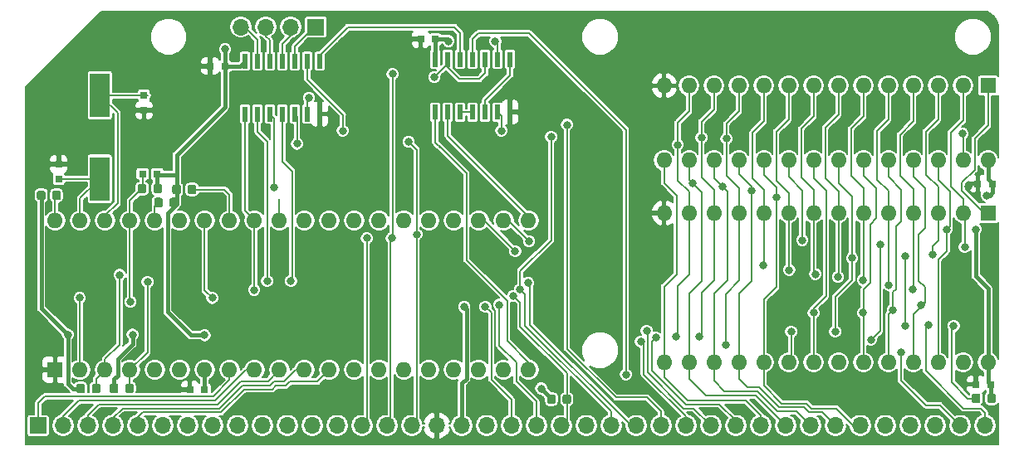
<source format=gbr>
G04 #@! TF.GenerationSoftware,KiCad,Pcbnew,(5.0.0)*
G04 #@! TF.CreationDate,2020-08-03T17:04:06+01:00*
G04 #@! TF.ProjectId,basic-mc6800,62617369632D6D63363830302E6B6963,rev?*
G04 #@! TF.SameCoordinates,Original*
G04 #@! TF.FileFunction,Copper,L1,Top,Signal*
G04 #@! TF.FilePolarity,Positive*
%FSLAX46Y46*%
G04 Gerber Fmt 4.6, Leading zero omitted, Abs format (unit mm)*
G04 Created by KiCad (PCBNEW (5.0.0)) date 08/03/20 17:04:06*
%MOMM*%
%LPD*%
G01*
G04 APERTURE LIST*
G04 #@! TA.AperFunction,ComponentPad*
%ADD10O,1.600000X1.600000*%
G04 #@! TD*
G04 #@! TA.AperFunction,ComponentPad*
%ADD11R,1.600000X1.600000*%
G04 #@! TD*
G04 #@! TA.AperFunction,ComponentPad*
%ADD12R,1.700000X1.700000*%
G04 #@! TD*
G04 #@! TA.AperFunction,ComponentPad*
%ADD13O,1.700000X1.700000*%
G04 #@! TD*
G04 #@! TA.AperFunction,Conductor*
%ADD14C,0.100000*%
G04 #@! TD*
G04 #@! TA.AperFunction,SMDPad,CuDef*
%ADD15C,0.875000*%
G04 #@! TD*
G04 #@! TA.AperFunction,SMDPad,CuDef*
%ADD16R,2.000000X4.500000*%
G04 #@! TD*
G04 #@! TA.AperFunction,SMDPad,CuDef*
%ADD17R,0.800000X0.750000*%
G04 #@! TD*
G04 #@! TA.AperFunction,SMDPad,CuDef*
%ADD18R,0.600000X1.500000*%
G04 #@! TD*
G04 #@! TA.AperFunction,SMDPad,CuDef*
%ADD19R,0.750000X0.800000*%
G04 #@! TD*
G04 #@! TA.AperFunction,ViaPad*
%ADD20C,0.800000*%
G04 #@! TD*
G04 #@! TA.AperFunction,Conductor*
%ADD21C,0.200000*%
G04 #@! TD*
G04 #@! TA.AperFunction,Conductor*
%ADD22C,0.400000*%
G04 #@! TD*
G04 APERTURE END LIST*
D10*
G04 #@! TO.P,U4,28*
G04 #@! TO.N,+5V*
X196540000Y-93240000D03*
G04 #@! TO.P,U4,14*
G04 #@! TO.N,GND*
X163520000Y-78000000D03*
G04 #@! TO.P,U4,27*
G04 #@! TO.N,Net-(JP1-Pad2)*
X194000000Y-93240000D03*
G04 #@! TO.P,U4,13*
G04 #@! TO.N,/D2*
X166060000Y-78000000D03*
G04 #@! TO.P,U4,26*
G04 #@! TO.N,/A13*
X191460000Y-93240000D03*
G04 #@! TO.P,U4,12*
G04 #@! TO.N,/D1*
X168600000Y-78000000D03*
G04 #@! TO.P,U4,25*
G04 #@! TO.N,/A8*
X188920000Y-93240000D03*
G04 #@! TO.P,U4,11*
G04 #@! TO.N,/D0*
X171140000Y-78000000D03*
G04 #@! TO.P,U4,24*
G04 #@! TO.N,/A9*
X186380000Y-93240000D03*
G04 #@! TO.P,U4,10*
G04 #@! TO.N,/A0*
X173680000Y-78000000D03*
G04 #@! TO.P,U4,23*
G04 #@! TO.N,/A11*
X183840000Y-93240000D03*
G04 #@! TO.P,U4,9*
G04 #@! TO.N,/A1*
X176220000Y-78000000D03*
G04 #@! TO.P,U4,22*
G04 #@! TO.N,/ROM_CS*
X181300000Y-93240000D03*
G04 #@! TO.P,U4,8*
G04 #@! TO.N,/A2*
X178760000Y-78000000D03*
G04 #@! TO.P,U4,21*
G04 #@! TO.N,/A10*
X178760000Y-93240000D03*
G04 #@! TO.P,U4,7*
G04 #@! TO.N,/A3*
X181300000Y-78000000D03*
G04 #@! TO.P,U4,20*
G04 #@! TO.N,/_QLATCH*
X176220000Y-93240000D03*
G04 #@! TO.P,U4,6*
G04 #@! TO.N,/A4*
X183840000Y-78000000D03*
G04 #@! TO.P,U4,19*
G04 #@! TO.N,/D7*
X173680000Y-93240000D03*
G04 #@! TO.P,U4,5*
G04 #@! TO.N,/A5*
X186380000Y-78000000D03*
G04 #@! TO.P,U4,18*
G04 #@! TO.N,/D6*
X171140000Y-93240000D03*
G04 #@! TO.P,U4,4*
G04 #@! TO.N,/A6*
X188920000Y-78000000D03*
G04 #@! TO.P,U4,17*
G04 #@! TO.N,/D5*
X168600000Y-93240000D03*
G04 #@! TO.P,U4,3*
G04 #@! TO.N,/A7*
X191460000Y-78000000D03*
G04 #@! TO.P,U4,16*
G04 #@! TO.N,/D4*
X166060000Y-93240000D03*
G04 #@! TO.P,U4,2*
G04 #@! TO.N,/A12*
X194000000Y-78000000D03*
G04 #@! TO.P,U4,15*
G04 #@! TO.N,/D3*
X163520000Y-93240000D03*
D11*
G04 #@! TO.P,U4,1*
G04 #@! TO.N,/A14*
X196540000Y-78000000D03*
G04 #@! TD*
D12*
G04 #@! TO.P,J1,1*
G04 #@! TO.N,/A0*
X99700000Y-99700000D03*
D13*
G04 #@! TO.P,J1,2*
G04 #@! TO.N,/A1*
X102240000Y-99700000D03*
G04 #@! TO.P,J1,3*
G04 #@! TO.N,/A2*
X104780000Y-99700000D03*
G04 #@! TO.P,J1,4*
G04 #@! TO.N,/A3*
X107320000Y-99700000D03*
G04 #@! TO.P,J1,5*
G04 #@! TO.N,/A4*
X109860000Y-99700000D03*
G04 #@! TO.P,J1,6*
G04 #@! TO.N,/A5*
X112400000Y-99700000D03*
G04 #@! TO.P,J1,7*
G04 #@! TO.N,/A6*
X114940000Y-99700000D03*
G04 #@! TO.P,J1,8*
G04 #@! TO.N,/A7*
X117480000Y-99700000D03*
G04 #@! TO.P,J1,9*
G04 #@! TO.N,/A8*
X120020000Y-99700000D03*
G04 #@! TO.P,J1,10*
G04 #@! TO.N,/A9*
X122560000Y-99700000D03*
G04 #@! TO.P,J1,11*
G04 #@! TO.N,/A10*
X125100000Y-99700000D03*
G04 #@! TO.P,J1,12*
G04 #@! TO.N,/A11*
X127640000Y-99700000D03*
G04 #@! TO.P,J1,13*
G04 #@! TO.N,/A12*
X130180000Y-99700000D03*
G04 #@! TO.P,J1,14*
G04 #@! TO.N,/A13*
X132720000Y-99700000D03*
G04 #@! TO.P,J1,15*
G04 #@! TO.N,/A14*
X135260000Y-99700000D03*
G04 #@! TO.P,J1,16*
G04 #@! TO.N,/A15*
X137800000Y-99700000D03*
G04 #@! TO.P,J1,17*
G04 #@! TO.N,GND*
X140340000Y-99700000D03*
G04 #@! TO.P,J1,18*
G04 #@! TO.N,+5V*
X142880000Y-99700000D03*
G04 #@! TO.P,J1,19*
G04 #@! TO.N,/M1*
X145420000Y-99700000D03*
G04 #@! TO.P,J1,20*
G04 #@! TO.N,/RESET*
X147960000Y-99700000D03*
G04 #@! TO.P,J1,21*
G04 #@! TO.N,/E*
X150500000Y-99700000D03*
G04 #@! TO.P,J1,22*
G04 #@! TO.N,/INT1*
X153040000Y-99700000D03*
G04 #@! TO.P,J1,23*
G04 #@! TO.N,/MEM_REQ*
X155580000Y-99700000D03*
G04 #@! TO.P,J1,24*
G04 #@! TO.N,/R_W*
X158120000Y-99700000D03*
G04 #@! TO.P,J1,25*
G04 #@! TO.N,/READ_OUT*
X160660000Y-99700000D03*
G04 #@! TO.P,J1,26*
G04 #@! TO.N,/PER_CS*
X163200000Y-99700000D03*
G04 #@! TO.P,J1,27*
G04 #@! TO.N,/D0*
X165740000Y-99700000D03*
G04 #@! TO.P,J1,28*
G04 #@! TO.N,/D1*
X168280000Y-99700000D03*
G04 #@! TO.P,J1,29*
G04 #@! TO.N,/D2*
X170820000Y-99700000D03*
G04 #@! TO.P,J1,30*
G04 #@! TO.N,/D3*
X173360000Y-99700000D03*
G04 #@! TO.P,J1,31*
G04 #@! TO.N,/D4*
X175900000Y-99700000D03*
G04 #@! TO.P,J1,32*
G04 #@! TO.N,/D5*
X178440000Y-99700000D03*
G04 #@! TO.P,J1,33*
G04 #@! TO.N,/D6*
X180980000Y-99700000D03*
G04 #@! TO.P,J1,34*
G04 #@! TO.N,/D7*
X183520000Y-99700000D03*
G04 #@! TO.P,J1,35*
G04 #@! TO.N,/RX*
X186060000Y-99700000D03*
G04 #@! TO.P,J1,36*
G04 #@! TO.N,/TX*
X188600000Y-99700000D03*
G04 #@! TO.P,J1,37*
G04 #@! TO.N,/USR1*
X191140000Y-99700000D03*
G04 #@! TO.P,J1,38*
G04 #@! TO.N,Net-(J1-Pad38)*
X193680000Y-99700000D03*
G04 #@! TO.P,J1,39*
G04 #@! TO.N,Net-(J1-Pad39)*
X196220000Y-99700000D03*
G04 #@! TD*
D12*
G04 #@! TO.P,J2,1*
G04 #@! TO.N,Net-(J2-Pad1)*
X128000000Y-59000000D03*
D13*
G04 #@! TO.P,J2,2*
G04 #@! TO.N,Net-(J2-Pad2)*
X125460000Y-59000000D03*
G04 #@! TO.P,J2,3*
G04 #@! TO.N,Net-(J2-Pad3)*
X122920000Y-59000000D03*
G04 #@! TO.P,J2,4*
G04 #@! TO.N,Net-(J2-Pad4)*
X120380000Y-59000000D03*
G04 #@! TD*
D14*
G04 #@! TO.N,/_DMA*
G04 #@! TO.C,R5*
G36*
X115632491Y-75116453D02*
X115653726Y-75119603D01*
X115674550Y-75124819D01*
X115694762Y-75132051D01*
X115714168Y-75141230D01*
X115732581Y-75152266D01*
X115749824Y-75165054D01*
X115765730Y-75179470D01*
X115780146Y-75195376D01*
X115792934Y-75212619D01*
X115803970Y-75231032D01*
X115813149Y-75250438D01*
X115820381Y-75270650D01*
X115825597Y-75291474D01*
X115828747Y-75312709D01*
X115829800Y-75334150D01*
X115829800Y-75846650D01*
X115828747Y-75868091D01*
X115825597Y-75889326D01*
X115820381Y-75910150D01*
X115813149Y-75930362D01*
X115803970Y-75949768D01*
X115792934Y-75968181D01*
X115780146Y-75985424D01*
X115765730Y-76001330D01*
X115749824Y-76015746D01*
X115732581Y-76028534D01*
X115714168Y-76039570D01*
X115694762Y-76048749D01*
X115674550Y-76055981D01*
X115653726Y-76061197D01*
X115632491Y-76064347D01*
X115611050Y-76065400D01*
X115173550Y-76065400D01*
X115152109Y-76064347D01*
X115130874Y-76061197D01*
X115110050Y-76055981D01*
X115089838Y-76048749D01*
X115070432Y-76039570D01*
X115052019Y-76028534D01*
X115034776Y-76015746D01*
X115018870Y-76001330D01*
X115004454Y-75985424D01*
X114991666Y-75968181D01*
X114980630Y-75949768D01*
X114971451Y-75930362D01*
X114964219Y-75910150D01*
X114959003Y-75889326D01*
X114955853Y-75868091D01*
X114954800Y-75846650D01*
X114954800Y-75334150D01*
X114955853Y-75312709D01*
X114959003Y-75291474D01*
X114964219Y-75270650D01*
X114971451Y-75250438D01*
X114980630Y-75231032D01*
X114991666Y-75212619D01*
X115004454Y-75195376D01*
X115018870Y-75179470D01*
X115034776Y-75165054D01*
X115052019Y-75152266D01*
X115070432Y-75141230D01*
X115089838Y-75132051D01*
X115110050Y-75124819D01*
X115130874Y-75119603D01*
X115152109Y-75116453D01*
X115173550Y-75115400D01*
X115611050Y-75115400D01*
X115632491Y-75116453D01*
X115632491Y-75116453D01*
G37*
D15*
G04 #@! TD*
G04 #@! TO.P,R5,2*
G04 #@! TO.N,/_DMA*
X115392300Y-75590400D03*
D14*
G04 #@! TO.N,+5V*
G04 #@! TO.C,R5*
G36*
X114057491Y-75116453D02*
X114078726Y-75119603D01*
X114099550Y-75124819D01*
X114119762Y-75132051D01*
X114139168Y-75141230D01*
X114157581Y-75152266D01*
X114174824Y-75165054D01*
X114190730Y-75179470D01*
X114205146Y-75195376D01*
X114217934Y-75212619D01*
X114228970Y-75231032D01*
X114238149Y-75250438D01*
X114245381Y-75270650D01*
X114250597Y-75291474D01*
X114253747Y-75312709D01*
X114254800Y-75334150D01*
X114254800Y-75846650D01*
X114253747Y-75868091D01*
X114250597Y-75889326D01*
X114245381Y-75910150D01*
X114238149Y-75930362D01*
X114228970Y-75949768D01*
X114217934Y-75968181D01*
X114205146Y-75985424D01*
X114190730Y-76001330D01*
X114174824Y-76015746D01*
X114157581Y-76028534D01*
X114139168Y-76039570D01*
X114119762Y-76048749D01*
X114099550Y-76055981D01*
X114078726Y-76061197D01*
X114057491Y-76064347D01*
X114036050Y-76065400D01*
X113598550Y-76065400D01*
X113577109Y-76064347D01*
X113555874Y-76061197D01*
X113535050Y-76055981D01*
X113514838Y-76048749D01*
X113495432Y-76039570D01*
X113477019Y-76028534D01*
X113459776Y-76015746D01*
X113443870Y-76001330D01*
X113429454Y-75985424D01*
X113416666Y-75968181D01*
X113405630Y-75949768D01*
X113396451Y-75930362D01*
X113389219Y-75910150D01*
X113384003Y-75889326D01*
X113380853Y-75868091D01*
X113379800Y-75846650D01*
X113379800Y-75334150D01*
X113380853Y-75312709D01*
X113384003Y-75291474D01*
X113389219Y-75270650D01*
X113396451Y-75250438D01*
X113405630Y-75231032D01*
X113416666Y-75212619D01*
X113429454Y-75195376D01*
X113443870Y-75179470D01*
X113459776Y-75165054D01*
X113477019Y-75152266D01*
X113495432Y-75141230D01*
X113514838Y-75132051D01*
X113535050Y-75124819D01*
X113555874Y-75119603D01*
X113577109Y-75116453D01*
X113598550Y-75115400D01*
X114036050Y-75115400D01*
X114057491Y-75116453D01*
X114057491Y-75116453D01*
G37*
D15*
G04 #@! TD*
G04 #@! TO.P,R5,1*
G04 #@! TO.N,+5V*
X113817300Y-75590400D03*
D14*
G04 #@! TO.N,+5V*
G04 #@! TO.C,R8*
G36*
X197140991Y-96452453D02*
X197162226Y-96455603D01*
X197183050Y-96460819D01*
X197203262Y-96468051D01*
X197222668Y-96477230D01*
X197241081Y-96488266D01*
X197258324Y-96501054D01*
X197274230Y-96515470D01*
X197288646Y-96531376D01*
X197301434Y-96548619D01*
X197312470Y-96567032D01*
X197321649Y-96586438D01*
X197328881Y-96606650D01*
X197334097Y-96627474D01*
X197337247Y-96648709D01*
X197338300Y-96670150D01*
X197338300Y-97182650D01*
X197337247Y-97204091D01*
X197334097Y-97225326D01*
X197328881Y-97246150D01*
X197321649Y-97266362D01*
X197312470Y-97285768D01*
X197301434Y-97304181D01*
X197288646Y-97321424D01*
X197274230Y-97337330D01*
X197258324Y-97351746D01*
X197241081Y-97364534D01*
X197222668Y-97375570D01*
X197203262Y-97384749D01*
X197183050Y-97391981D01*
X197162226Y-97397197D01*
X197140991Y-97400347D01*
X197119550Y-97401400D01*
X196682050Y-97401400D01*
X196660609Y-97400347D01*
X196639374Y-97397197D01*
X196618550Y-97391981D01*
X196598338Y-97384749D01*
X196578932Y-97375570D01*
X196560519Y-97364534D01*
X196543276Y-97351746D01*
X196527370Y-97337330D01*
X196512954Y-97321424D01*
X196500166Y-97304181D01*
X196489130Y-97285768D01*
X196479951Y-97266362D01*
X196472719Y-97246150D01*
X196467503Y-97225326D01*
X196464353Y-97204091D01*
X196463300Y-97182650D01*
X196463300Y-96670150D01*
X196464353Y-96648709D01*
X196467503Y-96627474D01*
X196472719Y-96606650D01*
X196479951Y-96586438D01*
X196489130Y-96567032D01*
X196500166Y-96548619D01*
X196512954Y-96531376D01*
X196527370Y-96515470D01*
X196543276Y-96501054D01*
X196560519Y-96488266D01*
X196578932Y-96477230D01*
X196598338Y-96468051D01*
X196618550Y-96460819D01*
X196639374Y-96455603D01*
X196660609Y-96452453D01*
X196682050Y-96451400D01*
X197119550Y-96451400D01*
X197140991Y-96452453D01*
X197140991Y-96452453D01*
G37*
D15*
G04 #@! TD*
G04 #@! TO.P,R8,1*
G04 #@! TO.N,+5V*
X196900800Y-96926400D03*
D14*
G04 #@! TO.N,Net-(JP1-Pad1)*
G04 #@! TO.C,R8*
G36*
X195565991Y-96452453D02*
X195587226Y-96455603D01*
X195608050Y-96460819D01*
X195628262Y-96468051D01*
X195647668Y-96477230D01*
X195666081Y-96488266D01*
X195683324Y-96501054D01*
X195699230Y-96515470D01*
X195713646Y-96531376D01*
X195726434Y-96548619D01*
X195737470Y-96567032D01*
X195746649Y-96586438D01*
X195753881Y-96606650D01*
X195759097Y-96627474D01*
X195762247Y-96648709D01*
X195763300Y-96670150D01*
X195763300Y-97182650D01*
X195762247Y-97204091D01*
X195759097Y-97225326D01*
X195753881Y-97246150D01*
X195746649Y-97266362D01*
X195737470Y-97285768D01*
X195726434Y-97304181D01*
X195713646Y-97321424D01*
X195699230Y-97337330D01*
X195683324Y-97351746D01*
X195666081Y-97364534D01*
X195647668Y-97375570D01*
X195628262Y-97384749D01*
X195608050Y-97391981D01*
X195587226Y-97397197D01*
X195565991Y-97400347D01*
X195544550Y-97401400D01*
X195107050Y-97401400D01*
X195085609Y-97400347D01*
X195064374Y-97397197D01*
X195043550Y-97391981D01*
X195023338Y-97384749D01*
X195003932Y-97375570D01*
X194985519Y-97364534D01*
X194968276Y-97351746D01*
X194952370Y-97337330D01*
X194937954Y-97321424D01*
X194925166Y-97304181D01*
X194914130Y-97285768D01*
X194904951Y-97266362D01*
X194897719Y-97246150D01*
X194892503Y-97225326D01*
X194889353Y-97204091D01*
X194888300Y-97182650D01*
X194888300Y-96670150D01*
X194889353Y-96648709D01*
X194892503Y-96627474D01*
X194897719Y-96606650D01*
X194904951Y-96586438D01*
X194914130Y-96567032D01*
X194925166Y-96548619D01*
X194937954Y-96531376D01*
X194952370Y-96515470D01*
X194968276Y-96501054D01*
X194985519Y-96488266D01*
X195003932Y-96477230D01*
X195023338Y-96468051D01*
X195043550Y-96460819D01*
X195064374Y-96455603D01*
X195085609Y-96452453D01*
X195107050Y-96451400D01*
X195544550Y-96451400D01*
X195565991Y-96452453D01*
X195565991Y-96452453D01*
G37*
D15*
G04 #@! TD*
G04 #@! TO.P,R8,2*
G04 #@! TO.N,Net-(JP1-Pad1)*
X195325800Y-96926400D03*
D14*
G04 #@! TO.N,/MRDY*
G04 #@! TO.C,R7*
G36*
X112203391Y-76437253D02*
X112224626Y-76440403D01*
X112245450Y-76445619D01*
X112265662Y-76452851D01*
X112285068Y-76462030D01*
X112303481Y-76473066D01*
X112320724Y-76485854D01*
X112336630Y-76500270D01*
X112351046Y-76516176D01*
X112363834Y-76533419D01*
X112374870Y-76551832D01*
X112384049Y-76571238D01*
X112391281Y-76591450D01*
X112396497Y-76612274D01*
X112399647Y-76633509D01*
X112400700Y-76654950D01*
X112400700Y-77167450D01*
X112399647Y-77188891D01*
X112396497Y-77210126D01*
X112391281Y-77230950D01*
X112384049Y-77251162D01*
X112374870Y-77270568D01*
X112363834Y-77288981D01*
X112351046Y-77306224D01*
X112336630Y-77322130D01*
X112320724Y-77336546D01*
X112303481Y-77349334D01*
X112285068Y-77360370D01*
X112265662Y-77369549D01*
X112245450Y-77376781D01*
X112224626Y-77381997D01*
X112203391Y-77385147D01*
X112181950Y-77386200D01*
X111744450Y-77386200D01*
X111723009Y-77385147D01*
X111701774Y-77381997D01*
X111680950Y-77376781D01*
X111660738Y-77369549D01*
X111641332Y-77360370D01*
X111622919Y-77349334D01*
X111605676Y-77336546D01*
X111589770Y-77322130D01*
X111575354Y-77306224D01*
X111562566Y-77288981D01*
X111551530Y-77270568D01*
X111542351Y-77251162D01*
X111535119Y-77230950D01*
X111529903Y-77210126D01*
X111526753Y-77188891D01*
X111525700Y-77167450D01*
X111525700Y-76654950D01*
X111526753Y-76633509D01*
X111529903Y-76612274D01*
X111535119Y-76591450D01*
X111542351Y-76571238D01*
X111551530Y-76551832D01*
X111562566Y-76533419D01*
X111575354Y-76516176D01*
X111589770Y-76500270D01*
X111605676Y-76485854D01*
X111622919Y-76473066D01*
X111641332Y-76462030D01*
X111660738Y-76452851D01*
X111680950Y-76445619D01*
X111701774Y-76440403D01*
X111723009Y-76437253D01*
X111744450Y-76436200D01*
X112181950Y-76436200D01*
X112203391Y-76437253D01*
X112203391Y-76437253D01*
G37*
D15*
G04 #@! TD*
G04 #@! TO.P,R7,2*
G04 #@! TO.N,/MRDY*
X111963200Y-76911200D03*
D14*
G04 #@! TO.N,+5V*
G04 #@! TO.C,R7*
G36*
X113778391Y-76437253D02*
X113799626Y-76440403D01*
X113820450Y-76445619D01*
X113840662Y-76452851D01*
X113860068Y-76462030D01*
X113878481Y-76473066D01*
X113895724Y-76485854D01*
X113911630Y-76500270D01*
X113926046Y-76516176D01*
X113938834Y-76533419D01*
X113949870Y-76551832D01*
X113959049Y-76571238D01*
X113966281Y-76591450D01*
X113971497Y-76612274D01*
X113974647Y-76633509D01*
X113975700Y-76654950D01*
X113975700Y-77167450D01*
X113974647Y-77188891D01*
X113971497Y-77210126D01*
X113966281Y-77230950D01*
X113959049Y-77251162D01*
X113949870Y-77270568D01*
X113938834Y-77288981D01*
X113926046Y-77306224D01*
X113911630Y-77322130D01*
X113895724Y-77336546D01*
X113878481Y-77349334D01*
X113860068Y-77360370D01*
X113840662Y-77369549D01*
X113820450Y-77376781D01*
X113799626Y-77381997D01*
X113778391Y-77385147D01*
X113756950Y-77386200D01*
X113319450Y-77386200D01*
X113298009Y-77385147D01*
X113276774Y-77381997D01*
X113255950Y-77376781D01*
X113235738Y-77369549D01*
X113216332Y-77360370D01*
X113197919Y-77349334D01*
X113180676Y-77336546D01*
X113164770Y-77322130D01*
X113150354Y-77306224D01*
X113137566Y-77288981D01*
X113126530Y-77270568D01*
X113117351Y-77251162D01*
X113110119Y-77230950D01*
X113104903Y-77210126D01*
X113101753Y-77188891D01*
X113100700Y-77167450D01*
X113100700Y-76654950D01*
X113101753Y-76633509D01*
X113104903Y-76612274D01*
X113110119Y-76591450D01*
X113117351Y-76571238D01*
X113126530Y-76551832D01*
X113137566Y-76533419D01*
X113150354Y-76516176D01*
X113164770Y-76500270D01*
X113180676Y-76485854D01*
X113197919Y-76473066D01*
X113216332Y-76462030D01*
X113235738Y-76452851D01*
X113255950Y-76445619D01*
X113276774Y-76440403D01*
X113298009Y-76437253D01*
X113319450Y-76436200D01*
X113756950Y-76436200D01*
X113778391Y-76437253D01*
X113778391Y-76437253D01*
G37*
D15*
G04 #@! TD*
G04 #@! TO.P,R7,1*
G04 #@! TO.N,+5V*
X113538200Y-76911200D03*
D14*
G04 #@! TO.N,+5V*
G04 #@! TO.C,R6*
G36*
X100252691Y-75726053D02*
X100273926Y-75729203D01*
X100294750Y-75734419D01*
X100314962Y-75741651D01*
X100334368Y-75750830D01*
X100352781Y-75761866D01*
X100370024Y-75774654D01*
X100385930Y-75789070D01*
X100400346Y-75804976D01*
X100413134Y-75822219D01*
X100424170Y-75840632D01*
X100433349Y-75860038D01*
X100440581Y-75880250D01*
X100445797Y-75901074D01*
X100448947Y-75922309D01*
X100450000Y-75943750D01*
X100450000Y-76456250D01*
X100448947Y-76477691D01*
X100445797Y-76498926D01*
X100440581Y-76519750D01*
X100433349Y-76539962D01*
X100424170Y-76559368D01*
X100413134Y-76577781D01*
X100400346Y-76595024D01*
X100385930Y-76610930D01*
X100370024Y-76625346D01*
X100352781Y-76638134D01*
X100334368Y-76649170D01*
X100314962Y-76658349D01*
X100294750Y-76665581D01*
X100273926Y-76670797D01*
X100252691Y-76673947D01*
X100231250Y-76675000D01*
X99793750Y-76675000D01*
X99772309Y-76673947D01*
X99751074Y-76670797D01*
X99730250Y-76665581D01*
X99710038Y-76658349D01*
X99690632Y-76649170D01*
X99672219Y-76638134D01*
X99654976Y-76625346D01*
X99639070Y-76610930D01*
X99624654Y-76595024D01*
X99611866Y-76577781D01*
X99600830Y-76559368D01*
X99591651Y-76539962D01*
X99584419Y-76519750D01*
X99579203Y-76498926D01*
X99576053Y-76477691D01*
X99575000Y-76456250D01*
X99575000Y-75943750D01*
X99576053Y-75922309D01*
X99579203Y-75901074D01*
X99584419Y-75880250D01*
X99591651Y-75860038D01*
X99600830Y-75840632D01*
X99611866Y-75822219D01*
X99624654Y-75804976D01*
X99639070Y-75789070D01*
X99654976Y-75774654D01*
X99672219Y-75761866D01*
X99690632Y-75750830D01*
X99710038Y-75741651D01*
X99730250Y-75734419D01*
X99751074Y-75729203D01*
X99772309Y-75726053D01*
X99793750Y-75725000D01*
X100231250Y-75725000D01*
X100252691Y-75726053D01*
X100252691Y-75726053D01*
G37*
D15*
G04 #@! TD*
G04 #@! TO.P,R6,1*
G04 #@! TO.N,+5V*
X100012500Y-76200000D03*
D14*
G04 #@! TO.N,/_HALT*
G04 #@! TO.C,R6*
G36*
X101827691Y-75726053D02*
X101848926Y-75729203D01*
X101869750Y-75734419D01*
X101889962Y-75741651D01*
X101909368Y-75750830D01*
X101927781Y-75761866D01*
X101945024Y-75774654D01*
X101960930Y-75789070D01*
X101975346Y-75804976D01*
X101988134Y-75822219D01*
X101999170Y-75840632D01*
X102008349Y-75860038D01*
X102015581Y-75880250D01*
X102020797Y-75901074D01*
X102023947Y-75922309D01*
X102025000Y-75943750D01*
X102025000Y-76456250D01*
X102023947Y-76477691D01*
X102020797Y-76498926D01*
X102015581Y-76519750D01*
X102008349Y-76539962D01*
X101999170Y-76559368D01*
X101988134Y-76577781D01*
X101975346Y-76595024D01*
X101960930Y-76610930D01*
X101945024Y-76625346D01*
X101927781Y-76638134D01*
X101909368Y-76649170D01*
X101889962Y-76658349D01*
X101869750Y-76665581D01*
X101848926Y-76670797D01*
X101827691Y-76673947D01*
X101806250Y-76675000D01*
X101368750Y-76675000D01*
X101347309Y-76673947D01*
X101326074Y-76670797D01*
X101305250Y-76665581D01*
X101285038Y-76658349D01*
X101265632Y-76649170D01*
X101247219Y-76638134D01*
X101229976Y-76625346D01*
X101214070Y-76610930D01*
X101199654Y-76595024D01*
X101186866Y-76577781D01*
X101175830Y-76559368D01*
X101166651Y-76539962D01*
X101159419Y-76519750D01*
X101154203Y-76498926D01*
X101151053Y-76477691D01*
X101150000Y-76456250D01*
X101150000Y-75943750D01*
X101151053Y-75922309D01*
X101154203Y-75901074D01*
X101159419Y-75880250D01*
X101166651Y-75860038D01*
X101175830Y-75840632D01*
X101186866Y-75822219D01*
X101199654Y-75804976D01*
X101214070Y-75789070D01*
X101229976Y-75774654D01*
X101247219Y-75761866D01*
X101265632Y-75750830D01*
X101285038Y-75741651D01*
X101305250Y-75734419D01*
X101326074Y-75729203D01*
X101347309Y-75726053D01*
X101368750Y-75725000D01*
X101806250Y-75725000D01*
X101827691Y-75726053D01*
X101827691Y-75726053D01*
G37*
D15*
G04 #@! TD*
G04 #@! TO.P,R6,2*
G04 #@! TO.N,/_HALT*
X101587500Y-76200000D03*
D16*
G04 #@! TO.P,Y1,1*
G04 #@! TO.N,Net-(C2-Pad1)*
X106000000Y-74500000D03*
G04 #@! TO.P,Y1,2*
G04 #@! TO.N,Net-(C3-Pad1)*
X106000000Y-66000000D03*
G04 #@! TD*
D17*
G04 #@! TO.P,C8,2*
G04 #@! TO.N,GND*
X138708000Y-60248800D03*
G04 #@! TO.P,C8,1*
G04 #@! TO.N,+5V*
X140208000Y-60248800D03*
G04 #@! TD*
G04 #@! TO.P,C9,1*
G04 #@! TO.N,+5V*
X118750000Y-63000000D03*
G04 #@! TO.P,C9,2*
G04 #@! TO.N,GND*
X117250000Y-63000000D03*
G04 #@! TD*
D18*
G04 #@! TO.P,U1,1*
G04 #@! TO.N,/A12*
X140190000Y-67700000D03*
G04 #@! TO.P,U1,2*
G04 #@! TO.N,/A13*
X141460000Y-67700000D03*
G04 #@! TO.P,U1,3*
G04 #@! TO.N,Net-(U1-Pad3)*
X142730000Y-67700000D03*
G04 #@! TO.P,U1,4*
X144000000Y-67700000D03*
G04 #@! TO.P,U1,5*
G04 #@! TO.N,Net-(U1-Pad5)*
X145270000Y-67700000D03*
G04 #@! TO.P,U1,6*
G04 #@! TO.N,/PER_CS*
X146540000Y-67700000D03*
G04 #@! TO.P,U1,7*
G04 #@! TO.N,GND*
X147810000Y-67700000D03*
G04 #@! TO.P,U1,8*
G04 #@! TO.N,Net-(U1-Pad5)*
X147810000Y-62300000D03*
G04 #@! TO.P,U1,9*
G04 #@! TO.N,/A14*
X146540000Y-62300000D03*
G04 #@! TO.P,U1,10*
G04 #@! TO.N,/_A15*
X145270000Y-62300000D03*
G04 #@! TO.P,U1,11*
G04 #@! TO.N,/ROM_CS*
X144000000Y-62300000D03*
G04 #@! TO.P,U1,12*
G04 #@! TO.N,Net-(U1-Pad12)*
X142730000Y-62300000D03*
G04 #@! TO.P,U1,13*
G04 #@! TO.N,/_A15*
X141460000Y-62300000D03*
G04 #@! TO.P,U1,14*
G04 #@! TO.N,+5V*
X140190000Y-62300000D03*
G04 #@! TD*
G04 #@! TO.P,U5,14*
G04 #@! TO.N,+5V*
X120790000Y-62500000D03*
G04 #@! TO.P,U5,13*
G04 #@! TO.N,Net-(J2-Pad4)*
X122060000Y-62500000D03*
G04 #@! TO.P,U5,12*
G04 #@! TO.N,Net-(J2-Pad3)*
X123330000Y-62500000D03*
G04 #@! TO.P,U5,11*
G04 #@! TO.N,Net-(J2-Pad2)*
X124600000Y-62500000D03*
G04 #@! TO.P,U5,10*
G04 #@! TO.N,Net-(J2-Pad1)*
X125870000Y-62500000D03*
G04 #@! TO.P,U5,9*
G04 #@! TO.N,/PER_CS*
X127140000Y-62500000D03*
G04 #@! TO.P,U5,8*
G04 #@! TO.N,Net-(U1-Pad12)*
X128410000Y-62500000D03*
G04 #@! TO.P,U5,7*
G04 #@! TO.N,GND*
X128410000Y-67900000D03*
G04 #@! TO.P,U5,6*
G04 #@! TO.N,/_A15*
X127140000Y-67900000D03*
G04 #@! TO.P,U5,5*
G04 #@! TO.N,/A15*
X125870000Y-67900000D03*
G04 #@! TO.P,U5,4*
G04 #@! TO.N,/_QLATCH*
X124600000Y-67900000D03*
G04 #@! TO.P,U5,3*
G04 #@! TO.N,/QLATCH*
X123330000Y-67900000D03*
G04 #@! TO.P,U5,2*
G04 #@! TO.N,/READ_OUT*
X122060000Y-67900000D03*
G04 #@! TO.P,U5,1*
G04 #@! TO.N,/R_W*
X120790000Y-67900000D03*
G04 #@! TD*
D11*
G04 #@! TO.P,U2,1*
G04 #@! TO.N,GND*
X101440000Y-94000000D03*
D10*
G04 #@! TO.P,U2,21*
G04 #@! TO.N,/A13*
X149700000Y-78760000D03*
G04 #@! TO.P,U2,2*
G04 #@! TO.N,/INT1*
X103980000Y-94000000D03*
G04 #@! TO.P,U2,22*
G04 #@! TO.N,/A14*
X147160000Y-78760000D03*
G04 #@! TO.P,U2,3*
G04 #@! TO.N,/INT2*
X106520000Y-94000000D03*
G04 #@! TO.P,U2,23*
G04 #@! TO.N,/A15*
X144620000Y-78760000D03*
G04 #@! TO.P,U2,4*
G04 #@! TO.N,/INT3*
X109060000Y-94000000D03*
G04 #@! TO.P,U2,24*
G04 #@! TO.N,/D7*
X142080000Y-78760000D03*
G04 #@! TO.P,U2,5*
G04 #@! TO.N,/BS*
X111600000Y-94000000D03*
G04 #@! TO.P,U2,25*
G04 #@! TO.N,/D6*
X139540000Y-78760000D03*
G04 #@! TO.P,U2,6*
G04 #@! TO.N,/BA*
X114140000Y-94000000D03*
G04 #@! TO.P,U2,26*
G04 #@! TO.N,/D5*
X137000000Y-78760000D03*
G04 #@! TO.P,U2,7*
G04 #@! TO.N,+5V*
X116680000Y-94000000D03*
G04 #@! TO.P,U2,27*
G04 #@! TO.N,/D4*
X134460000Y-78760000D03*
G04 #@! TO.P,U2,8*
G04 #@! TO.N,/A0*
X119220000Y-94000000D03*
G04 #@! TO.P,U2,28*
G04 #@! TO.N,/D3*
X131920000Y-78760000D03*
G04 #@! TO.P,U2,9*
G04 #@! TO.N,/A1*
X121760000Y-94000000D03*
G04 #@! TO.P,U2,29*
G04 #@! TO.N,/D2*
X129380000Y-78760000D03*
G04 #@! TO.P,U2,10*
G04 #@! TO.N,/A2*
X124300000Y-94000000D03*
G04 #@! TO.P,U2,30*
G04 #@! TO.N,/D1*
X126840000Y-78760000D03*
G04 #@! TO.P,U2,11*
G04 #@! TO.N,/A3*
X126840000Y-94000000D03*
G04 #@! TO.P,U2,31*
G04 #@! TO.N,/D0*
X124300000Y-78760000D03*
G04 #@! TO.P,U2,12*
G04 #@! TO.N,/A4*
X129380000Y-94000000D03*
G04 #@! TO.P,U2,32*
G04 #@! TO.N,/R_W*
X121760000Y-78760000D03*
G04 #@! TO.P,U2,13*
G04 #@! TO.N,/A5*
X131920000Y-94000000D03*
G04 #@! TO.P,U2,33*
G04 #@! TO.N,/_DMA*
X119220000Y-78760000D03*
G04 #@! TO.P,U2,14*
G04 #@! TO.N,/A6*
X134460000Y-94000000D03*
G04 #@! TO.P,U2,34*
G04 #@! TO.N,/E*
X116680000Y-78760000D03*
G04 #@! TO.P,U2,15*
G04 #@! TO.N,/A7*
X137000000Y-94000000D03*
G04 #@! TO.P,U2,35*
G04 #@! TO.N,/QLATCH*
X114140000Y-78760000D03*
G04 #@! TO.P,U2,16*
G04 #@! TO.N,/A8*
X139540000Y-94000000D03*
G04 #@! TO.P,U2,36*
G04 #@! TO.N,/MRDY*
X111600000Y-78760000D03*
G04 #@! TO.P,U2,17*
G04 #@! TO.N,/A9*
X142080000Y-94000000D03*
G04 #@! TO.P,U2,37*
G04 #@! TO.N,/RESET*
X109060000Y-78760000D03*
G04 #@! TO.P,U2,18*
G04 #@! TO.N,/A10*
X144620000Y-94000000D03*
G04 #@! TO.P,U2,38*
G04 #@! TO.N,Net-(C3-Pad1)*
X106520000Y-78760000D03*
G04 #@! TO.P,U2,19*
G04 #@! TO.N,/A11*
X147160000Y-94000000D03*
G04 #@! TO.P,U2,39*
G04 #@! TO.N,Net-(C2-Pad1)*
X103980000Y-78760000D03*
G04 #@! TO.P,U2,20*
G04 #@! TO.N,/A12*
X149700000Y-94000000D03*
G04 #@! TO.P,U2,40*
G04 #@! TO.N,/_HALT*
X101440000Y-78760000D03*
G04 #@! TD*
D19*
G04 #@! TO.P,C2,2*
G04 #@! TO.N,GND*
X101800000Y-73000000D03*
G04 #@! TO.P,C2,1*
G04 #@! TO.N,Net-(C2-Pad1)*
X101800000Y-74500000D03*
G04 #@! TD*
G04 #@! TO.P,C3,1*
G04 #@! TO.N,Net-(C3-Pad1)*
X110500000Y-66000000D03*
G04 #@! TO.P,C3,2*
G04 #@! TO.N,GND*
X110500000Y-67500000D03*
G04 #@! TD*
D17*
G04 #@! TO.P,C5,2*
G04 #@! TO.N,GND*
X115175600Y-96012000D03*
G04 #@! TO.P,C5,1*
G04 #@! TO.N,+5V*
X116675600Y-96012000D03*
G04 #@! TD*
G04 #@! TO.P,C6,2*
G04 #@! TO.N,GND*
X195500000Y-75000000D03*
G04 #@! TO.P,C6,1*
G04 #@! TO.N,+5V*
X197000000Y-75000000D03*
G04 #@! TD*
G04 #@! TO.P,C7,1*
G04 #@! TO.N,+5V*
X196800000Y-95500000D03*
G04 #@! TO.P,C7,2*
G04 #@! TO.N,GND*
X195300000Y-95500000D03*
G04 #@! TD*
D14*
G04 #@! TO.N,/RESET*
G04 #@! TO.C,R1*
G36*
X110552691Y-75026053D02*
X110573926Y-75029203D01*
X110594750Y-75034419D01*
X110614962Y-75041651D01*
X110634368Y-75050830D01*
X110652781Y-75061866D01*
X110670024Y-75074654D01*
X110685930Y-75089070D01*
X110700346Y-75104976D01*
X110713134Y-75122219D01*
X110724170Y-75140632D01*
X110733349Y-75160038D01*
X110740581Y-75180250D01*
X110745797Y-75201074D01*
X110748947Y-75222309D01*
X110750000Y-75243750D01*
X110750000Y-75756250D01*
X110748947Y-75777691D01*
X110745797Y-75798926D01*
X110740581Y-75819750D01*
X110733349Y-75839962D01*
X110724170Y-75859368D01*
X110713134Y-75877781D01*
X110700346Y-75895024D01*
X110685930Y-75910930D01*
X110670024Y-75925346D01*
X110652781Y-75938134D01*
X110634368Y-75949170D01*
X110614962Y-75958349D01*
X110594750Y-75965581D01*
X110573926Y-75970797D01*
X110552691Y-75973947D01*
X110531250Y-75975000D01*
X110093750Y-75975000D01*
X110072309Y-75973947D01*
X110051074Y-75970797D01*
X110030250Y-75965581D01*
X110010038Y-75958349D01*
X109990632Y-75949170D01*
X109972219Y-75938134D01*
X109954976Y-75925346D01*
X109939070Y-75910930D01*
X109924654Y-75895024D01*
X109911866Y-75877781D01*
X109900830Y-75859368D01*
X109891651Y-75839962D01*
X109884419Y-75819750D01*
X109879203Y-75798926D01*
X109876053Y-75777691D01*
X109875000Y-75756250D01*
X109875000Y-75243750D01*
X109876053Y-75222309D01*
X109879203Y-75201074D01*
X109884419Y-75180250D01*
X109891651Y-75160038D01*
X109900830Y-75140632D01*
X109911866Y-75122219D01*
X109924654Y-75104976D01*
X109939070Y-75089070D01*
X109954976Y-75074654D01*
X109972219Y-75061866D01*
X109990632Y-75050830D01*
X110010038Y-75041651D01*
X110030250Y-75034419D01*
X110051074Y-75029203D01*
X110072309Y-75026053D01*
X110093750Y-75025000D01*
X110531250Y-75025000D01*
X110552691Y-75026053D01*
X110552691Y-75026053D01*
G37*
D15*
G04 #@! TD*
G04 #@! TO.P,R1,2*
G04 #@! TO.N,/RESET*
X110312500Y-75500000D03*
D14*
G04 #@! TO.N,+5V*
G04 #@! TO.C,R1*
G36*
X112127691Y-75026053D02*
X112148926Y-75029203D01*
X112169750Y-75034419D01*
X112189962Y-75041651D01*
X112209368Y-75050830D01*
X112227781Y-75061866D01*
X112245024Y-75074654D01*
X112260930Y-75089070D01*
X112275346Y-75104976D01*
X112288134Y-75122219D01*
X112299170Y-75140632D01*
X112308349Y-75160038D01*
X112315581Y-75180250D01*
X112320797Y-75201074D01*
X112323947Y-75222309D01*
X112325000Y-75243750D01*
X112325000Y-75756250D01*
X112323947Y-75777691D01*
X112320797Y-75798926D01*
X112315581Y-75819750D01*
X112308349Y-75839962D01*
X112299170Y-75859368D01*
X112288134Y-75877781D01*
X112275346Y-75895024D01*
X112260930Y-75910930D01*
X112245024Y-75925346D01*
X112227781Y-75938134D01*
X112209368Y-75949170D01*
X112189962Y-75958349D01*
X112169750Y-75965581D01*
X112148926Y-75970797D01*
X112127691Y-75973947D01*
X112106250Y-75975000D01*
X111668750Y-75975000D01*
X111647309Y-75973947D01*
X111626074Y-75970797D01*
X111605250Y-75965581D01*
X111585038Y-75958349D01*
X111565632Y-75949170D01*
X111547219Y-75938134D01*
X111529976Y-75925346D01*
X111514070Y-75910930D01*
X111499654Y-75895024D01*
X111486866Y-75877781D01*
X111475830Y-75859368D01*
X111466651Y-75839962D01*
X111459419Y-75819750D01*
X111454203Y-75798926D01*
X111451053Y-75777691D01*
X111450000Y-75756250D01*
X111450000Y-75243750D01*
X111451053Y-75222309D01*
X111454203Y-75201074D01*
X111459419Y-75180250D01*
X111466651Y-75160038D01*
X111475830Y-75140632D01*
X111486866Y-75122219D01*
X111499654Y-75104976D01*
X111514070Y-75089070D01*
X111529976Y-75074654D01*
X111547219Y-75061866D01*
X111565632Y-75050830D01*
X111585038Y-75041651D01*
X111605250Y-75034419D01*
X111626074Y-75029203D01*
X111647309Y-75026053D01*
X111668750Y-75025000D01*
X112106250Y-75025000D01*
X112127691Y-75026053D01*
X112127691Y-75026053D01*
G37*
D15*
G04 #@! TD*
G04 #@! TO.P,R1,1*
G04 #@! TO.N,+5V*
X111887500Y-75500000D03*
D14*
G04 #@! TO.N,+5V*
G04 #@! TO.C,R2*
G36*
X152265191Y-96526053D02*
X152286426Y-96529203D01*
X152307250Y-96534419D01*
X152327462Y-96541651D01*
X152346868Y-96550830D01*
X152365281Y-96561866D01*
X152382524Y-96574654D01*
X152398430Y-96589070D01*
X152412846Y-96604976D01*
X152425634Y-96622219D01*
X152436670Y-96640632D01*
X152445849Y-96660038D01*
X152453081Y-96680250D01*
X152458297Y-96701074D01*
X152461447Y-96722309D01*
X152462500Y-96743750D01*
X152462500Y-97256250D01*
X152461447Y-97277691D01*
X152458297Y-97298926D01*
X152453081Y-97319750D01*
X152445849Y-97339962D01*
X152436670Y-97359368D01*
X152425634Y-97377781D01*
X152412846Y-97395024D01*
X152398430Y-97410930D01*
X152382524Y-97425346D01*
X152365281Y-97438134D01*
X152346868Y-97449170D01*
X152327462Y-97458349D01*
X152307250Y-97465581D01*
X152286426Y-97470797D01*
X152265191Y-97473947D01*
X152243750Y-97475000D01*
X151806250Y-97475000D01*
X151784809Y-97473947D01*
X151763574Y-97470797D01*
X151742750Y-97465581D01*
X151722538Y-97458349D01*
X151703132Y-97449170D01*
X151684719Y-97438134D01*
X151667476Y-97425346D01*
X151651570Y-97410930D01*
X151637154Y-97395024D01*
X151624366Y-97377781D01*
X151613330Y-97359368D01*
X151604151Y-97339962D01*
X151596919Y-97319750D01*
X151591703Y-97298926D01*
X151588553Y-97277691D01*
X151587500Y-97256250D01*
X151587500Y-96743750D01*
X151588553Y-96722309D01*
X151591703Y-96701074D01*
X151596919Y-96680250D01*
X151604151Y-96660038D01*
X151613330Y-96640632D01*
X151624366Y-96622219D01*
X151637154Y-96604976D01*
X151651570Y-96589070D01*
X151667476Y-96574654D01*
X151684719Y-96561866D01*
X151703132Y-96550830D01*
X151722538Y-96541651D01*
X151742750Y-96534419D01*
X151763574Y-96529203D01*
X151784809Y-96526053D01*
X151806250Y-96525000D01*
X152243750Y-96525000D01*
X152265191Y-96526053D01*
X152265191Y-96526053D01*
G37*
D15*
G04 #@! TD*
G04 #@! TO.P,R2,1*
G04 #@! TO.N,+5V*
X152025000Y-97000000D03*
D14*
G04 #@! TO.N,/INT1*
G04 #@! TO.C,R2*
G36*
X153840191Y-96526053D02*
X153861426Y-96529203D01*
X153882250Y-96534419D01*
X153902462Y-96541651D01*
X153921868Y-96550830D01*
X153940281Y-96561866D01*
X153957524Y-96574654D01*
X153973430Y-96589070D01*
X153987846Y-96604976D01*
X154000634Y-96622219D01*
X154011670Y-96640632D01*
X154020849Y-96660038D01*
X154028081Y-96680250D01*
X154033297Y-96701074D01*
X154036447Y-96722309D01*
X154037500Y-96743750D01*
X154037500Y-97256250D01*
X154036447Y-97277691D01*
X154033297Y-97298926D01*
X154028081Y-97319750D01*
X154020849Y-97339962D01*
X154011670Y-97359368D01*
X154000634Y-97377781D01*
X153987846Y-97395024D01*
X153973430Y-97410930D01*
X153957524Y-97425346D01*
X153940281Y-97438134D01*
X153921868Y-97449170D01*
X153902462Y-97458349D01*
X153882250Y-97465581D01*
X153861426Y-97470797D01*
X153840191Y-97473947D01*
X153818750Y-97475000D01*
X153381250Y-97475000D01*
X153359809Y-97473947D01*
X153338574Y-97470797D01*
X153317750Y-97465581D01*
X153297538Y-97458349D01*
X153278132Y-97449170D01*
X153259719Y-97438134D01*
X153242476Y-97425346D01*
X153226570Y-97410930D01*
X153212154Y-97395024D01*
X153199366Y-97377781D01*
X153188330Y-97359368D01*
X153179151Y-97339962D01*
X153171919Y-97319750D01*
X153166703Y-97298926D01*
X153163553Y-97277691D01*
X153162500Y-97256250D01*
X153162500Y-96743750D01*
X153163553Y-96722309D01*
X153166703Y-96701074D01*
X153171919Y-96680250D01*
X153179151Y-96660038D01*
X153188330Y-96640632D01*
X153199366Y-96622219D01*
X153212154Y-96604976D01*
X153226570Y-96589070D01*
X153242476Y-96574654D01*
X153259719Y-96561866D01*
X153278132Y-96550830D01*
X153297538Y-96541651D01*
X153317750Y-96534419D01*
X153338574Y-96529203D01*
X153359809Y-96526053D01*
X153381250Y-96525000D01*
X153818750Y-96525000D01*
X153840191Y-96526053D01*
X153840191Y-96526053D01*
G37*
D15*
G04 #@! TD*
G04 #@! TO.P,R2,2*
G04 #@! TO.N,/INT1*
X153600000Y-97000000D03*
D14*
G04 #@! TO.N,/INT2*
G04 #@! TO.C,R3*
G36*
X105853591Y-95436453D02*
X105874826Y-95439603D01*
X105895650Y-95444819D01*
X105915862Y-95452051D01*
X105935268Y-95461230D01*
X105953681Y-95472266D01*
X105970924Y-95485054D01*
X105986830Y-95499470D01*
X106001246Y-95515376D01*
X106014034Y-95532619D01*
X106025070Y-95551032D01*
X106034249Y-95570438D01*
X106041481Y-95590650D01*
X106046697Y-95611474D01*
X106049847Y-95632709D01*
X106050900Y-95654150D01*
X106050900Y-96166650D01*
X106049847Y-96188091D01*
X106046697Y-96209326D01*
X106041481Y-96230150D01*
X106034249Y-96250362D01*
X106025070Y-96269768D01*
X106014034Y-96288181D01*
X106001246Y-96305424D01*
X105986830Y-96321330D01*
X105970924Y-96335746D01*
X105953681Y-96348534D01*
X105935268Y-96359570D01*
X105915862Y-96368749D01*
X105895650Y-96375981D01*
X105874826Y-96381197D01*
X105853591Y-96384347D01*
X105832150Y-96385400D01*
X105394650Y-96385400D01*
X105373209Y-96384347D01*
X105351974Y-96381197D01*
X105331150Y-96375981D01*
X105310938Y-96368749D01*
X105291532Y-96359570D01*
X105273119Y-96348534D01*
X105255876Y-96335746D01*
X105239970Y-96321330D01*
X105225554Y-96305424D01*
X105212766Y-96288181D01*
X105201730Y-96269768D01*
X105192551Y-96250362D01*
X105185319Y-96230150D01*
X105180103Y-96209326D01*
X105176953Y-96188091D01*
X105175900Y-96166650D01*
X105175900Y-95654150D01*
X105176953Y-95632709D01*
X105180103Y-95611474D01*
X105185319Y-95590650D01*
X105192551Y-95570438D01*
X105201730Y-95551032D01*
X105212766Y-95532619D01*
X105225554Y-95515376D01*
X105239970Y-95499470D01*
X105255876Y-95485054D01*
X105273119Y-95472266D01*
X105291532Y-95461230D01*
X105310938Y-95452051D01*
X105331150Y-95444819D01*
X105351974Y-95439603D01*
X105373209Y-95436453D01*
X105394650Y-95435400D01*
X105832150Y-95435400D01*
X105853591Y-95436453D01*
X105853591Y-95436453D01*
G37*
D15*
G04 #@! TD*
G04 #@! TO.P,R3,2*
G04 #@! TO.N,/INT2*
X105613400Y-95910400D03*
D14*
G04 #@! TO.N,+5V*
G04 #@! TO.C,R3*
G36*
X104278591Y-95436453D02*
X104299826Y-95439603D01*
X104320650Y-95444819D01*
X104340862Y-95452051D01*
X104360268Y-95461230D01*
X104378681Y-95472266D01*
X104395924Y-95485054D01*
X104411830Y-95499470D01*
X104426246Y-95515376D01*
X104439034Y-95532619D01*
X104450070Y-95551032D01*
X104459249Y-95570438D01*
X104466481Y-95590650D01*
X104471697Y-95611474D01*
X104474847Y-95632709D01*
X104475900Y-95654150D01*
X104475900Y-96166650D01*
X104474847Y-96188091D01*
X104471697Y-96209326D01*
X104466481Y-96230150D01*
X104459249Y-96250362D01*
X104450070Y-96269768D01*
X104439034Y-96288181D01*
X104426246Y-96305424D01*
X104411830Y-96321330D01*
X104395924Y-96335746D01*
X104378681Y-96348534D01*
X104360268Y-96359570D01*
X104340862Y-96368749D01*
X104320650Y-96375981D01*
X104299826Y-96381197D01*
X104278591Y-96384347D01*
X104257150Y-96385400D01*
X103819650Y-96385400D01*
X103798209Y-96384347D01*
X103776974Y-96381197D01*
X103756150Y-96375981D01*
X103735938Y-96368749D01*
X103716532Y-96359570D01*
X103698119Y-96348534D01*
X103680876Y-96335746D01*
X103664970Y-96321330D01*
X103650554Y-96305424D01*
X103637766Y-96288181D01*
X103626730Y-96269768D01*
X103617551Y-96250362D01*
X103610319Y-96230150D01*
X103605103Y-96209326D01*
X103601953Y-96188091D01*
X103600900Y-96166650D01*
X103600900Y-95654150D01*
X103601953Y-95632709D01*
X103605103Y-95611474D01*
X103610319Y-95590650D01*
X103617551Y-95570438D01*
X103626730Y-95551032D01*
X103637766Y-95532619D01*
X103650554Y-95515376D01*
X103664970Y-95499470D01*
X103680876Y-95485054D01*
X103698119Y-95472266D01*
X103716532Y-95461230D01*
X103735938Y-95452051D01*
X103756150Y-95444819D01*
X103776974Y-95439603D01*
X103798209Y-95436453D01*
X103819650Y-95435400D01*
X104257150Y-95435400D01*
X104278591Y-95436453D01*
X104278591Y-95436453D01*
G37*
D15*
G04 #@! TD*
G04 #@! TO.P,R3,1*
G04 #@! TO.N,+5V*
X104038400Y-95910400D03*
D14*
G04 #@! TO.N,+5V*
G04 #@! TO.C,R4*
G36*
X107681991Y-95436453D02*
X107703226Y-95439603D01*
X107724050Y-95444819D01*
X107744262Y-95452051D01*
X107763668Y-95461230D01*
X107782081Y-95472266D01*
X107799324Y-95485054D01*
X107815230Y-95499470D01*
X107829646Y-95515376D01*
X107842434Y-95532619D01*
X107853470Y-95551032D01*
X107862649Y-95570438D01*
X107869881Y-95590650D01*
X107875097Y-95611474D01*
X107878247Y-95632709D01*
X107879300Y-95654150D01*
X107879300Y-96166650D01*
X107878247Y-96188091D01*
X107875097Y-96209326D01*
X107869881Y-96230150D01*
X107862649Y-96250362D01*
X107853470Y-96269768D01*
X107842434Y-96288181D01*
X107829646Y-96305424D01*
X107815230Y-96321330D01*
X107799324Y-96335746D01*
X107782081Y-96348534D01*
X107763668Y-96359570D01*
X107744262Y-96368749D01*
X107724050Y-96375981D01*
X107703226Y-96381197D01*
X107681991Y-96384347D01*
X107660550Y-96385400D01*
X107223050Y-96385400D01*
X107201609Y-96384347D01*
X107180374Y-96381197D01*
X107159550Y-96375981D01*
X107139338Y-96368749D01*
X107119932Y-96359570D01*
X107101519Y-96348534D01*
X107084276Y-96335746D01*
X107068370Y-96321330D01*
X107053954Y-96305424D01*
X107041166Y-96288181D01*
X107030130Y-96269768D01*
X107020951Y-96250362D01*
X107013719Y-96230150D01*
X107008503Y-96209326D01*
X107005353Y-96188091D01*
X107004300Y-96166650D01*
X107004300Y-95654150D01*
X107005353Y-95632709D01*
X107008503Y-95611474D01*
X107013719Y-95590650D01*
X107020951Y-95570438D01*
X107030130Y-95551032D01*
X107041166Y-95532619D01*
X107053954Y-95515376D01*
X107068370Y-95499470D01*
X107084276Y-95485054D01*
X107101519Y-95472266D01*
X107119932Y-95461230D01*
X107139338Y-95452051D01*
X107159550Y-95444819D01*
X107180374Y-95439603D01*
X107201609Y-95436453D01*
X107223050Y-95435400D01*
X107660550Y-95435400D01*
X107681991Y-95436453D01*
X107681991Y-95436453D01*
G37*
D15*
G04 #@! TD*
G04 #@! TO.P,R4,1*
G04 #@! TO.N,+5V*
X107441800Y-95910400D03*
D14*
G04 #@! TO.N,/INT3*
G04 #@! TO.C,R4*
G36*
X109256991Y-95436453D02*
X109278226Y-95439603D01*
X109299050Y-95444819D01*
X109319262Y-95452051D01*
X109338668Y-95461230D01*
X109357081Y-95472266D01*
X109374324Y-95485054D01*
X109390230Y-95499470D01*
X109404646Y-95515376D01*
X109417434Y-95532619D01*
X109428470Y-95551032D01*
X109437649Y-95570438D01*
X109444881Y-95590650D01*
X109450097Y-95611474D01*
X109453247Y-95632709D01*
X109454300Y-95654150D01*
X109454300Y-96166650D01*
X109453247Y-96188091D01*
X109450097Y-96209326D01*
X109444881Y-96230150D01*
X109437649Y-96250362D01*
X109428470Y-96269768D01*
X109417434Y-96288181D01*
X109404646Y-96305424D01*
X109390230Y-96321330D01*
X109374324Y-96335746D01*
X109357081Y-96348534D01*
X109338668Y-96359570D01*
X109319262Y-96368749D01*
X109299050Y-96375981D01*
X109278226Y-96381197D01*
X109256991Y-96384347D01*
X109235550Y-96385400D01*
X108798050Y-96385400D01*
X108776609Y-96384347D01*
X108755374Y-96381197D01*
X108734550Y-96375981D01*
X108714338Y-96368749D01*
X108694932Y-96359570D01*
X108676519Y-96348534D01*
X108659276Y-96335746D01*
X108643370Y-96321330D01*
X108628954Y-96305424D01*
X108616166Y-96288181D01*
X108605130Y-96269768D01*
X108595951Y-96250362D01*
X108588719Y-96230150D01*
X108583503Y-96209326D01*
X108580353Y-96188091D01*
X108579300Y-96166650D01*
X108579300Y-95654150D01*
X108580353Y-95632709D01*
X108583503Y-95611474D01*
X108588719Y-95590650D01*
X108595951Y-95570438D01*
X108605130Y-95551032D01*
X108616166Y-95532619D01*
X108628954Y-95515376D01*
X108643370Y-95499470D01*
X108659276Y-95485054D01*
X108676519Y-95472266D01*
X108694932Y-95461230D01*
X108714338Y-95452051D01*
X108734550Y-95444819D01*
X108755374Y-95439603D01*
X108776609Y-95436453D01*
X108798050Y-95435400D01*
X109235550Y-95435400D01*
X109256991Y-95436453D01*
X109256991Y-95436453D01*
G37*
D15*
G04 #@! TD*
G04 #@! TO.P,R4,2*
G04 #@! TO.N,/INT3*
X109016800Y-95910400D03*
D17*
G04 #@! TO.P,C1,1*
G04 #@! TO.N,+5V*
X111850000Y-74000000D03*
G04 #@! TO.P,C1,2*
G04 #@! TO.N,/RESET*
X110350000Y-74000000D03*
G04 #@! TD*
D10*
G04 #@! TO.P,U3,28*
G04 #@! TO.N,+5V*
X196540000Y-72620000D03*
G04 #@! TO.P,U3,14*
G04 #@! TO.N,GND*
X163520000Y-65000000D03*
G04 #@! TO.P,U3,27*
G04 #@! TO.N,/R_W*
X194000000Y-72620000D03*
G04 #@! TO.P,U3,13*
G04 #@! TO.N,/D2*
X166060000Y-65000000D03*
G04 #@! TO.P,U3,26*
G04 #@! TO.N,/A13*
X191460000Y-72620000D03*
G04 #@! TO.P,U3,12*
G04 #@! TO.N,/D1*
X168600000Y-65000000D03*
G04 #@! TO.P,U3,25*
G04 #@! TO.N,/A8*
X188920000Y-72620000D03*
G04 #@! TO.P,U3,11*
G04 #@! TO.N,/D0*
X171140000Y-65000000D03*
G04 #@! TO.P,U3,24*
G04 #@! TO.N,/A9*
X186380000Y-72620000D03*
G04 #@! TO.P,U3,10*
G04 #@! TO.N,/A0*
X173680000Y-65000000D03*
G04 #@! TO.P,U3,23*
G04 #@! TO.N,/A11*
X183840000Y-72620000D03*
G04 #@! TO.P,U3,9*
G04 #@! TO.N,/A1*
X176220000Y-65000000D03*
G04 #@! TO.P,U3,22*
G04 #@! TO.N,/_QLATCH*
X181300000Y-72620000D03*
G04 #@! TO.P,U3,8*
G04 #@! TO.N,/A2*
X178760000Y-65000000D03*
G04 #@! TO.P,U3,21*
G04 #@! TO.N,/A10*
X178760000Y-72620000D03*
G04 #@! TO.P,U3,7*
G04 #@! TO.N,/A3*
X181300000Y-65000000D03*
G04 #@! TO.P,U3,20*
G04 #@! TO.N,/A15*
X176220000Y-72620000D03*
G04 #@! TO.P,U3,6*
G04 #@! TO.N,/A4*
X183840000Y-65000000D03*
G04 #@! TO.P,U3,19*
G04 #@! TO.N,/D7*
X173680000Y-72620000D03*
G04 #@! TO.P,U3,5*
G04 #@! TO.N,/A5*
X186380000Y-65000000D03*
G04 #@! TO.P,U3,18*
G04 #@! TO.N,/D6*
X171140000Y-72620000D03*
G04 #@! TO.P,U3,4*
G04 #@! TO.N,/A6*
X188920000Y-65000000D03*
G04 #@! TO.P,U3,17*
G04 #@! TO.N,/D5*
X168600000Y-72620000D03*
G04 #@! TO.P,U3,3*
G04 #@! TO.N,/A7*
X191460000Y-65000000D03*
G04 #@! TO.P,U3,16*
G04 #@! TO.N,/D4*
X166060000Y-72620000D03*
G04 #@! TO.P,U3,2*
G04 #@! TO.N,/A12*
X194000000Y-65000000D03*
G04 #@! TO.P,U3,15*
G04 #@! TO.N,/D3*
X163520000Y-72620000D03*
D11*
G04 #@! TO.P,U3,1*
G04 #@! TO.N,/A14*
X196540000Y-65000000D03*
G04 #@! TD*
D20*
G04 #@! TO.N,GND*
X193344800Y-79756000D03*
X194564000Y-75285600D03*
X196799200Y-82499200D03*
X187045600Y-62585600D03*
X195681600Y-68072000D03*
X196799200Y-70307200D03*
X192633600Y-86461600D03*
X192633600Y-86461600D03*
X192633600Y-86461600D03*
X195376800Y-86055200D03*
X100177600Y-90932000D03*
X128320800Y-70002400D03*
X149352000Y-67868800D03*
X137464800Y-60147200D03*
X115925600Y-63093600D03*
X158200000Y-65500000D03*
X161036000Y-73660000D03*
X155346400Y-71831200D03*
X157276800Y-81280000D03*
X116027200Y-88493600D03*
X119380000Y-90424000D03*
X122631200Y-90627200D03*
X125272800Y-90627200D03*
X125882400Y-92354400D03*
X129743200Y-91440000D03*
X131978400Y-92252800D03*
G04 #@! TO.N,+5V*
X143154400Y-87579200D03*
X116680000Y-90482400D03*
X141528800Y-60452000D03*
X118770400Y-61264800D03*
X196392800Y-76200000D03*
X195275200Y-79654400D03*
X150977600Y-95910400D03*
X102717600Y-90424000D03*
X109321600Y-90424000D03*
G04 #@! TO.N,/A0*
X173634400Y-83312000D03*
G04 #@! TO.N,/A1*
X176276000Y-83820000D03*
G04 #@! TO.N,/A2*
X178917600Y-84226400D03*
G04 #@! TO.N,/A3*
X181254400Y-84531200D03*
G04 #@! TO.N,/A4*
X183794400Y-84836000D03*
G04 #@! TO.N,/A5*
X186436000Y-85344000D03*
G04 #@! TO.N,/A6*
X188874400Y-85750400D03*
G04 #@! TO.N,/A7*
X190906400Y-82194400D03*
G04 #@! TO.N,/A8*
X189687200Y-87376000D03*
G04 #@! TO.N,/A9*
X186842400Y-87884000D03*
G04 #@! TO.N,/A10*
X178760000Y-88188800D03*
G04 #@! TO.N,/A11*
X183800000Y-88200000D03*
G04 #@! TO.N,/A12*
X194157600Y-81483200D03*
G04 #@! TO.N,/A13*
X133197600Y-80568800D03*
X192328800Y-79654400D03*
G04 #@! TO.N,/A14*
X149758400Y-80873600D03*
X146304000Y-60452000D03*
X135839200Y-63804800D03*
X135737600Y-80568800D03*
G04 #@! TO.N,/A15*
X148336000Y-81889600D03*
X137464800Y-70713600D03*
X126085600Y-70916800D03*
X177596800Y-80772000D03*
X138277600Y-80162400D03*
G04 #@! TO.N,/RESET*
X109118400Y-87071200D03*
X145288000Y-87579200D03*
G04 #@! TO.N,/E*
X117449600Y-86664800D03*
X146710400Y-87376000D03*
G04 #@! TO.N,/INT1*
X103936800Y-86664800D03*
X148132800Y-86461600D03*
G04 #@! TO.N,/R_W*
X121716800Y-85852000D03*
X148844000Y-85750400D03*
X151993600Y-70205600D03*
X193954400Y-69900800D03*
G04 #@! TO.N,/D0*
X161137600Y-91135200D03*
X169773600Y-91440000D03*
X169875200Y-70408800D03*
G04 #@! TO.N,/D1*
X161747200Y-90017600D03*
X167132000Y-90627200D03*
X167335200Y-70307200D03*
G04 #@! TO.N,/D2*
X162661600Y-90728800D03*
X164693600Y-90627200D03*
X164896800Y-71018400D03*
G04 #@! TO.N,/D4*
X166420800Y-74980800D03*
G04 #@! TO.N,/D5*
X169468800Y-75285600D03*
G04 #@! TO.N,/D6*
X172415200Y-75692000D03*
G04 #@! TO.N,/D7*
X174955200Y-76403200D03*
G04 #@! TO.N,/INT2*
X108000800Y-84328000D03*
X185521600Y-81178400D03*
X184607200Y-90932000D03*
G04 #@! TO.N,/INT3*
X188061600Y-89509600D03*
X188061600Y-82397600D03*
X110845600Y-85039200D03*
G04 #@! TO.N,/QLATCH*
X123748800Y-75387200D03*
G04 #@! TO.N,/_QLATCH*
X180949600Y-90119200D03*
X176479200Y-90119200D03*
X125476000Y-84937600D03*
X182676800Y-82600800D03*
G04 #@! TO.N,/_A15*
X127304800Y-66243200D03*
X140106400Y-64109600D03*
G04 #@! TO.N,/ROM_CS*
X159613600Y-94488000D03*
G04 #@! TO.N,/PER_CS*
X130759200Y-69596000D03*
X146913600Y-69596000D03*
X153619200Y-68986400D03*
G04 #@! TO.N,Net-(JP1-Pad1)*
X193040000Y-89509600D03*
G04 #@! TO.N,/READ_OUT*
X149656800Y-85140800D03*
X123037600Y-84937600D03*
G04 #@! TO.N,Net-(J1-Pad39)*
X190500000Y-89408000D03*
G04 #@! TO.N,Net-(J1-Pad38)*
X187655200Y-92252800D03*
G04 #@! TD*
D21*
G04 #@! TO.N,Net-(C2-Pad1)*
X101800000Y-74500000D02*
X106000000Y-74500000D01*
X103980000Y-76520000D02*
X106000000Y-74500000D01*
X103980000Y-78760000D02*
X103980000Y-76520000D01*
G04 #@! TO.N,Net-(C3-Pad1)*
X106000000Y-66000000D02*
X110885600Y-66000000D01*
X110885600Y-66000000D02*
X110500000Y-66000000D01*
X106520000Y-78760000D02*
X106520000Y-78290400D01*
X106520000Y-78290400D02*
X107797600Y-77012800D01*
X107797600Y-67797600D02*
X106000000Y-66000000D01*
X107797600Y-77012800D02*
X107797600Y-67797600D01*
D22*
G04 #@! TO.N,+5V*
X116675600Y-94004400D02*
X116680000Y-94000000D01*
X116675600Y-96012000D02*
X116675600Y-94004400D01*
X120290000Y-63000000D02*
X120790000Y-62500000D01*
X118750000Y-63000000D02*
X120290000Y-63000000D01*
X140208000Y-62282000D02*
X140190000Y-62300000D01*
X140208000Y-60248800D02*
X140208000Y-62282000D01*
X196540000Y-74540000D02*
X197000000Y-75000000D01*
X196540000Y-72620000D02*
X196540000Y-74540000D01*
X196540000Y-95240000D02*
X196800000Y-95500000D01*
X196540000Y-93240000D02*
X196540000Y-95240000D01*
X196540000Y-93240000D02*
X196540000Y-85694400D01*
X196540000Y-85694400D02*
X196189600Y-85344000D01*
X142880000Y-99700000D02*
X142880000Y-95372000D01*
X142880000Y-95372000D02*
X143357600Y-94894400D01*
X143357600Y-94894400D02*
X143357600Y-87782400D01*
X143357600Y-87782400D02*
X143154400Y-87579200D01*
X111916400Y-74066400D02*
X111850000Y-74000000D01*
X113842600Y-74066400D02*
X111916400Y-74066400D01*
X111850000Y-75462500D02*
X111887500Y-75500000D01*
X111850000Y-74000000D02*
X111850000Y-75462500D01*
X113842600Y-75565100D02*
X113817300Y-75590400D01*
X113842600Y-74066400D02*
X113842600Y-75565100D01*
X113817300Y-75590400D02*
X113817300Y-77089100D01*
X113817300Y-77089100D02*
X112877600Y-78028800D01*
X112877600Y-78028800D02*
X112877600Y-88087200D01*
X115272800Y-90482400D02*
X116680000Y-90482400D01*
X112877600Y-88087200D02*
X115272800Y-90482400D01*
X113842600Y-74066400D02*
X113842600Y-72085400D01*
X118750000Y-67178000D02*
X118750000Y-63000000D01*
X113842600Y-72085400D02*
X118750000Y-67178000D01*
X140208000Y-60248800D02*
X141325600Y-60248800D01*
X141325600Y-60248800D02*
X141528800Y-60452000D01*
X118770400Y-62979600D02*
X118750000Y-63000000D01*
X118770400Y-61264800D02*
X118770400Y-62979600D01*
X197000000Y-75000000D02*
X197000000Y-75897600D01*
X197000000Y-75897600D02*
X196697600Y-76200000D01*
X196697600Y-76200000D02*
X196392800Y-76200000D01*
X195275200Y-79654400D02*
X195275200Y-81584800D01*
X152025000Y-96957800D02*
X150977600Y-95910400D01*
X152025000Y-97000000D02*
X152025000Y-96957800D01*
X195275200Y-84429600D02*
X196540000Y-85694400D01*
X195275200Y-81584800D02*
X195275200Y-84429600D01*
X104038400Y-95910400D02*
X103225600Y-95910400D01*
X103225600Y-95910400D02*
X102717600Y-95402400D01*
X102717600Y-95402400D02*
X102717600Y-90424000D01*
X107441800Y-95910400D02*
X107441800Y-94945400D01*
X107441800Y-94945400D02*
X107797600Y-94589600D01*
X107797600Y-94589600D02*
X107797600Y-92862400D01*
X109321600Y-91338400D02*
X109321600Y-90424000D01*
X107797600Y-92862400D02*
X109321600Y-91338400D01*
X100012500Y-87718900D02*
X102717600Y-90424000D01*
X100012500Y-76200000D02*
X100012500Y-87718900D01*
X196800000Y-96825600D02*
X196900800Y-96926400D01*
X196800000Y-95500000D02*
X196800000Y-96825600D01*
D21*
G04 #@! TO.N,/A0*
X99700000Y-99700000D02*
X99700000Y-97404000D01*
X99700000Y-97404000D02*
X100380800Y-96723200D01*
X100380800Y-96723200D02*
X117551200Y-96723200D01*
X119220000Y-95054400D02*
X119220000Y-94000000D01*
X117551200Y-96723200D02*
X119220000Y-95054400D01*
X173680000Y-65000000D02*
X173680000Y-68636000D01*
X173680000Y-68636000D02*
X172516800Y-69799200D01*
X172516800Y-69799200D02*
X172516800Y-74472800D01*
X173680000Y-75636000D02*
X173680000Y-78000000D01*
X172516800Y-74472800D02*
X173680000Y-75636000D01*
X173680000Y-83266400D02*
X173680000Y-78000000D01*
X173634400Y-83312000D02*
X173680000Y-83266400D01*
G04 #@! TO.N,/A1*
X120884000Y-94000000D02*
X121760000Y-94000000D01*
X117754400Y-97129600D02*
X120884000Y-94000000D01*
X103835200Y-97129600D02*
X117754400Y-97129600D01*
X102240000Y-99700000D02*
X102240000Y-98724800D01*
X102240000Y-98724800D02*
X103835200Y-97129600D01*
X176220000Y-65000000D02*
X176220000Y-68432800D01*
X176220000Y-68432800D02*
X174955200Y-69697600D01*
X174955200Y-69697600D02*
X174955200Y-74676000D01*
X176220000Y-75940800D02*
X176220000Y-78000000D01*
X174955200Y-74676000D02*
X176220000Y-75940800D01*
X176220000Y-83764000D02*
X176220000Y-78000000D01*
X176276000Y-83820000D02*
X176220000Y-83764000D01*
G04 #@! TO.N,/A2*
X123139200Y-95160800D02*
X124300000Y-94000000D01*
X120332800Y-95160800D02*
X123139200Y-95160800D01*
X117957600Y-97536000D02*
X120332800Y-95160800D01*
X105867200Y-97536000D02*
X117957600Y-97536000D01*
X104780000Y-99700000D02*
X104780000Y-98623200D01*
X104780000Y-98623200D02*
X105867200Y-97536000D01*
X178760000Y-65000000D02*
X178760000Y-68128000D01*
X178760000Y-68128000D02*
X177495200Y-69392800D01*
X177495200Y-69392800D02*
X177495200Y-74371200D01*
X178760000Y-75636000D02*
X178760000Y-78000000D01*
X177495200Y-74371200D02*
X178760000Y-75636000D01*
X178760000Y-84068800D02*
X178760000Y-78000000D01*
X178917600Y-84226400D02*
X178760000Y-84068800D01*
G04 #@! TO.N,/A3*
X125964000Y-94000000D02*
X126840000Y-94000000D01*
X124764800Y-95199200D02*
X125964000Y-94000000D01*
X123748800Y-95199200D02*
X124764800Y-95199200D01*
X107320000Y-98928000D02*
X108305600Y-97942400D01*
X107320000Y-99700000D02*
X107320000Y-98928000D01*
X108305600Y-97942400D02*
X118160800Y-97942400D01*
X118160800Y-97942400D02*
X120497600Y-95605600D01*
X120497600Y-95605600D02*
X123342400Y-95605600D01*
X123342400Y-95605600D02*
X123748800Y-95199200D01*
X181300000Y-65000000D02*
X181300000Y-67924800D01*
X181300000Y-67924800D02*
X179933600Y-69291200D01*
X179933600Y-69291200D02*
X179933600Y-74472800D01*
X181300000Y-75839200D02*
X181300000Y-78000000D01*
X179933600Y-74472800D02*
X181300000Y-75839200D01*
X181300000Y-78000000D02*
X181300000Y-84485600D01*
X181300000Y-84485600D02*
X181254400Y-84531200D01*
G04 #@! TO.N,/A4*
X109860000Y-99700000D02*
X109860000Y-98826400D01*
X109860000Y-98826400D02*
X110337600Y-98348800D01*
X110337600Y-98348800D02*
X118364000Y-98348800D01*
X118364000Y-98348800D02*
X120700800Y-96012000D01*
X120700800Y-96012000D02*
X123545600Y-96012000D01*
X123545600Y-96012000D02*
X123952000Y-95605600D01*
X123952000Y-95605600D02*
X124968000Y-95605600D01*
X124968000Y-95605600D02*
X125374400Y-95199200D01*
X128180800Y-95199200D02*
X129380000Y-94000000D01*
X125374400Y-95199200D02*
X128180800Y-95199200D01*
X183840000Y-65000000D02*
X183840000Y-68128000D01*
X183840000Y-68128000D02*
X182575200Y-69392800D01*
X182575200Y-69392800D02*
X182575200Y-74168000D01*
X183840000Y-75432800D02*
X183840000Y-78000000D01*
X182575200Y-74168000D02*
X183840000Y-75432800D01*
X183840000Y-84790400D02*
X183840000Y-78000000D01*
X183794400Y-84836000D02*
X183840000Y-84790400D01*
G04 #@! TO.N,/A5*
X186380000Y-65000000D02*
X186380000Y-68432800D01*
X186380000Y-68432800D02*
X185216800Y-69596000D01*
X185216800Y-69596000D02*
X185216800Y-74574400D01*
X186380000Y-75737600D02*
X186380000Y-78000000D01*
X185216800Y-74574400D02*
X186380000Y-75737600D01*
X186380000Y-85288000D02*
X186380000Y-78000000D01*
X186436000Y-85344000D02*
X186380000Y-85288000D01*
G04 #@! TO.N,/A6*
X188920000Y-65000000D02*
X188920000Y-68636000D01*
X188920000Y-68636000D02*
X187553600Y-70002400D01*
X187553600Y-70002400D02*
X187553600Y-74168000D01*
X188920000Y-75534400D02*
X188920000Y-78000000D01*
X187553600Y-74168000D02*
X188920000Y-75534400D01*
X188920000Y-85704800D02*
X188920000Y-78000000D01*
X188874400Y-85750400D02*
X188920000Y-85704800D01*
G04 #@! TO.N,/A7*
X191460000Y-65000000D02*
X191460000Y-68432800D01*
X191460000Y-68432800D02*
X190195200Y-69697600D01*
X190195200Y-69697600D02*
X190195200Y-74066400D01*
X191460000Y-75331200D02*
X191460000Y-78000000D01*
X190195200Y-74066400D02*
X191460000Y-75331200D01*
X191460000Y-78000000D02*
X191460000Y-80828000D01*
X191460000Y-80828000D02*
X190906400Y-81381600D01*
X190906400Y-81381600D02*
X190906400Y-82194400D01*
G04 #@! TO.N,/A8*
X188920000Y-93240000D02*
X188920000Y-88346400D01*
X188920000Y-88346400D02*
X190093600Y-87172800D01*
X189890400Y-87172800D02*
X189687200Y-87376000D01*
X190093600Y-87172800D02*
X189890400Y-87172800D01*
X190093600Y-85547200D02*
X190093600Y-87172800D01*
X188920000Y-72620000D02*
X188920000Y-74315200D01*
X188920000Y-74315200D02*
X190093600Y-75488800D01*
X190093600Y-75488800D02*
X190093600Y-79552800D01*
X190093600Y-79552800D02*
X189484000Y-80162400D01*
X189484000Y-80162400D02*
X189484000Y-84937600D01*
X189484000Y-84937600D02*
X190093600Y-85547200D01*
G04 #@! TO.N,/A9*
X186380000Y-88346400D02*
X186380000Y-93240000D01*
X186842400Y-87884000D02*
X186380000Y-88346400D01*
X186380000Y-74315200D02*
X186380000Y-72620000D01*
X186842400Y-86055200D02*
X187147200Y-85750400D01*
X186842400Y-87884000D02*
X186842400Y-86055200D01*
X187147200Y-85750400D02*
X187147200Y-79349600D01*
X187147200Y-79349600D02*
X187655200Y-78841600D01*
X187655200Y-78841600D02*
X187655200Y-75590400D01*
X187655200Y-75590400D02*
X186380000Y-74315200D01*
G04 #@! TO.N,/A10*
X178760000Y-72620000D02*
X178760000Y-74416800D01*
X178760000Y-74416800D02*
X180035200Y-75692000D01*
X180035200Y-75692000D02*
X180035200Y-86461600D01*
X180035200Y-86461600D02*
X178760000Y-87736800D01*
X178760000Y-87736800D02*
X178760000Y-88188800D01*
X178760000Y-88188800D02*
X178760000Y-93240000D01*
G04 #@! TO.N,/A11*
X183840000Y-89001600D02*
X183840000Y-93240000D01*
X183840000Y-85806400D02*
X184505600Y-85140800D01*
X183840000Y-89001600D02*
X183840000Y-85806400D01*
X184505600Y-85140800D02*
X184505600Y-79146400D01*
X184505600Y-79146400D02*
X185115200Y-78536800D01*
X185115200Y-78536800D02*
X185115200Y-75488800D01*
X183840000Y-74213600D02*
X183840000Y-72620000D01*
X185115200Y-75488800D02*
X183840000Y-74213600D01*
X183840000Y-89001600D02*
X183840000Y-88240000D01*
X183840000Y-88240000D02*
X183800000Y-88200000D01*
G04 #@! TO.N,/A12*
X194157600Y-78157600D02*
X194000000Y-78000000D01*
X194157600Y-81483200D02*
X194157600Y-78157600D01*
X149700000Y-94000000D02*
X149700000Y-93210400D01*
X149700000Y-93210400D02*
X147523200Y-91033600D01*
X147523200Y-91033600D02*
X147523200Y-86969600D01*
X147523200Y-86969600D02*
X143357600Y-82804000D01*
X143357600Y-82804000D02*
X143357600Y-73964800D01*
X140190000Y-70797200D02*
X140817600Y-71424800D01*
X140190000Y-67700000D02*
X140190000Y-70797200D01*
X143357600Y-73964800D02*
X140817600Y-71424800D01*
X140817600Y-71424800D02*
X140614400Y-71221600D01*
X194000000Y-76550400D02*
X194000000Y-78000000D01*
X192735200Y-75285600D02*
X194000000Y-76550400D01*
X192735200Y-69799200D02*
X192735200Y-75285600D01*
X194000000Y-65000000D02*
X194000000Y-68534400D01*
X194000000Y-68534400D02*
X192735200Y-69799200D01*
G04 #@! TO.N,/A13*
X149700000Y-78760000D02*
X149700000Y-78376800D01*
X141460000Y-70136800D02*
X142646400Y-71323200D01*
X141460000Y-67700000D02*
X141460000Y-70136800D01*
X149700000Y-78376800D02*
X142646400Y-71323200D01*
X133197600Y-99222400D02*
X132720000Y-99700000D01*
X133197600Y-80568800D02*
X133197600Y-99222400D01*
X191460000Y-74620000D02*
X191460000Y-72620000D01*
X192633600Y-75793600D02*
X191460000Y-74620000D01*
X192633600Y-79349600D02*
X192633600Y-75793600D01*
X191460000Y-82758400D02*
X191460000Y-93240000D01*
X192328800Y-79654400D02*
X192328800Y-81889600D01*
X192328800Y-81889600D02*
X191460000Y-82758400D01*
X192328800Y-79654400D02*
X192633600Y-79349600D01*
G04 #@! TO.N,/A14*
X147160000Y-78760000D02*
X147644800Y-78760000D01*
X147644800Y-78760000D02*
X149758400Y-80873600D01*
X146540000Y-62300000D02*
X146540000Y-60688000D01*
X146540000Y-60688000D02*
X146304000Y-60452000D01*
X135737600Y-80568800D02*
X135636000Y-80670400D01*
X135636000Y-80670400D02*
X135636000Y-99324000D01*
X135636000Y-99324000D02*
X135260000Y-99700000D01*
X135737600Y-80568800D02*
X135839200Y-80467200D01*
X135839200Y-80467200D02*
X135839200Y-63804800D01*
X196160800Y-78000000D02*
X196540000Y-78000000D01*
X196540000Y-69042400D02*
X195173600Y-70408800D01*
X196540000Y-65000000D02*
X196540000Y-69042400D01*
X195173600Y-70408800D02*
X195173600Y-73558400D01*
X195173600Y-73558400D02*
X193852800Y-74879200D01*
X193852800Y-74879200D02*
X193852800Y-75692000D01*
X193852800Y-75692000D02*
X196160800Y-78000000D01*
G04 #@! TO.N,/A15*
X144620000Y-78760000D02*
X145206400Y-78760000D01*
X145206400Y-78760000D02*
X148336000Y-81889600D01*
X126085600Y-68115600D02*
X125870000Y-67900000D01*
X126085600Y-70916800D02*
X126085600Y-68115600D01*
X176220000Y-74315200D02*
X176220000Y-72620000D01*
X177596800Y-75692000D02*
X176220000Y-74315200D01*
X177596800Y-80772000D02*
X177596800Y-75692000D01*
X138277600Y-80162400D02*
X138277600Y-99222400D01*
X138277600Y-99222400D02*
X137800000Y-99700000D01*
X138277600Y-80162400D02*
X138277600Y-71526400D01*
X138277600Y-71526400D02*
X137464800Y-70713600D01*
G04 #@! TO.N,/RESET*
X109060000Y-76752500D02*
X110312500Y-75500000D01*
X109060000Y-78760000D02*
X109060000Y-76752500D01*
X110350000Y-75462500D02*
X110312500Y-75500000D01*
X110350000Y-74000000D02*
X110350000Y-75462500D01*
X109060000Y-87012800D02*
X109060000Y-78760000D01*
X109118400Y-87071200D02*
X109060000Y-87012800D01*
X145288000Y-87579200D02*
X145897600Y-88188800D01*
X145897600Y-88188800D02*
X145897600Y-94996000D01*
X145897600Y-94996000D02*
X147960000Y-97058400D01*
X147960000Y-97058400D02*
X147960000Y-99700000D01*
G04 #@! TO.N,/E*
X116680000Y-78760000D02*
X116680000Y-85895200D01*
X116680000Y-85895200D02*
X117449600Y-86664800D01*
X150500000Y-97261600D02*
X150500000Y-99700000D01*
X148437600Y-95199200D02*
X150500000Y-97261600D01*
X148437600Y-93268800D02*
X148437600Y-95199200D01*
X146710400Y-87376000D02*
X146710400Y-91541600D01*
X146710400Y-91541600D02*
X148437600Y-93268800D01*
G04 #@! TO.N,/INT1*
X153600000Y-99140000D02*
X153040000Y-99700000D01*
X153600000Y-97000000D02*
X153600000Y-99140000D01*
X103980000Y-86708000D02*
X103980000Y-94000000D01*
X103936800Y-86664800D02*
X103980000Y-86708000D01*
X153600000Y-94367200D02*
X153600000Y-97000000D01*
X148844000Y-89611200D02*
X153600000Y-94367200D01*
X148132800Y-86461600D02*
X148844000Y-87172800D01*
X148844000Y-87172800D02*
X148844000Y-89611200D01*
G04 #@! TO.N,/R_W*
X121760000Y-85808800D02*
X121760000Y-78760000D01*
X121716800Y-85852000D02*
X121760000Y-85808800D01*
X120790000Y-77790000D02*
X121760000Y-78760000D01*
X120790000Y-67900000D02*
X120790000Y-77790000D01*
X148844000Y-85750400D02*
X149352000Y-86258400D01*
X149352000Y-86258400D02*
X149352000Y-89509600D01*
X149352000Y-89509600D02*
X158120000Y-98277600D01*
X158120000Y-98277600D02*
X158120000Y-99700000D01*
X148844000Y-85750400D02*
X148844000Y-83921600D01*
X148844000Y-83921600D02*
X151993600Y-80772000D01*
X151993600Y-80772000D02*
X151993600Y-70205600D01*
X194000000Y-69946400D02*
X194000000Y-72620000D01*
X193954400Y-69900800D02*
X194000000Y-69946400D01*
G04 #@! TO.N,/D0*
X124300000Y-78760000D02*
X124300000Y-76563200D01*
X171140000Y-75432800D02*
X171140000Y-78000000D01*
X169875200Y-74168000D02*
X171140000Y-75432800D01*
X171140000Y-65000000D02*
X171140000Y-67620000D01*
X171140000Y-67620000D02*
X169875200Y-68884800D01*
X165740000Y-99700000D02*
X165740000Y-98785600D01*
X165740000Y-98785600D02*
X161442400Y-94488000D01*
X161442400Y-94488000D02*
X161442400Y-91440000D01*
X161442400Y-91440000D02*
X161137600Y-91135200D01*
X169773600Y-91440000D02*
X169773600Y-86258400D01*
X171140000Y-84892000D02*
X171140000Y-78000000D01*
X169773600Y-86258400D02*
X171140000Y-84892000D01*
X169875200Y-68884800D02*
X169875200Y-70408800D01*
X169875200Y-70408800D02*
X169875200Y-74168000D01*
G04 #@! TO.N,/D1*
X168600000Y-65000000D02*
X168600000Y-67416800D01*
X168600000Y-67416800D02*
X167335200Y-68681600D01*
X168600000Y-75636000D02*
X168600000Y-78000000D01*
X167335200Y-74371200D02*
X168600000Y-75636000D01*
X161848800Y-94284800D02*
X165506400Y-97942400D01*
X166522400Y-97942400D02*
X168280000Y-99700000D01*
X165506400Y-97942400D02*
X166522400Y-97942400D01*
X161848800Y-94284800D02*
X161848800Y-90119200D01*
X161848800Y-90119200D02*
X161747200Y-90017600D01*
X167132000Y-90627200D02*
X167335200Y-90424000D01*
X167335200Y-90424000D02*
X167335200Y-86156800D01*
X168600000Y-84892000D02*
X168600000Y-78000000D01*
X167335200Y-86156800D02*
X168600000Y-84892000D01*
X167335200Y-68681600D02*
X167335200Y-70307200D01*
X167335200Y-70307200D02*
X167335200Y-74371200D01*
G04 #@! TO.N,/D2*
X166060000Y-65000000D02*
X166060000Y-67620000D01*
X166060000Y-67620000D02*
X164896800Y-68783200D01*
X166060000Y-75839200D02*
X166060000Y-78000000D01*
X164896800Y-74676000D02*
X166060000Y-75839200D01*
X170820000Y-99700000D02*
X170820000Y-99192000D01*
X170820000Y-99192000D02*
X169164000Y-97536000D01*
X169164000Y-97536000D02*
X165709600Y-97536000D01*
X165709600Y-97536000D02*
X162255200Y-94081600D01*
X162255200Y-94081600D02*
X162255200Y-91135200D01*
X162255200Y-91135200D02*
X162661600Y-90728800D01*
X164693600Y-90627200D02*
X164896800Y-90424000D01*
X164896800Y-90424000D02*
X164896800Y-85445600D01*
X166060000Y-84282400D02*
X166060000Y-78000000D01*
X164896800Y-85445600D02*
X166060000Y-84282400D01*
X164896800Y-68783200D02*
X164896800Y-71018400D01*
X164896800Y-71018400D02*
X164896800Y-74676000D01*
G04 #@! TO.N,/D3*
X163520000Y-72620000D02*
X163520000Y-74924800D01*
X163520000Y-74924800D02*
X164795200Y-76200000D01*
X164795200Y-76200000D02*
X164795200Y-84226400D01*
X163520000Y-85501600D02*
X163520000Y-93240000D01*
X164795200Y-84226400D02*
X163520000Y-85501600D01*
X173360000Y-99700000D02*
X173360000Y-98684000D01*
X173360000Y-98684000D02*
X171805600Y-97129600D01*
X171805600Y-97129600D02*
X165912800Y-97129600D01*
X163520000Y-94736800D02*
X163520000Y-93240000D01*
X165912800Y-97129600D02*
X163520000Y-94736800D01*
G04 #@! TO.N,/D4*
X166060000Y-72620000D02*
X166060000Y-74620000D01*
X167335200Y-75895200D02*
X167335200Y-84937600D01*
X166060000Y-86212800D02*
X166060000Y-93240000D01*
X167335200Y-84937600D02*
X166060000Y-86212800D01*
X166060000Y-93240000D02*
X166060000Y-94940000D01*
X166060000Y-94940000D02*
X167741600Y-96621600D01*
X172821600Y-96621600D02*
X175900000Y-99700000D01*
X167741600Y-96621600D02*
X172821600Y-96621600D01*
X166060000Y-74620000D02*
X166420800Y-74980800D01*
X166420800Y-74980800D02*
X167335200Y-75895200D01*
G04 #@! TO.N,/D5*
X168600000Y-72620000D02*
X168600000Y-74416800D01*
X169976800Y-75793600D02*
X169976800Y-84836000D01*
X168600000Y-86212800D02*
X168600000Y-93240000D01*
X169976800Y-84836000D02*
X168600000Y-86212800D01*
X168600000Y-93240000D02*
X168600000Y-95143200D01*
X168600000Y-95143200D02*
X169672000Y-96215200D01*
X169672000Y-96215200D02*
X173024800Y-96215200D01*
X173024800Y-96215200D02*
X175056800Y-98247200D01*
X176987200Y-98247200D02*
X178440000Y-99700000D01*
X175056800Y-98247200D02*
X176987200Y-98247200D01*
X168600000Y-74416800D02*
X169468800Y-75285600D01*
X169468800Y-75285600D02*
X169976800Y-75793600D01*
G04 #@! TO.N,/D6*
X171140000Y-72620000D02*
X171140000Y-74010400D01*
X171140000Y-74010400D02*
X172415200Y-75285600D01*
X171140000Y-86212800D02*
X171140000Y-93240000D01*
X172415200Y-84937600D02*
X171140000Y-86212800D01*
X171140000Y-93240000D02*
X171140000Y-94940000D01*
X171140000Y-94940000D02*
X172015190Y-95815190D01*
X172015190Y-95815190D02*
X173234390Y-95815190D01*
X173234390Y-95815190D02*
X175260000Y-97840800D01*
X175260000Y-97840800D02*
X177800000Y-97840800D01*
X177800000Y-97840800D02*
X178308000Y-98348800D01*
X179628800Y-98348800D02*
X180980000Y-99700000D01*
X178308000Y-98348800D02*
X179628800Y-98348800D01*
X172415200Y-75285600D02*
X172415200Y-75692000D01*
X172415200Y-75692000D02*
X172415200Y-84937600D01*
G04 #@! TO.N,/D7*
X173680000Y-72620000D02*
X173680000Y-74112000D01*
X173680000Y-74112000D02*
X174955200Y-75387200D01*
X173680000Y-86822400D02*
X173680000Y-93240000D01*
X174955200Y-85547200D02*
X173680000Y-86822400D01*
X173680000Y-93240000D02*
X173680000Y-95651200D01*
X173680000Y-95651200D02*
X175463200Y-97434400D01*
X175463200Y-97434400D02*
X178003200Y-97434400D01*
X178003200Y-97434400D02*
X178511200Y-97942400D01*
X178511200Y-97942400D02*
X181051200Y-97942400D01*
X182808800Y-99700000D02*
X183520000Y-99700000D01*
X181051200Y-97942400D02*
X182808800Y-99700000D01*
X174955200Y-75387200D02*
X174955200Y-76403200D01*
X174955200Y-76403200D02*
X174955200Y-85547200D01*
G04 #@! TO.N,/INT2*
X106520000Y-94000000D02*
X106520000Y-92920800D01*
X106520000Y-92920800D02*
X108000800Y-91440000D01*
X108000800Y-91440000D02*
X108000800Y-84328000D01*
X185521600Y-81178400D02*
X185521600Y-90017600D01*
X185521600Y-90017600D02*
X184607200Y-90932000D01*
X105613400Y-94906600D02*
X106520000Y-94000000D01*
X105613400Y-95910400D02*
X105613400Y-94906600D01*
G04 #@! TO.N,/INT3*
X188061600Y-89509600D02*
X188061600Y-82397600D01*
X110845600Y-92214400D02*
X109060000Y-94000000D01*
X110845600Y-85039200D02*
X110845600Y-92214400D01*
X109060000Y-95765600D02*
X109016800Y-95808800D01*
X109060000Y-94000000D02*
X109060000Y-95765600D01*
G04 #@! TO.N,/QLATCH*
X123748800Y-68318800D02*
X123330000Y-67900000D01*
X123748800Y-75387200D02*
X123748800Y-68318800D01*
G04 #@! TO.N,/_QLATCH*
X181300000Y-72620000D02*
X181300000Y-74924800D01*
X181300000Y-74924800D02*
X182676800Y-76301600D01*
X182676800Y-84836000D02*
X180949600Y-86563200D01*
X180949600Y-86563200D02*
X180949600Y-90119200D01*
X176479200Y-92980800D02*
X176220000Y-93240000D01*
X176479200Y-90119200D02*
X176479200Y-92980800D01*
X124600000Y-67900000D02*
X124600000Y-72784000D01*
X124600000Y-72784000D02*
X125577600Y-73761600D01*
X125577600Y-73761600D02*
X125577600Y-84836000D01*
X125577600Y-84836000D02*
X125476000Y-84937600D01*
X182676800Y-76301600D02*
X182676800Y-82600800D01*
X182676800Y-82600800D02*
X182676800Y-84836000D01*
G04 #@! TO.N,/_A15*
X127140000Y-67900000D02*
X127140000Y-66408000D01*
X127140000Y-66408000D02*
X127304800Y-66243200D01*
X141460000Y-62756000D02*
X141460000Y-62300000D01*
X140106400Y-64109600D02*
X141460000Y-62756000D01*
X141460000Y-62300000D02*
X141460000Y-63126400D01*
X141460000Y-63126400D02*
X142646400Y-64312800D01*
X142646400Y-64312800D02*
X144678400Y-64312800D01*
X145270000Y-63721200D02*
X145270000Y-62300000D01*
X144678400Y-64312800D02*
X145270000Y-63721200D01*
G04 #@! TO.N,/ROM_CS*
X144000000Y-62300000D02*
X144000000Y-60216000D01*
X144000000Y-60216000D02*
X144576800Y-59639200D01*
X144576800Y-59639200D02*
X149758400Y-59639200D01*
X149758400Y-59639200D02*
X159613600Y-69494400D01*
X159613600Y-69494400D02*
X159613600Y-94488000D01*
G04 #@! TO.N,/PER_CS*
X127140000Y-62500000D02*
X127140000Y-64351200D01*
X130759200Y-67970400D02*
X130759200Y-69596000D01*
X127140000Y-64351200D02*
X130759200Y-67970400D01*
X146913600Y-68073600D02*
X146540000Y-67700000D01*
X146913600Y-69596000D02*
X146913600Y-68073600D01*
X153619200Y-68986400D02*
X153619200Y-91846400D01*
X153619200Y-91846400D02*
X158597600Y-96824800D01*
X158597600Y-96824800D02*
X161747200Y-96824800D01*
X163200000Y-98277600D02*
X163200000Y-99700000D01*
X161747200Y-96824800D02*
X163200000Y-98277600D01*
G04 #@! TO.N,Net-(U1-Pad12)*
X128410000Y-62500000D02*
X128410000Y-61886800D01*
X128410000Y-61886800D02*
X131267200Y-59029600D01*
X131267200Y-59029600D02*
X142138400Y-59029600D01*
X142730000Y-59621200D02*
X142730000Y-62300000D01*
X142138400Y-59029600D02*
X142730000Y-59621200D01*
G04 #@! TO.N,Net-(U1-Pad3)*
X144000000Y-67700000D02*
X142730000Y-67700000D01*
G04 #@! TO.N,Net-(U1-Pad5)*
X145270000Y-67700000D02*
X145270000Y-66464400D01*
X147810000Y-63924400D02*
X147810000Y-62300000D01*
X145270000Y-66464400D02*
X147810000Y-63924400D01*
G04 #@! TO.N,/_HALT*
X101440000Y-76347500D02*
X101587500Y-76200000D01*
X101440000Y-78760000D02*
X101440000Y-76347500D01*
G04 #@! TO.N,/MRDY*
X111600000Y-77274400D02*
X111963200Y-76911200D01*
X111600000Y-78760000D02*
X111600000Y-77274400D01*
G04 #@! TO.N,Net-(JP1-Pad1)*
X193040000Y-89509600D02*
X192836800Y-89712800D01*
X192836800Y-89712800D02*
X192836800Y-95300800D01*
X194462400Y-96926400D02*
X195325800Y-96926400D01*
X192836800Y-95300800D02*
X194462400Y-96926400D01*
G04 #@! TO.N,/_DMA*
X115392300Y-75590400D02*
X118668800Y-75590400D01*
X119220000Y-76141600D02*
X119220000Y-78760000D01*
X118668800Y-75590400D02*
X119220000Y-76141600D01*
G04 #@! TO.N,Net-(J2-Pad4)*
X120380000Y-59000000D02*
X120772800Y-59000000D01*
X122060000Y-60287200D02*
X122060000Y-62500000D01*
X120772800Y-59000000D02*
X122060000Y-60287200D01*
G04 #@! TO.N,Net-(J2-Pad3)*
X122920000Y-59000000D02*
X122920000Y-59928000D01*
X123330000Y-60338000D02*
X123330000Y-62500000D01*
X122920000Y-59928000D02*
X123330000Y-60338000D01*
G04 #@! TO.N,Net-(J2-Pad2)*
X125460000Y-59000000D02*
X125460000Y-59858400D01*
X124600000Y-60718400D02*
X124600000Y-62500000D01*
X125460000Y-59858400D02*
X124600000Y-60718400D01*
G04 #@! TO.N,Net-(J2-Pad1)*
X128000000Y-59000000D02*
X127842400Y-59000000D01*
X125870000Y-60972400D02*
X125870000Y-62500000D01*
X127842400Y-59000000D02*
X125870000Y-60972400D01*
G04 #@! TO.N,/READ_OUT*
X122060000Y-69736000D02*
X122060000Y-67900000D01*
X123037600Y-84937600D02*
X123037600Y-70713600D01*
X123037600Y-70713600D02*
X122060000Y-69736000D01*
X149860000Y-85344000D02*
X149656800Y-85140800D01*
X149860000Y-89408000D02*
X149860000Y-85344000D01*
X160660000Y-99700000D02*
X160152000Y-99700000D01*
X160152000Y-99700000D02*
X149860000Y-89408000D01*
G04 #@! TO.N,Net-(J1-Pad39)*
X190500000Y-89408000D02*
X190195200Y-89712800D01*
X190195200Y-89712800D02*
X190195200Y-94081600D01*
X190195200Y-94081600D02*
X194056000Y-97942400D01*
X194056000Y-97942400D02*
X195783200Y-97942400D01*
X196220000Y-98379200D02*
X196220000Y-99700000D01*
X195783200Y-97942400D02*
X196220000Y-98379200D01*
G04 #@! TO.N,Net-(J1-Pad38)*
X191617600Y-97637600D02*
X193680000Y-99700000D01*
X190195200Y-97637600D02*
X191617600Y-97637600D01*
X187655200Y-92252800D02*
X187655200Y-95097600D01*
X187655200Y-95097600D02*
X190195200Y-97637600D01*
G04 #@! TD*
G04 #@! TO.N,GND*
G36*
X196447922Y-57468228D02*
X196859835Y-57655514D01*
X197202626Y-57950883D01*
X197448739Y-58330589D01*
X197582352Y-58777359D01*
X197600000Y-59014841D01*
X197600000Y-64049133D01*
X197556288Y-63983712D01*
X197457054Y-63917407D01*
X197340000Y-63894123D01*
X195740000Y-63894123D01*
X195622946Y-63917407D01*
X195523712Y-63983712D01*
X195457407Y-64082946D01*
X195434123Y-64200000D01*
X195434123Y-65800000D01*
X195457407Y-65917054D01*
X195523712Y-66016288D01*
X195622946Y-66082593D01*
X195740000Y-66105877D01*
X196140000Y-66105877D01*
X196140001Y-68876713D01*
X194918618Y-70098097D01*
X194885216Y-70120416D01*
X194820816Y-70216800D01*
X194796809Y-70252729D01*
X194765764Y-70408800D01*
X194773600Y-70448194D01*
X194773600Y-71813944D01*
X194429199Y-71583823D01*
X194400000Y-71578015D01*
X194400000Y-70445150D01*
X194547832Y-70297318D01*
X194654400Y-70040039D01*
X194654400Y-69761561D01*
X194547832Y-69504282D01*
X194350918Y-69307368D01*
X194093639Y-69200800D01*
X193899285Y-69200800D01*
X194254987Y-68845099D01*
X194288384Y-68822784D01*
X194376791Y-68690472D01*
X194400000Y-68573794D01*
X194407836Y-68534401D01*
X194400000Y-68495008D01*
X194400000Y-66041985D01*
X194429199Y-66036177D01*
X194793056Y-65793056D01*
X195036177Y-65429199D01*
X195121550Y-65000000D01*
X195036177Y-64570801D01*
X194793056Y-64206944D01*
X194429199Y-63963823D01*
X194108339Y-63900000D01*
X193891661Y-63900000D01*
X193570801Y-63963823D01*
X193206944Y-64206944D01*
X192963823Y-64570801D01*
X192878450Y-65000000D01*
X192963823Y-65429199D01*
X193206944Y-65793056D01*
X193570801Y-66036177D01*
X193600000Y-66041985D01*
X193600001Y-68368713D01*
X192480218Y-69488497D01*
X192446816Y-69510816D01*
X192363578Y-69635393D01*
X192358409Y-69643129D01*
X192327364Y-69799200D01*
X192335200Y-69838594D01*
X192335200Y-71949882D01*
X192253056Y-71826944D01*
X191889199Y-71583823D01*
X191568339Y-71520000D01*
X191351661Y-71520000D01*
X191030801Y-71583823D01*
X190666944Y-71826944D01*
X190595200Y-71934317D01*
X190595200Y-69863284D01*
X191714987Y-68743499D01*
X191748384Y-68721184D01*
X191836791Y-68588872D01*
X191860000Y-68472194D01*
X191867836Y-68432801D01*
X191860000Y-68393408D01*
X191860000Y-66041985D01*
X191889199Y-66036177D01*
X192253056Y-65793056D01*
X192496177Y-65429199D01*
X192581550Y-65000000D01*
X192496177Y-64570801D01*
X192253056Y-64206944D01*
X191889199Y-63963823D01*
X191568339Y-63900000D01*
X191351661Y-63900000D01*
X191030801Y-63963823D01*
X190666944Y-64206944D01*
X190423823Y-64570801D01*
X190338450Y-65000000D01*
X190423823Y-65429199D01*
X190666944Y-65793056D01*
X191030801Y-66036177D01*
X191060000Y-66041985D01*
X191060001Y-68267113D01*
X189940218Y-69386897D01*
X189906816Y-69409216D01*
X189820390Y-69538564D01*
X189818409Y-69541529D01*
X189787364Y-69697600D01*
X189795200Y-69736994D01*
X189795201Y-71949882D01*
X189713056Y-71826944D01*
X189349199Y-71583823D01*
X189028339Y-71520000D01*
X188811661Y-71520000D01*
X188490801Y-71583823D01*
X188126944Y-71826944D01*
X187953600Y-72086372D01*
X187953600Y-70168084D01*
X189174987Y-68946699D01*
X189208384Y-68924384D01*
X189296791Y-68792072D01*
X189320000Y-68675394D01*
X189327836Y-68636001D01*
X189320000Y-68596608D01*
X189320000Y-66041985D01*
X189349199Y-66036177D01*
X189713056Y-65793056D01*
X189956177Y-65429199D01*
X190041550Y-65000000D01*
X189956177Y-64570801D01*
X189713056Y-64206944D01*
X189349199Y-63963823D01*
X189028339Y-63900000D01*
X188811661Y-63900000D01*
X188490801Y-63963823D01*
X188126944Y-64206944D01*
X187883823Y-64570801D01*
X187798450Y-65000000D01*
X187883823Y-65429199D01*
X188126944Y-65793056D01*
X188490801Y-66036177D01*
X188520000Y-66041985D01*
X188520001Y-68470313D01*
X187298618Y-69691697D01*
X187265216Y-69714016D01*
X187176810Y-69846328D01*
X187176809Y-69846329D01*
X187145764Y-70002400D01*
X187153600Y-70041794D01*
X187153600Y-71813944D01*
X186809199Y-71583823D01*
X186488339Y-71520000D01*
X186271661Y-71520000D01*
X185950801Y-71583823D01*
X185616800Y-71806995D01*
X185616800Y-69761684D01*
X186634987Y-68743499D01*
X186668384Y-68721184D01*
X186756791Y-68588872D01*
X186780000Y-68472194D01*
X186787836Y-68432801D01*
X186780000Y-68393408D01*
X186780000Y-66041985D01*
X186809199Y-66036177D01*
X187173056Y-65793056D01*
X187416177Y-65429199D01*
X187501550Y-65000000D01*
X187416177Y-64570801D01*
X187173056Y-64206944D01*
X186809199Y-63963823D01*
X186488339Y-63900000D01*
X186271661Y-63900000D01*
X185950801Y-63963823D01*
X185586944Y-64206944D01*
X185343823Y-64570801D01*
X185258450Y-65000000D01*
X185343823Y-65429199D01*
X185586944Y-65793056D01*
X185950801Y-66036177D01*
X185980000Y-66041985D01*
X185980001Y-68267113D01*
X184961818Y-69285297D01*
X184928416Y-69307616D01*
X184849782Y-69425302D01*
X184840009Y-69439929D01*
X184808964Y-69596000D01*
X184816800Y-69635393D01*
X184816801Y-72101938D01*
X184633056Y-71826944D01*
X184269199Y-71583823D01*
X183948339Y-71520000D01*
X183731661Y-71520000D01*
X183410801Y-71583823D01*
X183046944Y-71826944D01*
X182975200Y-71934317D01*
X182975200Y-69558484D01*
X184094987Y-68438699D01*
X184128384Y-68416384D01*
X184216791Y-68284072D01*
X184240000Y-68167394D01*
X184247836Y-68128001D01*
X184240000Y-68088608D01*
X184240000Y-66041985D01*
X184269199Y-66036177D01*
X184633056Y-65793056D01*
X184876177Y-65429199D01*
X184961550Y-65000000D01*
X184876177Y-64570801D01*
X184633056Y-64206944D01*
X184269199Y-63963823D01*
X183948339Y-63900000D01*
X183731661Y-63900000D01*
X183410801Y-63963823D01*
X183046944Y-64206944D01*
X182803823Y-64570801D01*
X182718450Y-65000000D01*
X182803823Y-65429199D01*
X183046944Y-65793056D01*
X183410801Y-66036177D01*
X183440000Y-66041985D01*
X183440001Y-67962313D01*
X182320218Y-69082097D01*
X182286816Y-69104416D01*
X182198410Y-69236728D01*
X182198409Y-69236729D01*
X182167364Y-69392800D01*
X182175200Y-69432194D01*
X182175201Y-71949882D01*
X182093056Y-71826944D01*
X181729199Y-71583823D01*
X181408339Y-71520000D01*
X181191661Y-71520000D01*
X180870801Y-71583823D01*
X180506944Y-71826944D01*
X180333600Y-72086372D01*
X180333600Y-69456884D01*
X181554987Y-68235499D01*
X181588384Y-68213184D01*
X181676791Y-68080872D01*
X181700000Y-67964194D01*
X181707836Y-67924801D01*
X181700000Y-67885408D01*
X181700000Y-66041985D01*
X181729199Y-66036177D01*
X182093056Y-65793056D01*
X182336177Y-65429199D01*
X182421550Y-65000000D01*
X182336177Y-64570801D01*
X182093056Y-64206944D01*
X181729199Y-63963823D01*
X181408339Y-63900000D01*
X181191661Y-63900000D01*
X180870801Y-63963823D01*
X180506944Y-64206944D01*
X180263823Y-64570801D01*
X180178450Y-65000000D01*
X180263823Y-65429199D01*
X180506944Y-65793056D01*
X180870801Y-66036177D01*
X180900000Y-66041985D01*
X180900001Y-67759113D01*
X179678618Y-68980497D01*
X179645216Y-69002816D01*
X179563150Y-69125639D01*
X179556809Y-69135129D01*
X179525764Y-69291200D01*
X179533600Y-69330594D01*
X179533600Y-71813944D01*
X179189199Y-71583823D01*
X178868339Y-71520000D01*
X178651661Y-71520000D01*
X178330801Y-71583823D01*
X177966944Y-71826944D01*
X177895200Y-71934317D01*
X177895200Y-69558484D01*
X179014987Y-68438699D01*
X179048384Y-68416384D01*
X179136791Y-68284072D01*
X179160000Y-68167394D01*
X179167836Y-68128001D01*
X179160000Y-68088608D01*
X179160000Y-66041985D01*
X179189199Y-66036177D01*
X179553056Y-65793056D01*
X179796177Y-65429199D01*
X179881550Y-65000000D01*
X179796177Y-64570801D01*
X179553056Y-64206944D01*
X179189199Y-63963823D01*
X178868339Y-63900000D01*
X178651661Y-63900000D01*
X178330801Y-63963823D01*
X177966944Y-64206944D01*
X177723823Y-64570801D01*
X177638450Y-65000000D01*
X177723823Y-65429199D01*
X177966944Y-65793056D01*
X178330801Y-66036177D01*
X178360000Y-66041985D01*
X178360001Y-67962313D01*
X177240218Y-69082097D01*
X177206816Y-69104416D01*
X177118410Y-69236728D01*
X177118409Y-69236729D01*
X177087364Y-69392800D01*
X177095200Y-69432194D01*
X177095201Y-71949882D01*
X177013056Y-71826944D01*
X176649199Y-71583823D01*
X176328339Y-71520000D01*
X176111661Y-71520000D01*
X175790801Y-71583823D01*
X175426944Y-71826944D01*
X175355200Y-71934317D01*
X175355200Y-69863284D01*
X176474987Y-68743499D01*
X176508384Y-68721184D01*
X176596791Y-68588872D01*
X176620000Y-68472194D01*
X176627836Y-68432801D01*
X176620000Y-68393408D01*
X176620000Y-66041985D01*
X176649199Y-66036177D01*
X177013056Y-65793056D01*
X177256177Y-65429199D01*
X177341550Y-65000000D01*
X177256177Y-64570801D01*
X177013056Y-64206944D01*
X176649199Y-63963823D01*
X176328339Y-63900000D01*
X176111661Y-63900000D01*
X175790801Y-63963823D01*
X175426944Y-64206944D01*
X175183823Y-64570801D01*
X175098450Y-65000000D01*
X175183823Y-65429199D01*
X175426944Y-65793056D01*
X175790801Y-66036177D01*
X175820000Y-66041985D01*
X175820001Y-68267113D01*
X174700218Y-69386897D01*
X174666816Y-69409216D01*
X174580390Y-69538564D01*
X174578409Y-69541529D01*
X174547364Y-69697600D01*
X174555200Y-69736994D01*
X174555200Y-71949882D01*
X174473056Y-71826944D01*
X174109199Y-71583823D01*
X173788339Y-71520000D01*
X173571661Y-71520000D01*
X173250801Y-71583823D01*
X172916800Y-71806995D01*
X172916800Y-69964884D01*
X173934987Y-68946699D01*
X173968384Y-68924384D01*
X174056791Y-68792072D01*
X174080000Y-68675394D01*
X174087836Y-68636001D01*
X174080000Y-68596608D01*
X174080000Y-66041985D01*
X174109199Y-66036177D01*
X174473056Y-65793056D01*
X174716177Y-65429199D01*
X174801550Y-65000000D01*
X174716177Y-64570801D01*
X174473056Y-64206944D01*
X174109199Y-63963823D01*
X173788339Y-63900000D01*
X173571661Y-63900000D01*
X173250801Y-63963823D01*
X172886944Y-64206944D01*
X172643823Y-64570801D01*
X172558450Y-65000000D01*
X172643823Y-65429199D01*
X172886944Y-65793056D01*
X173250801Y-66036177D01*
X173280000Y-66041985D01*
X173280001Y-68470313D01*
X172261818Y-69488497D01*
X172228416Y-69510816D01*
X172145178Y-69635393D01*
X172140009Y-69643129D01*
X172108964Y-69799200D01*
X172116800Y-69838594D01*
X172116800Y-72101938D01*
X171933056Y-71826944D01*
X171569199Y-71583823D01*
X171248339Y-71520000D01*
X171031661Y-71520000D01*
X170710801Y-71583823D01*
X170346944Y-71826944D01*
X170275200Y-71934317D01*
X170275200Y-70998750D01*
X170468632Y-70805318D01*
X170575200Y-70548039D01*
X170575200Y-70269561D01*
X170468632Y-70012282D01*
X170275200Y-69818850D01*
X170275200Y-69050484D01*
X171394987Y-67930699D01*
X171428384Y-67908384D01*
X171516791Y-67776072D01*
X171540000Y-67659394D01*
X171547836Y-67620001D01*
X171540000Y-67580608D01*
X171540000Y-66041985D01*
X171569199Y-66036177D01*
X171933056Y-65793056D01*
X172176177Y-65429199D01*
X172261550Y-65000000D01*
X172176177Y-64570801D01*
X171933056Y-64206944D01*
X171569199Y-63963823D01*
X171248339Y-63900000D01*
X171031661Y-63900000D01*
X170710801Y-63963823D01*
X170346944Y-64206944D01*
X170103823Y-64570801D01*
X170018450Y-65000000D01*
X170103823Y-65429199D01*
X170346944Y-65793056D01*
X170710801Y-66036177D01*
X170740000Y-66041985D01*
X170740001Y-67454313D01*
X169620218Y-68574097D01*
X169586816Y-68596416D01*
X169498410Y-68728728D01*
X169498409Y-68728729D01*
X169467364Y-68884800D01*
X169475200Y-68924194D01*
X169475201Y-69818849D01*
X169281768Y-70012282D01*
X169175200Y-70269561D01*
X169175200Y-70548039D01*
X169281768Y-70805318D01*
X169475200Y-70998750D01*
X169475200Y-71949882D01*
X169393056Y-71826944D01*
X169029199Y-71583823D01*
X168708339Y-71520000D01*
X168491661Y-71520000D01*
X168170801Y-71583823D01*
X167806944Y-71826944D01*
X167735200Y-71934317D01*
X167735200Y-70897150D01*
X167928632Y-70703718D01*
X168035200Y-70446439D01*
X168035200Y-70167961D01*
X167928632Y-69910682D01*
X167735200Y-69717250D01*
X167735200Y-68847284D01*
X168854987Y-67727499D01*
X168888384Y-67705184D01*
X168976791Y-67572872D01*
X169000000Y-67456194D01*
X169007836Y-67416801D01*
X169000000Y-67377408D01*
X169000000Y-66041985D01*
X169029199Y-66036177D01*
X169393056Y-65793056D01*
X169636177Y-65429199D01*
X169721550Y-65000000D01*
X169636177Y-64570801D01*
X169393056Y-64206944D01*
X169029199Y-63963823D01*
X168708339Y-63900000D01*
X168491661Y-63900000D01*
X168170801Y-63963823D01*
X167806944Y-64206944D01*
X167563823Y-64570801D01*
X167478450Y-65000000D01*
X167563823Y-65429199D01*
X167806944Y-65793056D01*
X168170801Y-66036177D01*
X168200000Y-66041985D01*
X168200001Y-67251113D01*
X167080218Y-68370897D01*
X167046816Y-68393216D01*
X166958410Y-68525528D01*
X166958409Y-68525529D01*
X166927364Y-68681600D01*
X166935200Y-68720994D01*
X166935201Y-69717249D01*
X166741768Y-69910682D01*
X166635200Y-70167961D01*
X166635200Y-70446439D01*
X166741768Y-70703718D01*
X166935200Y-70897150D01*
X166935200Y-71949882D01*
X166853056Y-71826944D01*
X166489199Y-71583823D01*
X166168339Y-71520000D01*
X165951661Y-71520000D01*
X165630801Y-71583823D01*
X165296800Y-71806995D01*
X165296800Y-71608350D01*
X165490232Y-71414918D01*
X165596800Y-71157639D01*
X165596800Y-70879161D01*
X165490232Y-70621882D01*
X165296800Y-70428450D01*
X165296800Y-68948884D01*
X166314987Y-67930699D01*
X166348384Y-67908384D01*
X166436791Y-67776072D01*
X166460000Y-67659394D01*
X166467836Y-67620001D01*
X166460000Y-67580608D01*
X166460000Y-66041985D01*
X166489199Y-66036177D01*
X166853056Y-65793056D01*
X167096177Y-65429199D01*
X167181550Y-65000000D01*
X167096177Y-64570801D01*
X166853056Y-64206944D01*
X166489199Y-63963823D01*
X166168339Y-63900000D01*
X165951661Y-63900000D01*
X165630801Y-63963823D01*
X165266944Y-64206944D01*
X165023823Y-64570801D01*
X164938450Y-65000000D01*
X165023823Y-65429199D01*
X165266944Y-65793056D01*
X165630801Y-66036177D01*
X165660000Y-66041985D01*
X165660001Y-67454313D01*
X164641818Y-68472497D01*
X164608416Y-68494816D01*
X164520010Y-68627128D01*
X164520009Y-68627129D01*
X164488964Y-68783200D01*
X164496800Y-68822594D01*
X164496801Y-70428449D01*
X164303368Y-70621882D01*
X164196800Y-70879161D01*
X164196800Y-71157639D01*
X164303368Y-71414918D01*
X164496800Y-71608350D01*
X164496800Y-72101937D01*
X164313056Y-71826944D01*
X163949199Y-71583823D01*
X163628339Y-71520000D01*
X163411661Y-71520000D01*
X163090801Y-71583823D01*
X162726944Y-71826944D01*
X162483823Y-72190801D01*
X162398450Y-72620000D01*
X162483823Y-73049199D01*
X162726944Y-73413056D01*
X163090801Y-73656177D01*
X163120000Y-73661985D01*
X163120001Y-74885402D01*
X163112164Y-74924800D01*
X163143209Y-75080871D01*
X163157341Y-75102021D01*
X163231617Y-75213184D01*
X163265016Y-75235501D01*
X164395200Y-76365686D01*
X164395200Y-76931040D01*
X164218056Y-76777209D01*
X163891042Y-76641769D01*
X163674000Y-76753477D01*
X163674000Y-77846000D01*
X163694000Y-77846000D01*
X163694000Y-78154000D01*
X163674000Y-78154000D01*
X163674000Y-79246523D01*
X163891042Y-79358231D01*
X164218056Y-79222791D01*
X164395200Y-79068960D01*
X164395201Y-84060713D01*
X163265018Y-85190897D01*
X163231616Y-85213216D01*
X163145190Y-85342564D01*
X163143209Y-85345529D01*
X163112164Y-85501600D01*
X163120000Y-85540994D01*
X163120001Y-90197251D01*
X163058118Y-90135368D01*
X162800839Y-90028800D01*
X162522361Y-90028800D01*
X162447200Y-90059933D01*
X162447200Y-89878361D01*
X162340632Y-89621082D01*
X162143718Y-89424168D01*
X161886439Y-89317600D01*
X161607961Y-89317600D01*
X161350682Y-89424168D01*
X161153768Y-89621082D01*
X161047200Y-89878361D01*
X161047200Y-90156839D01*
X161153768Y-90414118D01*
X161174850Y-90435200D01*
X160998361Y-90435200D01*
X160741082Y-90541768D01*
X160544168Y-90738682D01*
X160437600Y-90995961D01*
X160437600Y-91274439D01*
X160544168Y-91531718D01*
X160741082Y-91728632D01*
X160998361Y-91835200D01*
X161042401Y-91835200D01*
X161042400Y-94448606D01*
X161034564Y-94488000D01*
X161053009Y-94580729D01*
X161065609Y-94644071D01*
X161154016Y-94776384D01*
X161187419Y-94798703D01*
X165119936Y-98731222D01*
X164910897Y-98870897D01*
X164656724Y-99251293D01*
X164567471Y-99700000D01*
X164656724Y-100148707D01*
X164910897Y-100529103D01*
X165291293Y-100783276D01*
X165626739Y-100850000D01*
X165853261Y-100850000D01*
X166188707Y-100783276D01*
X166569103Y-100529103D01*
X166823276Y-100148707D01*
X166912529Y-99700000D01*
X166823276Y-99251293D01*
X166569103Y-98870897D01*
X166188707Y-98616724D01*
X166095901Y-98598264D01*
X166028384Y-98497216D01*
X165994987Y-98474901D01*
X165862486Y-98342400D01*
X166356716Y-98342400D01*
X167224315Y-99210000D01*
X167196724Y-99251293D01*
X167107471Y-99700000D01*
X167196724Y-100148707D01*
X167450897Y-100529103D01*
X167831293Y-100783276D01*
X168166739Y-100850000D01*
X168393261Y-100850000D01*
X168728707Y-100783276D01*
X169109103Y-100529103D01*
X169363276Y-100148707D01*
X169452529Y-99700000D01*
X169363276Y-99251293D01*
X169109103Y-98870897D01*
X168728707Y-98616724D01*
X168393261Y-98550000D01*
X168166739Y-98550000D01*
X167831293Y-98616724D01*
X167790000Y-98644315D01*
X167081684Y-97936000D01*
X168998316Y-97936000D01*
X169967792Y-98905476D01*
X169736724Y-99251293D01*
X169647471Y-99700000D01*
X169736724Y-100148707D01*
X169990897Y-100529103D01*
X170371293Y-100783276D01*
X170706739Y-100850000D01*
X170933261Y-100850000D01*
X171268707Y-100783276D01*
X171649103Y-100529103D01*
X171903276Y-100148707D01*
X171992529Y-99700000D01*
X171903276Y-99251293D01*
X171649103Y-98870897D01*
X171268707Y-98616724D01*
X170933261Y-98550000D01*
X170743685Y-98550000D01*
X169723284Y-97529600D01*
X171639916Y-97529600D01*
X172800841Y-98690526D01*
X172530897Y-98870897D01*
X172276724Y-99251293D01*
X172187471Y-99700000D01*
X172276724Y-100148707D01*
X172530897Y-100529103D01*
X172911293Y-100783276D01*
X173246739Y-100850000D01*
X173473261Y-100850000D01*
X173808707Y-100783276D01*
X174189103Y-100529103D01*
X174443276Y-100148707D01*
X174532529Y-99700000D01*
X174443276Y-99251293D01*
X174189103Y-98870897D01*
X173808707Y-98616724D01*
X173752219Y-98605488D01*
X173736791Y-98527928D01*
X173721386Y-98504873D01*
X173648384Y-98395616D01*
X173614984Y-98373299D01*
X172263284Y-97021600D01*
X172655916Y-97021600D01*
X174844315Y-99210000D01*
X174816724Y-99251293D01*
X174727471Y-99700000D01*
X174816724Y-100148707D01*
X175070897Y-100529103D01*
X175451293Y-100783276D01*
X175786739Y-100850000D01*
X176013261Y-100850000D01*
X176348707Y-100783276D01*
X176729103Y-100529103D01*
X176983276Y-100148707D01*
X177072529Y-99700000D01*
X176983276Y-99251293D01*
X176729103Y-98870897D01*
X176394317Y-98647200D01*
X176821516Y-98647200D01*
X177384315Y-99210000D01*
X177356724Y-99251293D01*
X177267471Y-99700000D01*
X177356724Y-100148707D01*
X177610897Y-100529103D01*
X177991293Y-100783276D01*
X178326739Y-100850000D01*
X178553261Y-100850000D01*
X178888707Y-100783276D01*
X179269103Y-100529103D01*
X179523276Y-100148707D01*
X179612529Y-99700000D01*
X179523276Y-99251293D01*
X179269103Y-98870897D01*
X179086372Y-98748800D01*
X179463116Y-98748800D01*
X179924315Y-99210000D01*
X179896724Y-99251293D01*
X179807471Y-99700000D01*
X179896724Y-100148707D01*
X180150897Y-100529103D01*
X180531293Y-100783276D01*
X180866739Y-100850000D01*
X181093261Y-100850000D01*
X181428707Y-100783276D01*
X181809103Y-100529103D01*
X182063276Y-100148707D01*
X182152529Y-99700000D01*
X182130036Y-99586921D01*
X182373383Y-99830268D01*
X182436724Y-100148707D01*
X182690897Y-100529103D01*
X183071293Y-100783276D01*
X183406739Y-100850000D01*
X183633261Y-100850000D01*
X183968707Y-100783276D01*
X184349103Y-100529103D01*
X184603276Y-100148707D01*
X184692529Y-99700000D01*
X184887471Y-99700000D01*
X184976724Y-100148707D01*
X185230897Y-100529103D01*
X185611293Y-100783276D01*
X185946739Y-100850000D01*
X186173261Y-100850000D01*
X186508707Y-100783276D01*
X186889103Y-100529103D01*
X187143276Y-100148707D01*
X187232529Y-99700000D01*
X187427471Y-99700000D01*
X187516724Y-100148707D01*
X187770897Y-100529103D01*
X188151293Y-100783276D01*
X188486739Y-100850000D01*
X188713261Y-100850000D01*
X189048707Y-100783276D01*
X189429103Y-100529103D01*
X189683276Y-100148707D01*
X189772529Y-99700000D01*
X189967471Y-99700000D01*
X190056724Y-100148707D01*
X190310897Y-100529103D01*
X190691293Y-100783276D01*
X191026739Y-100850000D01*
X191253261Y-100850000D01*
X191588707Y-100783276D01*
X191969103Y-100529103D01*
X192223276Y-100148707D01*
X192312529Y-99700000D01*
X192223276Y-99251293D01*
X191969103Y-98870897D01*
X191588707Y-98616724D01*
X191253261Y-98550000D01*
X191026739Y-98550000D01*
X190691293Y-98616724D01*
X190310897Y-98870897D01*
X190056724Y-99251293D01*
X189967471Y-99700000D01*
X189772529Y-99700000D01*
X189683276Y-99251293D01*
X189429103Y-98870897D01*
X189048707Y-98616724D01*
X188713261Y-98550000D01*
X188486739Y-98550000D01*
X188151293Y-98616724D01*
X187770897Y-98870897D01*
X187516724Y-99251293D01*
X187427471Y-99700000D01*
X187232529Y-99700000D01*
X187143276Y-99251293D01*
X186889103Y-98870897D01*
X186508707Y-98616724D01*
X186173261Y-98550000D01*
X185946739Y-98550000D01*
X185611293Y-98616724D01*
X185230897Y-98870897D01*
X184976724Y-99251293D01*
X184887471Y-99700000D01*
X184692529Y-99700000D01*
X184603276Y-99251293D01*
X184349103Y-98870897D01*
X183968707Y-98616724D01*
X183633261Y-98550000D01*
X183406739Y-98550000D01*
X183071293Y-98616724D01*
X182690897Y-98870897D01*
X182632612Y-98958127D01*
X181361903Y-97687419D01*
X181339584Y-97654016D01*
X181207272Y-97565609D01*
X181090594Y-97542400D01*
X181051200Y-97534564D01*
X181011806Y-97542400D01*
X178676885Y-97542400D01*
X178313902Y-97179418D01*
X178291584Y-97146016D01*
X178159272Y-97057609D01*
X178042594Y-97034400D01*
X178003200Y-97026564D01*
X177963806Y-97034400D01*
X175628885Y-97034400D01*
X174080000Y-95485516D01*
X174080000Y-94281985D01*
X174109199Y-94276177D01*
X174473056Y-94033056D01*
X174716177Y-93669199D01*
X174801550Y-93240000D01*
X175098450Y-93240000D01*
X175183823Y-93669199D01*
X175426944Y-94033056D01*
X175790801Y-94276177D01*
X176111661Y-94340000D01*
X176328339Y-94340000D01*
X176649199Y-94276177D01*
X177013056Y-94033056D01*
X177256177Y-93669199D01*
X177341550Y-93240000D01*
X177256177Y-92810801D01*
X177013056Y-92446944D01*
X176879200Y-92357504D01*
X176879200Y-90709150D01*
X177072632Y-90515718D01*
X177179200Y-90258439D01*
X177179200Y-89979961D01*
X177072632Y-89722682D01*
X176875718Y-89525768D01*
X176618439Y-89419200D01*
X176339961Y-89419200D01*
X176082682Y-89525768D01*
X175885768Y-89722682D01*
X175779200Y-89979961D01*
X175779200Y-90258439D01*
X175885768Y-90515718D01*
X176079200Y-90709150D01*
X176079201Y-92146457D01*
X175790801Y-92203823D01*
X175426944Y-92446944D01*
X175183823Y-92810801D01*
X175098450Y-93240000D01*
X174801550Y-93240000D01*
X174716177Y-92810801D01*
X174473056Y-92446944D01*
X174109199Y-92203823D01*
X174080000Y-92198015D01*
X174080000Y-86988084D01*
X175210188Y-85857898D01*
X175243584Y-85835584D01*
X175331991Y-85703272D01*
X175355200Y-85586594D01*
X175355200Y-85586593D01*
X175363036Y-85547201D01*
X175355200Y-85507806D01*
X175355200Y-78685683D01*
X175426944Y-78793056D01*
X175790801Y-79036177D01*
X175820001Y-79041985D01*
X175820000Y-83286050D01*
X175682568Y-83423482D01*
X175576000Y-83680761D01*
X175576000Y-83959239D01*
X175682568Y-84216518D01*
X175879482Y-84413432D01*
X176136761Y-84520000D01*
X176415239Y-84520000D01*
X176672518Y-84413432D01*
X176869432Y-84216518D01*
X176976000Y-83959239D01*
X176976000Y-83680761D01*
X176869432Y-83423482D01*
X176672518Y-83226568D01*
X176620000Y-83204814D01*
X176620000Y-79041985D01*
X176649199Y-79036177D01*
X177013056Y-78793056D01*
X177196800Y-78518062D01*
X177196800Y-80182050D01*
X177003368Y-80375482D01*
X176896800Y-80632761D01*
X176896800Y-80911239D01*
X177003368Y-81168518D01*
X177200282Y-81365432D01*
X177457561Y-81472000D01*
X177736039Y-81472000D01*
X177993318Y-81365432D01*
X178190232Y-81168518D01*
X178296800Y-80911239D01*
X178296800Y-80632761D01*
X178190232Y-80375482D01*
X177996800Y-80182050D01*
X177996800Y-78813005D01*
X178330801Y-79036177D01*
X178360001Y-79041985D01*
X178360000Y-83794050D01*
X178324168Y-83829882D01*
X178217600Y-84087161D01*
X178217600Y-84365639D01*
X178324168Y-84622918D01*
X178521082Y-84819832D01*
X178778361Y-84926400D01*
X179056839Y-84926400D01*
X179314118Y-84819832D01*
X179511032Y-84622918D01*
X179617600Y-84365639D01*
X179617600Y-84087161D01*
X179511032Y-83829882D01*
X179314118Y-83632968D01*
X179160000Y-83569131D01*
X179160000Y-79041985D01*
X179189199Y-79036177D01*
X179553056Y-78793056D01*
X179635200Y-78670118D01*
X179635201Y-86295913D01*
X178505018Y-87426097D01*
X178471616Y-87448416D01*
X178385430Y-87577405D01*
X178383209Y-87580729D01*
X178381807Y-87587778D01*
X178363482Y-87595368D01*
X178166568Y-87792282D01*
X178060000Y-88049561D01*
X178060000Y-88328039D01*
X178166568Y-88585318D01*
X178360000Y-88778750D01*
X178360001Y-92198015D01*
X178330801Y-92203823D01*
X177966944Y-92446944D01*
X177723823Y-92810801D01*
X177638450Y-93240000D01*
X177723823Y-93669199D01*
X177966944Y-94033056D01*
X178330801Y-94276177D01*
X178651661Y-94340000D01*
X178868339Y-94340000D01*
X179189199Y-94276177D01*
X179553056Y-94033056D01*
X179796177Y-93669199D01*
X179881550Y-93240000D01*
X180178450Y-93240000D01*
X180263823Y-93669199D01*
X180506944Y-94033056D01*
X180870801Y-94276177D01*
X181191661Y-94340000D01*
X181408339Y-94340000D01*
X181729199Y-94276177D01*
X182093056Y-94033056D01*
X182336177Y-93669199D01*
X182421550Y-93240000D01*
X182336177Y-92810801D01*
X182093056Y-92446944D01*
X181729199Y-92203823D01*
X181408339Y-92140000D01*
X181191661Y-92140000D01*
X180870801Y-92203823D01*
X180506944Y-92446944D01*
X180263823Y-92810801D01*
X180178450Y-93240000D01*
X179881550Y-93240000D01*
X179796177Y-92810801D01*
X179553056Y-92446944D01*
X179189199Y-92203823D01*
X179160000Y-92198015D01*
X179160000Y-88778750D01*
X179353432Y-88585318D01*
X179460000Y-88328039D01*
X179460000Y-88049561D01*
X179353432Y-87792282D01*
X179311817Y-87750667D01*
X180290187Y-86772299D01*
X180323584Y-86749984D01*
X180411991Y-86617672D01*
X180435200Y-86500994D01*
X180435200Y-86500993D01*
X180443036Y-86461601D01*
X180435200Y-86422208D01*
X180435200Y-78685683D01*
X180506944Y-78793056D01*
X180870801Y-79036177D01*
X180900000Y-79041985D01*
X180900001Y-83920322D01*
X180857882Y-83937768D01*
X180660968Y-84134682D01*
X180554400Y-84391961D01*
X180554400Y-84670439D01*
X180660968Y-84927718D01*
X180857882Y-85124632D01*
X181115161Y-85231200D01*
X181393639Y-85231200D01*
X181650918Y-85124632D01*
X181847832Y-84927718D01*
X181954400Y-84670439D01*
X181954400Y-84391961D01*
X181847832Y-84134682D01*
X181700000Y-83986850D01*
X181700000Y-79041985D01*
X181729199Y-79036177D01*
X182093056Y-78793056D01*
X182276800Y-78518063D01*
X182276801Y-82010849D01*
X182083368Y-82204282D01*
X181976800Y-82461561D01*
X181976800Y-82740039D01*
X182083368Y-82997318D01*
X182276800Y-83190750D01*
X182276801Y-84670314D01*
X180694619Y-86252497D01*
X180661216Y-86274816D01*
X180598372Y-86368871D01*
X180572809Y-86407129D01*
X180541764Y-86563200D01*
X180549600Y-86602594D01*
X180549601Y-89529249D01*
X180356168Y-89722682D01*
X180249600Y-89979961D01*
X180249600Y-90258439D01*
X180356168Y-90515718D01*
X180553082Y-90712632D01*
X180810361Y-90819200D01*
X181088839Y-90819200D01*
X181346118Y-90712632D01*
X181543032Y-90515718D01*
X181649600Y-90258439D01*
X181649600Y-89979961D01*
X181543032Y-89722682D01*
X181349600Y-89529250D01*
X181349600Y-86728884D01*
X182931784Y-85146701D01*
X182965184Y-85124384D01*
X183053591Y-84992072D01*
X183076800Y-84875394D01*
X183084636Y-84836000D01*
X183076800Y-84796606D01*
X183076800Y-83190750D01*
X183270232Y-82997318D01*
X183376800Y-82740039D01*
X183376800Y-82461561D01*
X183270232Y-82204282D01*
X183076800Y-82010850D01*
X183076800Y-78813005D01*
X183410801Y-79036177D01*
X183440001Y-79041985D01*
X183440000Y-84225122D01*
X183397882Y-84242568D01*
X183200968Y-84439482D01*
X183094400Y-84696761D01*
X183094400Y-84975239D01*
X183200968Y-85232518D01*
X183397882Y-85429432D01*
X183574627Y-85502642D01*
X183551617Y-85518016D01*
X183507193Y-85584502D01*
X183463209Y-85650329D01*
X183432164Y-85806400D01*
X183440001Y-85845798D01*
X183440000Y-87591442D01*
X183403482Y-87606568D01*
X183206568Y-87803482D01*
X183100000Y-88060761D01*
X183100000Y-88339239D01*
X183206568Y-88596518D01*
X183403482Y-88793432D01*
X183440000Y-88808558D01*
X183440000Y-88962207D01*
X183440001Y-92198015D01*
X183410801Y-92203823D01*
X183046944Y-92446944D01*
X182803823Y-92810801D01*
X182718450Y-93240000D01*
X182803823Y-93669199D01*
X183046944Y-94033056D01*
X183410801Y-94276177D01*
X183731661Y-94340000D01*
X183948339Y-94340000D01*
X184269199Y-94276177D01*
X184633056Y-94033056D01*
X184876177Y-93669199D01*
X184961550Y-93240000D01*
X184876177Y-92810801D01*
X184633056Y-92446944D01*
X184269199Y-92203823D01*
X184240000Y-92198015D01*
X184240000Y-91537576D01*
X184467961Y-91632000D01*
X184746439Y-91632000D01*
X185003718Y-91525432D01*
X185200632Y-91328518D01*
X185307200Y-91071239D01*
X185307200Y-90797684D01*
X185776584Y-90328301D01*
X185809984Y-90305984D01*
X185898391Y-90173672D01*
X185921600Y-90056994D01*
X185929436Y-90017600D01*
X185921600Y-89978206D01*
X185921600Y-85819550D01*
X186039482Y-85937432D01*
X186296761Y-86044000D01*
X186436792Y-86044000D01*
X186434564Y-86055200D01*
X186442401Y-86094598D01*
X186442400Y-87294050D01*
X186248968Y-87487482D01*
X186142400Y-87744761D01*
X186142400Y-88018316D01*
X186125018Y-88035698D01*
X186091616Y-88058016D01*
X186030552Y-88149407D01*
X186003209Y-88190329D01*
X185972164Y-88346400D01*
X185980000Y-88385794D01*
X185980001Y-92198015D01*
X185950801Y-92203823D01*
X185586944Y-92446944D01*
X185343823Y-92810801D01*
X185258450Y-93240000D01*
X185343823Y-93669199D01*
X185586944Y-94033056D01*
X185950801Y-94276177D01*
X186271661Y-94340000D01*
X186488339Y-94340000D01*
X186809199Y-94276177D01*
X187173056Y-94033056D01*
X187255201Y-93910118D01*
X187255201Y-95058202D01*
X187247364Y-95097600D01*
X187278409Y-95253671D01*
X187292266Y-95274409D01*
X187366817Y-95385984D01*
X187400217Y-95408301D01*
X189884500Y-97892586D01*
X189906816Y-97925984D01*
X190039128Y-98014391D01*
X190155806Y-98037600D01*
X190195199Y-98045436D01*
X190234592Y-98037600D01*
X191451916Y-98037600D01*
X192624315Y-99210000D01*
X192596724Y-99251293D01*
X192507471Y-99700000D01*
X192596724Y-100148707D01*
X192850897Y-100529103D01*
X193231293Y-100783276D01*
X193566739Y-100850000D01*
X193793261Y-100850000D01*
X194128707Y-100783276D01*
X194509103Y-100529103D01*
X194763276Y-100148707D01*
X194852529Y-99700000D01*
X194763276Y-99251293D01*
X194509103Y-98870897D01*
X194128707Y-98616724D01*
X193793261Y-98550000D01*
X193566739Y-98550000D01*
X193231293Y-98616724D01*
X193190000Y-98644315D01*
X191928303Y-97382619D01*
X191905984Y-97349216D01*
X191773672Y-97260809D01*
X191656994Y-97237600D01*
X191617600Y-97229764D01*
X191578206Y-97237600D01*
X190360886Y-97237600D01*
X188055200Y-94931916D01*
X188055200Y-93925683D01*
X188126944Y-94033056D01*
X188490801Y-94276177D01*
X188811661Y-94340000D01*
X189028339Y-94340000D01*
X189349199Y-94276177D01*
X189713056Y-94033056D01*
X189795201Y-93910117D01*
X189795201Y-94042202D01*
X189787364Y-94081600D01*
X189818409Y-94237671D01*
X189818410Y-94237672D01*
X189906817Y-94369984D01*
X189940217Y-94392301D01*
X193745299Y-98197384D01*
X193767616Y-98230784D01*
X193896595Y-98316964D01*
X193899928Y-98319191D01*
X194056000Y-98350236D01*
X194095394Y-98342400D01*
X195617515Y-98342400D01*
X195820000Y-98544886D01*
X195820000Y-98607036D01*
X195771293Y-98616724D01*
X195390897Y-98870897D01*
X195136724Y-99251293D01*
X195047471Y-99700000D01*
X195136724Y-100148707D01*
X195390897Y-100529103D01*
X195771293Y-100783276D01*
X196106739Y-100850000D01*
X196333261Y-100850000D01*
X196668707Y-100783276D01*
X197049103Y-100529103D01*
X197303276Y-100148707D01*
X197392529Y-99700000D01*
X197303276Y-99251293D01*
X197049103Y-98870897D01*
X196668707Y-98616724D01*
X196620000Y-98607036D01*
X196620000Y-98418592D01*
X196627836Y-98379199D01*
X196607626Y-98277599D01*
X196596791Y-98223128D01*
X196508384Y-98090816D01*
X196474987Y-98068501D01*
X196093902Y-97687418D01*
X196071584Y-97654016D01*
X195939272Y-97565609D01*
X195907136Y-97559217D01*
X195915517Y-97553617D01*
X196029242Y-97383416D01*
X196069177Y-97182650D01*
X196069177Y-96670150D01*
X196029242Y-96469384D01*
X195991213Y-96412470D01*
X196044405Y-96390437D01*
X196215438Y-96219404D01*
X196250125Y-96135663D01*
X196282946Y-96157593D01*
X196300000Y-96160985D01*
X196300001Y-96315769D01*
X196197358Y-96469384D01*
X196157423Y-96670150D01*
X196157423Y-97182650D01*
X196197358Y-97383416D01*
X196311083Y-97553617D01*
X196481284Y-97667342D01*
X196682050Y-97707277D01*
X197119550Y-97707277D01*
X197320316Y-97667342D01*
X197490517Y-97553617D01*
X197600001Y-97389763D01*
X197600001Y-101600000D01*
X98400000Y-101600000D01*
X98400000Y-98850000D01*
X98544123Y-98850000D01*
X98544123Y-100550000D01*
X98567407Y-100667054D01*
X98633712Y-100766288D01*
X98732946Y-100832593D01*
X98850000Y-100855877D01*
X100550000Y-100855877D01*
X100667054Y-100832593D01*
X100766288Y-100766288D01*
X100832593Y-100667054D01*
X100855877Y-100550000D01*
X100855877Y-98850000D01*
X100832593Y-98732946D01*
X100766288Y-98633712D01*
X100667054Y-98567407D01*
X100550000Y-98544123D01*
X100100000Y-98544123D01*
X100100000Y-97569684D01*
X100546485Y-97123200D01*
X103275914Y-97123200D01*
X101985016Y-98414099D01*
X101951617Y-98436416D01*
X101905877Y-98504872D01*
X101863209Y-98568729D01*
X101856231Y-98603807D01*
X101791293Y-98616724D01*
X101410897Y-98870897D01*
X101156724Y-99251293D01*
X101067471Y-99700000D01*
X101156724Y-100148707D01*
X101410897Y-100529103D01*
X101791293Y-100783276D01*
X102126739Y-100850000D01*
X102353261Y-100850000D01*
X102688707Y-100783276D01*
X103069103Y-100529103D01*
X103323276Y-100148707D01*
X103412529Y-99700000D01*
X103323276Y-99251293D01*
X103069103Y-98870897D01*
X102823617Y-98706868D01*
X104000886Y-97529600D01*
X105307915Y-97529600D01*
X104525017Y-98312499D01*
X104491617Y-98334816D01*
X104445877Y-98403272D01*
X104403209Y-98467129D01*
X104375189Y-98607993D01*
X104331293Y-98616724D01*
X103950897Y-98870897D01*
X103696724Y-99251293D01*
X103607471Y-99700000D01*
X103696724Y-100148707D01*
X103950897Y-100529103D01*
X104331293Y-100783276D01*
X104666739Y-100850000D01*
X104893261Y-100850000D01*
X105228707Y-100783276D01*
X105609103Y-100529103D01*
X105863276Y-100148707D01*
X105952529Y-99700000D01*
X105863276Y-99251293D01*
X105609103Y-98870897D01*
X105302712Y-98666172D01*
X106032885Y-97936000D01*
X107746315Y-97936000D01*
X107113837Y-98568479D01*
X106871293Y-98616724D01*
X106490897Y-98870897D01*
X106236724Y-99251293D01*
X106147471Y-99700000D01*
X106236724Y-100148707D01*
X106490897Y-100529103D01*
X106871293Y-100783276D01*
X107206739Y-100850000D01*
X107433261Y-100850000D01*
X107768707Y-100783276D01*
X108149103Y-100529103D01*
X108403276Y-100148707D01*
X108492529Y-99700000D01*
X108403276Y-99251293D01*
X108149103Y-98870897D01*
X108025426Y-98788258D01*
X108471285Y-98342400D01*
X109778315Y-98342400D01*
X109605016Y-98515700D01*
X109571617Y-98538016D01*
X109535540Y-98592010D01*
X109411293Y-98616724D01*
X109030897Y-98870897D01*
X108776724Y-99251293D01*
X108687471Y-99700000D01*
X108776724Y-100148707D01*
X109030897Y-100529103D01*
X109411293Y-100783276D01*
X109746739Y-100850000D01*
X109973261Y-100850000D01*
X110308707Y-100783276D01*
X110689103Y-100529103D01*
X110943276Y-100148707D01*
X111032529Y-99700000D01*
X110943276Y-99251293D01*
X110689103Y-98870897D01*
X110506372Y-98748800D01*
X111753628Y-98748800D01*
X111570897Y-98870897D01*
X111316724Y-99251293D01*
X111227471Y-99700000D01*
X111316724Y-100148707D01*
X111570897Y-100529103D01*
X111951293Y-100783276D01*
X112286739Y-100850000D01*
X112513261Y-100850000D01*
X112848707Y-100783276D01*
X113229103Y-100529103D01*
X113483276Y-100148707D01*
X113572529Y-99700000D01*
X113483276Y-99251293D01*
X113229103Y-98870897D01*
X113046372Y-98748800D01*
X114293628Y-98748800D01*
X114110897Y-98870897D01*
X113856724Y-99251293D01*
X113767471Y-99700000D01*
X113856724Y-100148707D01*
X114110897Y-100529103D01*
X114491293Y-100783276D01*
X114826739Y-100850000D01*
X115053261Y-100850000D01*
X115388707Y-100783276D01*
X115769103Y-100529103D01*
X116023276Y-100148707D01*
X116112529Y-99700000D01*
X116023276Y-99251293D01*
X115769103Y-98870897D01*
X115586372Y-98748800D01*
X116833628Y-98748800D01*
X116650897Y-98870897D01*
X116396724Y-99251293D01*
X116307471Y-99700000D01*
X116396724Y-100148707D01*
X116650897Y-100529103D01*
X117031293Y-100783276D01*
X117366739Y-100850000D01*
X117593261Y-100850000D01*
X117928707Y-100783276D01*
X118309103Y-100529103D01*
X118563276Y-100148707D01*
X118652529Y-99700000D01*
X118847471Y-99700000D01*
X118936724Y-100148707D01*
X119190897Y-100529103D01*
X119571293Y-100783276D01*
X119906739Y-100850000D01*
X120133261Y-100850000D01*
X120468707Y-100783276D01*
X120849103Y-100529103D01*
X121103276Y-100148707D01*
X121192529Y-99700000D01*
X121387471Y-99700000D01*
X121476724Y-100148707D01*
X121730897Y-100529103D01*
X122111293Y-100783276D01*
X122446739Y-100850000D01*
X122673261Y-100850000D01*
X123008707Y-100783276D01*
X123389103Y-100529103D01*
X123643276Y-100148707D01*
X123732529Y-99700000D01*
X123927471Y-99700000D01*
X124016724Y-100148707D01*
X124270897Y-100529103D01*
X124651293Y-100783276D01*
X124986739Y-100850000D01*
X125213261Y-100850000D01*
X125548707Y-100783276D01*
X125929103Y-100529103D01*
X126183276Y-100148707D01*
X126272529Y-99700000D01*
X126467471Y-99700000D01*
X126556724Y-100148707D01*
X126810897Y-100529103D01*
X127191293Y-100783276D01*
X127526739Y-100850000D01*
X127753261Y-100850000D01*
X128088707Y-100783276D01*
X128469103Y-100529103D01*
X128723276Y-100148707D01*
X128812529Y-99700000D01*
X129007471Y-99700000D01*
X129096724Y-100148707D01*
X129350897Y-100529103D01*
X129731293Y-100783276D01*
X130066739Y-100850000D01*
X130293261Y-100850000D01*
X130628707Y-100783276D01*
X131009103Y-100529103D01*
X131263276Y-100148707D01*
X131352529Y-99700000D01*
X131263276Y-99251293D01*
X131009103Y-98870897D01*
X130628707Y-98616724D01*
X130293261Y-98550000D01*
X130066739Y-98550000D01*
X129731293Y-98616724D01*
X129350897Y-98870897D01*
X129096724Y-99251293D01*
X129007471Y-99700000D01*
X128812529Y-99700000D01*
X128723276Y-99251293D01*
X128469103Y-98870897D01*
X128088707Y-98616724D01*
X127753261Y-98550000D01*
X127526739Y-98550000D01*
X127191293Y-98616724D01*
X126810897Y-98870897D01*
X126556724Y-99251293D01*
X126467471Y-99700000D01*
X126272529Y-99700000D01*
X126183276Y-99251293D01*
X125929103Y-98870897D01*
X125548707Y-98616724D01*
X125213261Y-98550000D01*
X124986739Y-98550000D01*
X124651293Y-98616724D01*
X124270897Y-98870897D01*
X124016724Y-99251293D01*
X123927471Y-99700000D01*
X123732529Y-99700000D01*
X123643276Y-99251293D01*
X123389103Y-98870897D01*
X123008707Y-98616724D01*
X122673261Y-98550000D01*
X122446739Y-98550000D01*
X122111293Y-98616724D01*
X121730897Y-98870897D01*
X121476724Y-99251293D01*
X121387471Y-99700000D01*
X121192529Y-99700000D01*
X121103276Y-99251293D01*
X120849103Y-98870897D01*
X120468707Y-98616724D01*
X120133261Y-98550000D01*
X119906739Y-98550000D01*
X119571293Y-98616724D01*
X119190897Y-98870897D01*
X118936724Y-99251293D01*
X118847471Y-99700000D01*
X118652529Y-99700000D01*
X118563276Y-99251293D01*
X118309103Y-98870897D01*
X118126372Y-98748800D01*
X118324606Y-98748800D01*
X118364000Y-98756636D01*
X118403394Y-98748800D01*
X118520072Y-98725591D01*
X118652384Y-98637184D01*
X118674703Y-98603781D01*
X120866486Y-96412000D01*
X123506206Y-96412000D01*
X123545600Y-96419836D01*
X123584994Y-96412000D01*
X123701672Y-96388791D01*
X123833984Y-96300384D01*
X123856302Y-96266982D01*
X124117685Y-96005600D01*
X124928606Y-96005600D01*
X124968000Y-96013436D01*
X125007394Y-96005600D01*
X125124072Y-95982391D01*
X125256384Y-95893984D01*
X125278702Y-95860582D01*
X125540085Y-95599200D01*
X128141406Y-95599200D01*
X128180800Y-95607036D01*
X128220194Y-95599200D01*
X128336872Y-95575991D01*
X128469184Y-95487584D01*
X128491503Y-95454181D01*
X128926047Y-95019637D01*
X128950801Y-95036177D01*
X129271661Y-95100000D01*
X129488339Y-95100000D01*
X129809199Y-95036177D01*
X130173056Y-94793056D01*
X130416177Y-94429199D01*
X130501550Y-94000000D01*
X130798450Y-94000000D01*
X130883823Y-94429199D01*
X131126944Y-94793056D01*
X131490801Y-95036177D01*
X131811661Y-95100000D01*
X132028339Y-95100000D01*
X132349199Y-95036177D01*
X132713056Y-94793056D01*
X132797601Y-94666526D01*
X132797601Y-98550000D01*
X132606739Y-98550000D01*
X132271293Y-98616724D01*
X131890897Y-98870897D01*
X131636724Y-99251293D01*
X131547471Y-99700000D01*
X131636724Y-100148707D01*
X131890897Y-100529103D01*
X132271293Y-100783276D01*
X132606739Y-100850000D01*
X132833261Y-100850000D01*
X133168707Y-100783276D01*
X133549103Y-100529103D01*
X133803276Y-100148707D01*
X133892529Y-99700000D01*
X133803276Y-99251293D01*
X133597600Y-98943478D01*
X133597600Y-94689275D01*
X133666944Y-94793056D01*
X134030801Y-95036177D01*
X134351661Y-95100000D01*
X134568339Y-95100000D01*
X134889199Y-95036177D01*
X135236001Y-94804452D01*
X135236001Y-98550000D01*
X135146739Y-98550000D01*
X134811293Y-98616724D01*
X134430897Y-98870897D01*
X134176724Y-99251293D01*
X134087471Y-99700000D01*
X134176724Y-100148707D01*
X134430897Y-100529103D01*
X134811293Y-100783276D01*
X135146739Y-100850000D01*
X135373261Y-100850000D01*
X135708707Y-100783276D01*
X136089103Y-100529103D01*
X136343276Y-100148707D01*
X136432529Y-99700000D01*
X136343276Y-99251293D01*
X136089103Y-98870897D01*
X136036000Y-98835415D01*
X136036000Y-94537220D01*
X136206944Y-94793056D01*
X136570801Y-95036177D01*
X136891661Y-95100000D01*
X137108339Y-95100000D01*
X137429199Y-95036177D01*
X137793056Y-94793056D01*
X137877601Y-94666526D01*
X137877601Y-98550000D01*
X137686739Y-98550000D01*
X137351293Y-98616724D01*
X136970897Y-98870897D01*
X136716724Y-99251293D01*
X136627471Y-99700000D01*
X136716724Y-100148707D01*
X136970897Y-100529103D01*
X137351293Y-100783276D01*
X137686739Y-100850000D01*
X137913261Y-100850000D01*
X138248707Y-100783276D01*
X138629103Y-100529103D01*
X138883276Y-100148707D01*
X138941896Y-99854002D01*
X139042143Y-99854002D01*
X138932085Y-100078911D01*
X139184259Y-100588854D01*
X139612384Y-100963477D01*
X139961090Y-101107903D01*
X140186000Y-100996889D01*
X140186000Y-99854000D01*
X140166000Y-99854000D01*
X140166000Y-99546000D01*
X140186000Y-99546000D01*
X140186000Y-98403111D01*
X139961090Y-98292097D01*
X139612384Y-98436523D01*
X139184259Y-98811146D01*
X138932085Y-99321089D01*
X139042143Y-99545998D01*
X138941896Y-99545998D01*
X138883276Y-99251293D01*
X138677600Y-98943478D01*
X138677600Y-94689275D01*
X138746944Y-94793056D01*
X139110801Y-95036177D01*
X139431661Y-95100000D01*
X139648339Y-95100000D01*
X139969199Y-95036177D01*
X140333056Y-94793056D01*
X140576177Y-94429199D01*
X140661550Y-94000000D01*
X140576177Y-93570801D01*
X140333056Y-93206944D01*
X139969199Y-92963823D01*
X139648339Y-92900000D01*
X139431661Y-92900000D01*
X139110801Y-92963823D01*
X138746944Y-93206944D01*
X138677600Y-93310725D01*
X138677600Y-80752350D01*
X138871032Y-80558918D01*
X138977600Y-80301639D01*
X138977600Y-80023161D01*
X138871032Y-79765882D01*
X138677600Y-79572450D01*
X138677600Y-79449275D01*
X138746944Y-79553056D01*
X139110801Y-79796177D01*
X139431661Y-79860000D01*
X139648339Y-79860000D01*
X139969199Y-79796177D01*
X140333056Y-79553056D01*
X140576177Y-79189199D01*
X140661550Y-78760000D01*
X140576177Y-78330801D01*
X140333056Y-77966944D01*
X139969199Y-77723823D01*
X139648339Y-77660000D01*
X139431661Y-77660000D01*
X139110801Y-77723823D01*
X138746944Y-77966944D01*
X138677600Y-78070725D01*
X138677600Y-71565794D01*
X138685436Y-71526400D01*
X138654391Y-71370328D01*
X138622901Y-71323200D01*
X138565984Y-71238016D01*
X138532584Y-71215699D01*
X138164800Y-70847915D01*
X138164800Y-70574361D01*
X138058232Y-70317082D01*
X137861318Y-70120168D01*
X137604039Y-70013600D01*
X137325561Y-70013600D01*
X137068282Y-70120168D01*
X136871368Y-70317082D01*
X136764800Y-70574361D01*
X136764800Y-70852839D01*
X136871368Y-71110118D01*
X137068282Y-71307032D01*
X137325561Y-71413600D01*
X137599115Y-71413600D01*
X137877601Y-71692086D01*
X137877600Y-78093474D01*
X137793056Y-77966944D01*
X137429199Y-77723823D01*
X137108339Y-77660000D01*
X136891661Y-77660000D01*
X136570801Y-77723823D01*
X136239200Y-77945391D01*
X136239200Y-66950000D01*
X139584123Y-66950000D01*
X139584123Y-68450000D01*
X139607407Y-68567054D01*
X139673712Y-68666288D01*
X139772946Y-68732593D01*
X139790000Y-68735985D01*
X139790001Y-70757802D01*
X139782164Y-70797200D01*
X139813209Y-70953271D01*
X139815162Y-70956194D01*
X139901617Y-71085584D01*
X139935016Y-71107900D01*
X140562612Y-71735498D01*
X140562618Y-71735502D01*
X142957601Y-74130487D01*
X142957601Y-78093474D01*
X142873056Y-77966944D01*
X142509199Y-77723823D01*
X142188339Y-77660000D01*
X141971661Y-77660000D01*
X141650801Y-77723823D01*
X141286944Y-77966944D01*
X141043823Y-78330801D01*
X140958450Y-78760000D01*
X141043823Y-79189199D01*
X141286944Y-79553056D01*
X141650801Y-79796177D01*
X141971661Y-79860000D01*
X142188339Y-79860000D01*
X142509199Y-79796177D01*
X142873056Y-79553056D01*
X142957600Y-79426526D01*
X142957600Y-82764606D01*
X142949764Y-82804000D01*
X142966793Y-82889610D01*
X142980809Y-82960071D01*
X143069216Y-83092384D01*
X143102619Y-83114703D01*
X146663915Y-86676000D01*
X146571161Y-86676000D01*
X146313882Y-86782568D01*
X146116968Y-86979482D01*
X146010400Y-87236761D01*
X146010400Y-87515239D01*
X146116968Y-87772518D01*
X146310400Y-87965950D01*
X146310401Y-91502202D01*
X146302564Y-91541600D01*
X146333609Y-91697671D01*
X146333610Y-91697672D01*
X146422017Y-91829984D01*
X146455417Y-91852301D01*
X147561411Y-92958296D01*
X147268339Y-92900000D01*
X147051661Y-92900000D01*
X146730801Y-92963823D01*
X146366944Y-93206944D01*
X146297600Y-93310725D01*
X146297600Y-88228194D01*
X146305436Y-88188800D01*
X146274391Y-88032728D01*
X146268051Y-88023239D01*
X146185984Y-87900416D01*
X146152585Y-87878100D01*
X145988000Y-87713515D01*
X145988000Y-87439961D01*
X145881432Y-87182682D01*
X145684518Y-86985768D01*
X145427239Y-86879200D01*
X145148761Y-86879200D01*
X144891482Y-86985768D01*
X144694568Y-87182682D01*
X144588000Y-87439961D01*
X144588000Y-87718439D01*
X144694568Y-87975718D01*
X144891482Y-88172632D01*
X145148761Y-88279200D01*
X145422315Y-88279200D01*
X145497600Y-88354485D01*
X145497601Y-93333474D01*
X145413056Y-93206944D01*
X145049199Y-92963823D01*
X144728339Y-92900000D01*
X144511661Y-92900000D01*
X144190801Y-92963823D01*
X143857600Y-93186460D01*
X143857600Y-87831640D01*
X143867395Y-87782399D01*
X143854400Y-87717071D01*
X143854400Y-87439961D01*
X143747832Y-87182682D01*
X143550918Y-86985768D01*
X143293639Y-86879200D01*
X143015161Y-86879200D01*
X142757882Y-86985768D01*
X142560968Y-87182682D01*
X142454400Y-87439961D01*
X142454400Y-87718439D01*
X142560968Y-87975718D01*
X142757882Y-88172632D01*
X142857601Y-88213937D01*
X142857600Y-93196617D01*
X142509199Y-92963823D01*
X142188339Y-92900000D01*
X141971661Y-92900000D01*
X141650801Y-92963823D01*
X141286944Y-93206944D01*
X141043823Y-93570801D01*
X140958450Y-94000000D01*
X141043823Y-94429199D01*
X141286944Y-94793056D01*
X141650801Y-95036177D01*
X141971661Y-95100000D01*
X142188339Y-95100000D01*
X142502103Y-95037589D01*
X142464548Y-95093794D01*
X142409012Y-95176910D01*
X142370205Y-95372000D01*
X142380001Y-95421246D01*
X142380000Y-98650997D01*
X142050897Y-98870897D01*
X141796724Y-99251293D01*
X141738104Y-99545998D01*
X141637857Y-99545998D01*
X141747915Y-99321089D01*
X141495741Y-98811146D01*
X141067616Y-98436523D01*
X140718910Y-98292097D01*
X140494000Y-98403111D01*
X140494000Y-99546000D01*
X140514000Y-99546000D01*
X140514000Y-99854000D01*
X140494000Y-99854000D01*
X140494000Y-100996889D01*
X140718910Y-101107903D01*
X141067616Y-100963477D01*
X141495741Y-100588854D01*
X141747915Y-100078911D01*
X141637857Y-99854002D01*
X141738104Y-99854002D01*
X141796724Y-100148707D01*
X142050897Y-100529103D01*
X142431293Y-100783276D01*
X142766739Y-100850000D01*
X142993261Y-100850000D01*
X143328707Y-100783276D01*
X143709103Y-100529103D01*
X143963276Y-100148707D01*
X144052529Y-99700000D01*
X144247471Y-99700000D01*
X144336724Y-100148707D01*
X144590897Y-100529103D01*
X144971293Y-100783276D01*
X145306739Y-100850000D01*
X145533261Y-100850000D01*
X145868707Y-100783276D01*
X146249103Y-100529103D01*
X146503276Y-100148707D01*
X146592529Y-99700000D01*
X146503276Y-99251293D01*
X146249103Y-98870897D01*
X145868707Y-98616724D01*
X145533261Y-98550000D01*
X145306739Y-98550000D01*
X144971293Y-98616724D01*
X144590897Y-98870897D01*
X144336724Y-99251293D01*
X144247471Y-99700000D01*
X144052529Y-99700000D01*
X143963276Y-99251293D01*
X143709103Y-98870897D01*
X143380000Y-98650997D01*
X143380000Y-95579106D01*
X143676333Y-95282774D01*
X143718080Y-95254880D01*
X143828589Y-95089490D01*
X143857600Y-94943643D01*
X143857600Y-94943642D01*
X143867395Y-94894401D01*
X143857600Y-94845160D01*
X143857600Y-94813540D01*
X144190801Y-95036177D01*
X144511661Y-95100000D01*
X144728339Y-95100000D01*
X145049199Y-95036177D01*
X145413056Y-94793056D01*
X145497601Y-94666525D01*
X145497601Y-94956601D01*
X145489764Y-94996000D01*
X145520809Y-95152071D01*
X145520810Y-95152072D01*
X145609217Y-95284384D01*
X145642617Y-95306701D01*
X147560000Y-97224085D01*
X147560001Y-98607036D01*
X147511293Y-98616724D01*
X147130897Y-98870897D01*
X146876724Y-99251293D01*
X146787471Y-99700000D01*
X146876724Y-100148707D01*
X147130897Y-100529103D01*
X147511293Y-100783276D01*
X147846739Y-100850000D01*
X148073261Y-100850000D01*
X148408707Y-100783276D01*
X148789103Y-100529103D01*
X149043276Y-100148707D01*
X149132529Y-99700000D01*
X149043276Y-99251293D01*
X148789103Y-98870897D01*
X148408707Y-98616724D01*
X148360000Y-98607036D01*
X148360000Y-97097793D01*
X148367836Y-97058399D01*
X148336791Y-96902328D01*
X148325085Y-96884809D01*
X148248384Y-96770016D01*
X148214985Y-96747700D01*
X146297600Y-94830316D01*
X146297600Y-94689275D01*
X146366944Y-94793056D01*
X146730801Y-95036177D01*
X147051661Y-95100000D01*
X147268339Y-95100000D01*
X147589199Y-95036177D01*
X147953056Y-94793056D01*
X148037601Y-94666526D01*
X148037601Y-95159802D01*
X148029764Y-95199200D01*
X148060809Y-95355271D01*
X148062475Y-95357764D01*
X148149217Y-95487584D01*
X148182617Y-95509901D01*
X150100000Y-97427285D01*
X150100001Y-98607036D01*
X150051293Y-98616724D01*
X149670897Y-98870897D01*
X149416724Y-99251293D01*
X149327471Y-99700000D01*
X149416724Y-100148707D01*
X149670897Y-100529103D01*
X150051293Y-100783276D01*
X150386739Y-100850000D01*
X150613261Y-100850000D01*
X150948707Y-100783276D01*
X151329103Y-100529103D01*
X151583276Y-100148707D01*
X151672529Y-99700000D01*
X151583276Y-99251293D01*
X151329103Y-98870897D01*
X150948707Y-98616724D01*
X150900000Y-98607036D01*
X150900000Y-97300993D01*
X150907836Y-97261599D01*
X150876791Y-97105528D01*
X150873091Y-97099991D01*
X150788384Y-96973216D01*
X150754985Y-96950900D01*
X149575246Y-95771161D01*
X150277600Y-95771161D01*
X150277600Y-96049639D01*
X150384168Y-96306918D01*
X150581082Y-96503832D01*
X150838361Y-96610400D01*
X150970494Y-96610400D01*
X151281623Y-96921530D01*
X151281623Y-97256250D01*
X151321558Y-97457016D01*
X151435283Y-97627217D01*
X151605484Y-97740942D01*
X151806250Y-97780877D01*
X152243750Y-97780877D01*
X152444516Y-97740942D01*
X152614717Y-97627217D01*
X152728442Y-97457016D01*
X152768377Y-97256250D01*
X152768377Y-96743750D01*
X152728442Y-96542984D01*
X152614717Y-96372783D01*
X152444516Y-96259058D01*
X152243750Y-96219123D01*
X151993430Y-96219123D01*
X151677600Y-95903294D01*
X151677600Y-95771161D01*
X151571032Y-95513882D01*
X151374118Y-95316968D01*
X151116839Y-95210400D01*
X150838361Y-95210400D01*
X150581082Y-95316968D01*
X150384168Y-95513882D01*
X150277600Y-95771161D01*
X149575246Y-95771161D01*
X148837600Y-95033516D01*
X148837600Y-94689275D01*
X148906944Y-94793056D01*
X149270801Y-95036177D01*
X149591661Y-95100000D01*
X149808339Y-95100000D01*
X150129199Y-95036177D01*
X150493056Y-94793056D01*
X150736177Y-94429199D01*
X150821550Y-94000000D01*
X150736177Y-93570801D01*
X150493056Y-93206944D01*
X150129199Y-92963823D01*
X149999016Y-92937928D01*
X149988384Y-92922016D01*
X149954987Y-92899701D01*
X147923200Y-90867916D01*
X147923200Y-87132456D01*
X147993561Y-87161600D01*
X148267115Y-87161600D01*
X148444000Y-87338485D01*
X148444001Y-89571802D01*
X148436164Y-89611200D01*
X148467209Y-89767271D01*
X148467210Y-89767272D01*
X148555617Y-89899584D01*
X148589017Y-89921901D01*
X153200000Y-94532885D01*
X153200001Y-96255176D01*
X153180484Y-96259058D01*
X153010283Y-96372783D01*
X152896558Y-96542984D01*
X152856623Y-96743750D01*
X152856623Y-97256250D01*
X152896558Y-97457016D01*
X153010283Y-97627217D01*
X153180484Y-97740942D01*
X153200000Y-97744824D01*
X153200001Y-98559297D01*
X153153261Y-98550000D01*
X152926739Y-98550000D01*
X152591293Y-98616724D01*
X152210897Y-98870897D01*
X151956724Y-99251293D01*
X151867471Y-99700000D01*
X151956724Y-100148707D01*
X152210897Y-100529103D01*
X152591293Y-100783276D01*
X152926739Y-100850000D01*
X153153261Y-100850000D01*
X153488707Y-100783276D01*
X153869103Y-100529103D01*
X154123276Y-100148707D01*
X154212529Y-99700000D01*
X154407471Y-99700000D01*
X154496724Y-100148707D01*
X154750897Y-100529103D01*
X155131293Y-100783276D01*
X155466739Y-100850000D01*
X155693261Y-100850000D01*
X156028707Y-100783276D01*
X156409103Y-100529103D01*
X156663276Y-100148707D01*
X156752529Y-99700000D01*
X156663276Y-99251293D01*
X156409103Y-98870897D01*
X156028707Y-98616724D01*
X155693261Y-98550000D01*
X155466739Y-98550000D01*
X155131293Y-98616724D01*
X154750897Y-98870897D01*
X154496724Y-99251293D01*
X154407471Y-99700000D01*
X154212529Y-99700000D01*
X154123276Y-99251293D01*
X154000000Y-99066798D01*
X154000000Y-97744824D01*
X154019516Y-97740942D01*
X154189717Y-97627217D01*
X154303442Y-97457016D01*
X154343377Y-97256250D01*
X154343377Y-96743750D01*
X154303442Y-96542984D01*
X154189717Y-96372783D01*
X154019516Y-96259058D01*
X154000000Y-96255176D01*
X154000000Y-94723285D01*
X157720000Y-98443285D01*
X157720000Y-98607036D01*
X157671293Y-98616724D01*
X157290897Y-98870897D01*
X157036724Y-99251293D01*
X156947471Y-99700000D01*
X157036724Y-100148707D01*
X157290897Y-100529103D01*
X157671293Y-100783276D01*
X158006739Y-100850000D01*
X158233261Y-100850000D01*
X158568707Y-100783276D01*
X158949103Y-100529103D01*
X159203276Y-100148707D01*
X159292529Y-99700000D01*
X159219581Y-99333266D01*
X159503870Y-99617555D01*
X159487471Y-99700000D01*
X159576724Y-100148707D01*
X159830897Y-100529103D01*
X160211293Y-100783276D01*
X160546739Y-100850000D01*
X160773261Y-100850000D01*
X161108707Y-100783276D01*
X161489103Y-100529103D01*
X161743276Y-100148707D01*
X161832529Y-99700000D01*
X161743276Y-99251293D01*
X161489103Y-98870897D01*
X161108707Y-98616724D01*
X160773261Y-98550000D01*
X160546739Y-98550000D01*
X160211293Y-98616724D01*
X159865477Y-98847792D01*
X150260000Y-89242316D01*
X150260000Y-85513736D01*
X150356800Y-85280039D01*
X150356800Y-85001561D01*
X150250232Y-84744282D01*
X150053318Y-84547368D01*
X149796039Y-84440800D01*
X149517561Y-84440800D01*
X149260282Y-84547368D01*
X149244000Y-84563650D01*
X149244000Y-84087284D01*
X152248585Y-81082700D01*
X152281984Y-81060384D01*
X152370391Y-80928072D01*
X152393600Y-80811394D01*
X152393600Y-80811393D01*
X152401436Y-80772001D01*
X152393600Y-80732607D01*
X152393600Y-70795550D01*
X152587032Y-70602118D01*
X152693600Y-70344839D01*
X152693600Y-70066361D01*
X152587032Y-69809082D01*
X152390118Y-69612168D01*
X152132839Y-69505600D01*
X151854361Y-69505600D01*
X151597082Y-69612168D01*
X151400168Y-69809082D01*
X151293600Y-70066361D01*
X151293600Y-70344839D01*
X151400168Y-70602118D01*
X151593601Y-70795551D01*
X151593600Y-80606315D01*
X148589017Y-83610899D01*
X148555617Y-83633216D01*
X148497740Y-83719836D01*
X148467209Y-83765529D01*
X148436164Y-83921600D01*
X148444001Y-83960998D01*
X148444000Y-85160450D01*
X148250568Y-85353882D01*
X148144000Y-85611161D01*
X148144000Y-85761600D01*
X147993561Y-85761600D01*
X147736282Y-85868168D01*
X147539368Y-86065082D01*
X147435391Y-86316106D01*
X143757600Y-82638316D01*
X143757600Y-79449275D01*
X143826944Y-79553056D01*
X144190801Y-79796177D01*
X144511661Y-79860000D01*
X144728339Y-79860000D01*
X145049199Y-79796177D01*
X145413056Y-79553056D01*
X145421354Y-79540638D01*
X147636000Y-81755285D01*
X147636000Y-82028839D01*
X147742568Y-82286118D01*
X147939482Y-82483032D01*
X148196761Y-82589600D01*
X148475239Y-82589600D01*
X148732518Y-82483032D01*
X148929432Y-82286118D01*
X149036000Y-82028839D01*
X149036000Y-81750361D01*
X148929432Y-81493082D01*
X148732518Y-81296168D01*
X148475239Y-81189600D01*
X148201685Y-81189600D01*
X146827495Y-79815411D01*
X147051661Y-79860000D01*
X147268339Y-79860000D01*
X147589199Y-79796177D01*
X147904569Y-79585454D01*
X149058400Y-80739285D01*
X149058400Y-81012839D01*
X149164968Y-81270118D01*
X149361882Y-81467032D01*
X149619161Y-81573600D01*
X149897639Y-81573600D01*
X150154918Y-81467032D01*
X150351832Y-81270118D01*
X150458400Y-81012839D01*
X150458400Y-80734361D01*
X150351832Y-80477082D01*
X150154918Y-80280168D01*
X149897639Y-80173600D01*
X149624085Y-80173600D01*
X149198053Y-79747569D01*
X149270801Y-79796177D01*
X149591661Y-79860000D01*
X149808339Y-79860000D01*
X150129199Y-79796177D01*
X150493056Y-79553056D01*
X150736177Y-79189199D01*
X150821550Y-78760000D01*
X150736177Y-78330801D01*
X150493056Y-77966944D01*
X150129199Y-77723823D01*
X149808339Y-77660000D01*
X149591661Y-77660000D01*
X149555982Y-77667097D01*
X142957100Y-71068216D01*
X142957098Y-71068213D01*
X141860000Y-69971116D01*
X141860000Y-68735985D01*
X141877054Y-68732593D01*
X141976288Y-68666288D01*
X142042593Y-68567054D01*
X142065877Y-68450000D01*
X142065877Y-66950000D01*
X142124123Y-66950000D01*
X142124123Y-68450000D01*
X142147407Y-68567054D01*
X142213712Y-68666288D01*
X142312946Y-68732593D01*
X142430000Y-68755877D01*
X143030000Y-68755877D01*
X143147054Y-68732593D01*
X143246288Y-68666288D01*
X143312593Y-68567054D01*
X143335877Y-68450000D01*
X143335877Y-68100000D01*
X143394123Y-68100000D01*
X143394123Y-68450000D01*
X143417407Y-68567054D01*
X143483712Y-68666288D01*
X143582946Y-68732593D01*
X143700000Y-68755877D01*
X144300000Y-68755877D01*
X144417054Y-68732593D01*
X144516288Y-68666288D01*
X144582593Y-68567054D01*
X144605877Y-68450000D01*
X144605877Y-66950000D01*
X144664123Y-66950000D01*
X144664123Y-68450000D01*
X144687407Y-68567054D01*
X144753712Y-68666288D01*
X144852946Y-68732593D01*
X144970000Y-68755877D01*
X145570000Y-68755877D01*
X145687054Y-68732593D01*
X145786288Y-68666288D01*
X145852593Y-68567054D01*
X145875877Y-68450000D01*
X145875877Y-66950000D01*
X145934123Y-66950000D01*
X145934123Y-68450000D01*
X145957407Y-68567054D01*
X146023712Y-68666288D01*
X146122946Y-68732593D01*
X146240000Y-68755877D01*
X146513601Y-68755877D01*
X146513600Y-69006050D01*
X146320168Y-69199482D01*
X146213600Y-69456761D01*
X146213600Y-69735239D01*
X146320168Y-69992518D01*
X146517082Y-70189432D01*
X146774361Y-70296000D01*
X147052839Y-70296000D01*
X147310118Y-70189432D01*
X147507032Y-69992518D01*
X147613600Y-69735239D01*
X147613600Y-69456761D01*
X147507032Y-69199482D01*
X147348925Y-69041375D01*
X147389062Y-69058000D01*
X147508000Y-69058000D01*
X147660000Y-68906000D01*
X147660000Y-67854000D01*
X147960000Y-67854000D01*
X147960000Y-68906000D01*
X148112000Y-69058000D01*
X148230938Y-69058000D01*
X148454404Y-68965438D01*
X148572681Y-68847161D01*
X152919200Y-68847161D01*
X152919200Y-69125639D01*
X153025768Y-69382918D01*
X153219200Y-69576350D01*
X153219201Y-91807001D01*
X153211364Y-91846400D01*
X153242409Y-92002471D01*
X153242410Y-92002472D01*
X153330817Y-92134784D01*
X153364217Y-92157101D01*
X158286899Y-97079784D01*
X158309216Y-97113184D01*
X158441528Y-97201591D01*
X158597600Y-97232636D01*
X158636994Y-97224800D01*
X161581516Y-97224800D01*
X162800000Y-98443286D01*
X162800000Y-98607036D01*
X162751293Y-98616724D01*
X162370897Y-98870897D01*
X162116724Y-99251293D01*
X162027471Y-99700000D01*
X162116724Y-100148707D01*
X162370897Y-100529103D01*
X162751293Y-100783276D01*
X163086739Y-100850000D01*
X163313261Y-100850000D01*
X163648707Y-100783276D01*
X164029103Y-100529103D01*
X164283276Y-100148707D01*
X164372529Y-99700000D01*
X164283276Y-99251293D01*
X164029103Y-98870897D01*
X163648707Y-98616724D01*
X163600000Y-98607036D01*
X163600000Y-98316992D01*
X163607836Y-98277599D01*
X163597001Y-98223128D01*
X163576791Y-98121528D01*
X163488384Y-97989216D01*
X163454988Y-97966902D01*
X162057903Y-96569818D01*
X162035584Y-96536416D01*
X161903272Y-96448009D01*
X161786594Y-96424800D01*
X161747200Y-96416964D01*
X161707806Y-96424800D01*
X158763285Y-96424800D01*
X155967250Y-93628766D01*
X156622067Y-93900000D01*
X157377933Y-93900000D01*
X158076263Y-93610742D01*
X158610742Y-93076263D01*
X158900000Y-92377933D01*
X158900000Y-91622067D01*
X158610742Y-90923737D01*
X158076263Y-90389258D01*
X157377933Y-90100000D01*
X156622067Y-90100000D01*
X155923737Y-90389258D01*
X155389258Y-90923737D01*
X155100000Y-91622067D01*
X155100000Y-92377933D01*
X155371234Y-93032750D01*
X154019200Y-91680716D01*
X154019200Y-69576350D01*
X154212632Y-69382918D01*
X154319200Y-69125639D01*
X154319200Y-68847161D01*
X154212632Y-68589882D01*
X154015718Y-68392968D01*
X153758439Y-68286400D01*
X153479961Y-68286400D01*
X153222682Y-68392968D01*
X153025768Y-68589882D01*
X152919200Y-68847161D01*
X148572681Y-68847161D01*
X148625437Y-68794405D01*
X148718000Y-68570939D01*
X148718000Y-68006000D01*
X148566000Y-67854000D01*
X147960000Y-67854000D01*
X147660000Y-67854000D01*
X147636000Y-67854000D01*
X147636000Y-67546000D01*
X147660000Y-67546000D01*
X147660000Y-66494000D01*
X147960000Y-66494000D01*
X147960000Y-67546000D01*
X148566000Y-67546000D01*
X148718000Y-67394000D01*
X148718000Y-66829061D01*
X148625437Y-66605595D01*
X148454404Y-66434562D01*
X148230938Y-66342000D01*
X148112000Y-66342000D01*
X147960000Y-66494000D01*
X147660000Y-66494000D01*
X147508000Y-66342000D01*
X147389062Y-66342000D01*
X147165596Y-66434562D01*
X146994563Y-66605595D01*
X146966379Y-66673638D01*
X146957054Y-66667407D01*
X146840000Y-66644123D01*
X146240000Y-66644123D01*
X146122946Y-66667407D01*
X146023712Y-66733712D01*
X145957407Y-66832946D01*
X145934123Y-66950000D01*
X145875877Y-66950000D01*
X145852593Y-66832946D01*
X145786288Y-66733712D01*
X145687054Y-66667407D01*
X145670000Y-66664015D01*
X145670000Y-66630084D01*
X148064988Y-64235098D01*
X148098384Y-64212784D01*
X148186791Y-64080472D01*
X148210000Y-63963794D01*
X148210000Y-63963793D01*
X148217836Y-63924401D01*
X148210000Y-63885008D01*
X148210000Y-63335985D01*
X148227054Y-63332593D01*
X148326288Y-63266288D01*
X148392593Y-63167054D01*
X148415877Y-63050000D01*
X148415877Y-61550000D01*
X148392593Y-61432946D01*
X148326288Y-61333712D01*
X148227054Y-61267407D01*
X148110000Y-61244123D01*
X147510000Y-61244123D01*
X147392946Y-61267407D01*
X147293712Y-61333712D01*
X147227407Y-61432946D01*
X147204123Y-61550000D01*
X147204123Y-63050000D01*
X147227407Y-63167054D01*
X147293712Y-63266288D01*
X147392946Y-63332593D01*
X147410000Y-63335985D01*
X147410000Y-63758714D01*
X145015017Y-66153699D01*
X144981617Y-66176016D01*
X144930895Y-66251928D01*
X144893209Y-66308329D01*
X144862164Y-66464400D01*
X144870001Y-66503798D01*
X144870001Y-66664015D01*
X144852946Y-66667407D01*
X144753712Y-66733712D01*
X144687407Y-66832946D01*
X144664123Y-66950000D01*
X144605877Y-66950000D01*
X144582593Y-66832946D01*
X144516288Y-66733712D01*
X144417054Y-66667407D01*
X144300000Y-66644123D01*
X143700000Y-66644123D01*
X143582946Y-66667407D01*
X143483712Y-66733712D01*
X143417407Y-66832946D01*
X143394123Y-66950000D01*
X143394123Y-67300000D01*
X143335877Y-67300000D01*
X143335877Y-66950000D01*
X143312593Y-66832946D01*
X143246288Y-66733712D01*
X143147054Y-66667407D01*
X143030000Y-66644123D01*
X142430000Y-66644123D01*
X142312946Y-66667407D01*
X142213712Y-66733712D01*
X142147407Y-66832946D01*
X142124123Y-66950000D01*
X142065877Y-66950000D01*
X142042593Y-66832946D01*
X141976288Y-66733712D01*
X141877054Y-66667407D01*
X141760000Y-66644123D01*
X141160000Y-66644123D01*
X141042946Y-66667407D01*
X140943712Y-66733712D01*
X140877407Y-66832946D01*
X140854123Y-66950000D01*
X140854123Y-68450000D01*
X140877407Y-68567054D01*
X140943712Y-68666288D01*
X141042946Y-68732593D01*
X141060000Y-68735985D01*
X141060001Y-70097402D01*
X141052164Y-70136800D01*
X141083209Y-70292871D01*
X141107674Y-70329485D01*
X141171617Y-70425184D01*
X141205017Y-70447501D01*
X142391413Y-71633898D01*
X142391416Y-71633900D01*
X148833851Y-78076336D01*
X148663823Y-78330801D01*
X148578450Y-78760000D01*
X148663823Y-79189199D01*
X148712432Y-79261948D01*
X148269759Y-78819275D01*
X148281550Y-78760000D01*
X148196177Y-78330801D01*
X147953056Y-77966944D01*
X147589199Y-77723823D01*
X147268339Y-77660000D01*
X147051661Y-77660000D01*
X146730801Y-77723823D01*
X146366944Y-77966944D01*
X146123823Y-78330801D01*
X146038450Y-78760000D01*
X146104589Y-79092505D01*
X145733968Y-78721884D01*
X145656177Y-78330801D01*
X145413056Y-77966944D01*
X145049199Y-77723823D01*
X144728339Y-77660000D01*
X144511661Y-77660000D01*
X144190801Y-77723823D01*
X143826944Y-77966944D01*
X143757600Y-78070725D01*
X143757600Y-74004192D01*
X143765436Y-73964799D01*
X143754011Y-73907364D01*
X143734391Y-73808728D01*
X143645984Y-73676416D01*
X143612587Y-73654101D01*
X141128302Y-71169818D01*
X141128298Y-71169812D01*
X140590000Y-70631516D01*
X140590000Y-68735985D01*
X140607054Y-68732593D01*
X140706288Y-68666288D01*
X140772593Y-68567054D01*
X140795877Y-68450000D01*
X140795877Y-66950000D01*
X140772593Y-66832946D01*
X140706288Y-66733712D01*
X140607054Y-66667407D01*
X140490000Y-66644123D01*
X139890000Y-66644123D01*
X139772946Y-66667407D01*
X139673712Y-66733712D01*
X139607407Y-66832946D01*
X139584123Y-66950000D01*
X136239200Y-66950000D01*
X136239200Y-64394750D01*
X136432632Y-64201318D01*
X136539200Y-63944039D01*
X136539200Y-63665561D01*
X136432632Y-63408282D01*
X136235718Y-63211368D01*
X135978439Y-63104800D01*
X135699961Y-63104800D01*
X135442682Y-63211368D01*
X135245768Y-63408282D01*
X135139200Y-63665561D01*
X135139200Y-63944039D01*
X135245768Y-64201318D01*
X135439201Y-64394751D01*
X135439200Y-78245529D01*
X135253056Y-77966944D01*
X134889199Y-77723823D01*
X134568339Y-77660000D01*
X134351661Y-77660000D01*
X134030801Y-77723823D01*
X133666944Y-77966944D01*
X133423823Y-78330801D01*
X133338450Y-78760000D01*
X133423823Y-79189199D01*
X133666944Y-79553056D01*
X134030801Y-79796177D01*
X134351661Y-79860000D01*
X134568339Y-79860000D01*
X134889199Y-79796177D01*
X135253056Y-79553056D01*
X135439200Y-79274471D01*
X135439200Y-79934726D01*
X135341082Y-79975368D01*
X135144168Y-80172282D01*
X135037600Y-80429561D01*
X135037600Y-80708039D01*
X135144168Y-80965318D01*
X135236000Y-81057150D01*
X135236001Y-93195548D01*
X134889199Y-92963823D01*
X134568339Y-92900000D01*
X134351661Y-92900000D01*
X134030801Y-92963823D01*
X133666944Y-93206944D01*
X133597600Y-93310725D01*
X133597600Y-81158750D01*
X133791032Y-80965318D01*
X133897600Y-80708039D01*
X133897600Y-80429561D01*
X133791032Y-80172282D01*
X133594118Y-79975368D01*
X133336839Y-79868800D01*
X133058361Y-79868800D01*
X132801082Y-79975368D01*
X132604168Y-80172282D01*
X132497600Y-80429561D01*
X132497600Y-80708039D01*
X132604168Y-80965318D01*
X132797600Y-81158750D01*
X132797601Y-93333474D01*
X132713056Y-93206944D01*
X132349199Y-92963823D01*
X132028339Y-92900000D01*
X131811661Y-92900000D01*
X131490801Y-92963823D01*
X131126944Y-93206944D01*
X130883823Y-93570801D01*
X130798450Y-94000000D01*
X130501550Y-94000000D01*
X130416177Y-93570801D01*
X130173056Y-93206944D01*
X129809199Y-92963823D01*
X129488339Y-92900000D01*
X129271661Y-92900000D01*
X128950801Y-92963823D01*
X128586944Y-93206944D01*
X128343823Y-93570801D01*
X128258450Y-94000000D01*
X128343823Y-94429199D01*
X128360363Y-94453953D01*
X128015116Y-94799200D01*
X127623861Y-94799200D01*
X127633056Y-94793056D01*
X127876177Y-94429199D01*
X127961550Y-94000000D01*
X127876177Y-93570801D01*
X127633056Y-93206944D01*
X127269199Y-92963823D01*
X126948339Y-92900000D01*
X126731661Y-92900000D01*
X126410801Y-92963823D01*
X126046944Y-93206944D01*
X125803823Y-93570801D01*
X125791171Y-93634405D01*
X125675616Y-93711616D01*
X125653299Y-93745016D01*
X125417695Y-93980620D01*
X125336177Y-93570801D01*
X125093056Y-93206944D01*
X124729199Y-92963823D01*
X124408339Y-92900000D01*
X124191661Y-92900000D01*
X123870801Y-92963823D01*
X123506944Y-93206944D01*
X123263823Y-93570801D01*
X123178450Y-94000000D01*
X123263823Y-94429199D01*
X123280363Y-94453953D01*
X122973516Y-94760800D01*
X122574609Y-94760800D01*
X122796177Y-94429199D01*
X122881550Y-94000000D01*
X122796177Y-93570801D01*
X122553056Y-93206944D01*
X122189199Y-92963823D01*
X121868339Y-92900000D01*
X121651661Y-92900000D01*
X121330801Y-92963823D01*
X120966944Y-93206944D01*
X120723823Y-93570801D01*
X120711171Y-93634405D01*
X120595616Y-93711616D01*
X120573299Y-93745016D01*
X120337695Y-93980620D01*
X120256177Y-93570801D01*
X120013056Y-93206944D01*
X119649199Y-92963823D01*
X119328339Y-92900000D01*
X119111661Y-92900000D01*
X118790801Y-92963823D01*
X118426944Y-93206944D01*
X118183823Y-93570801D01*
X118098450Y-94000000D01*
X118183823Y-94429199D01*
X118426944Y-94793056D01*
X118719908Y-94988808D01*
X117385516Y-96323200D01*
X117381477Y-96323200D01*
X117381477Y-95637000D01*
X117358193Y-95519946D01*
X117291888Y-95420712D01*
X117192654Y-95354407D01*
X117175600Y-95351015D01*
X117175600Y-94991809D01*
X117473056Y-94793056D01*
X117716177Y-94429199D01*
X117801550Y-94000000D01*
X117716177Y-93570801D01*
X117473056Y-93206944D01*
X117109199Y-92963823D01*
X116788339Y-92900000D01*
X116571661Y-92900000D01*
X116250801Y-92963823D01*
X115886944Y-93206944D01*
X115643823Y-93570801D01*
X115558450Y-94000000D01*
X115643823Y-94429199D01*
X115886944Y-94793056D01*
X116175601Y-94985930D01*
X116175600Y-95351015D01*
X116158546Y-95354407D01*
X116125725Y-95376337D01*
X116091038Y-95292596D01*
X115920005Y-95121563D01*
X115696539Y-95029000D01*
X115481600Y-95029000D01*
X115329600Y-95181000D01*
X115329600Y-95858000D01*
X115349600Y-95858000D01*
X115349600Y-96166000D01*
X115329600Y-96166000D01*
X115329600Y-96186000D01*
X115021600Y-96186000D01*
X115021600Y-96166000D01*
X114319600Y-96166000D01*
X114167600Y-96318000D01*
X114167600Y-96323200D01*
X109729037Y-96323200D01*
X109760177Y-96166650D01*
X109760177Y-95654150D01*
X109732710Y-95516062D01*
X114167600Y-95516062D01*
X114167600Y-95706000D01*
X114319600Y-95858000D01*
X115021600Y-95858000D01*
X115021600Y-95181000D01*
X114869600Y-95029000D01*
X114654661Y-95029000D01*
X114431195Y-95121563D01*
X114260162Y-95292596D01*
X114167600Y-95516062D01*
X109732710Y-95516062D01*
X109720242Y-95453384D01*
X109606517Y-95283183D01*
X109460000Y-95185283D01*
X109460000Y-95041985D01*
X109489199Y-95036177D01*
X109853056Y-94793056D01*
X110096177Y-94429199D01*
X110181550Y-94000000D01*
X110478450Y-94000000D01*
X110563823Y-94429199D01*
X110806944Y-94793056D01*
X111170801Y-95036177D01*
X111491661Y-95100000D01*
X111708339Y-95100000D01*
X112029199Y-95036177D01*
X112393056Y-94793056D01*
X112636177Y-94429199D01*
X112721550Y-94000000D01*
X113018450Y-94000000D01*
X113103823Y-94429199D01*
X113346944Y-94793056D01*
X113710801Y-95036177D01*
X114031661Y-95100000D01*
X114248339Y-95100000D01*
X114569199Y-95036177D01*
X114933056Y-94793056D01*
X115176177Y-94429199D01*
X115261550Y-94000000D01*
X115176177Y-93570801D01*
X114933056Y-93206944D01*
X114569199Y-92963823D01*
X114248339Y-92900000D01*
X114031661Y-92900000D01*
X113710801Y-92963823D01*
X113346944Y-93206944D01*
X113103823Y-93570801D01*
X113018450Y-94000000D01*
X112721550Y-94000000D01*
X112636177Y-93570801D01*
X112393056Y-93206944D01*
X112029199Y-92963823D01*
X111708339Y-92900000D01*
X111491661Y-92900000D01*
X111170801Y-92963823D01*
X110806944Y-93206944D01*
X110563823Y-93570801D01*
X110478450Y-94000000D01*
X110181550Y-94000000D01*
X110096177Y-93570801D01*
X110079637Y-93546047D01*
X111100584Y-92525101D01*
X111133984Y-92502784D01*
X111222391Y-92370472D01*
X111245600Y-92253794D01*
X111253436Y-92214400D01*
X111245600Y-92175006D01*
X111245600Y-85629150D01*
X111439032Y-85435718D01*
X111545600Y-85178439D01*
X111545600Y-84899961D01*
X111439032Y-84642682D01*
X111242118Y-84445768D01*
X110984839Y-84339200D01*
X110706361Y-84339200D01*
X110449082Y-84445768D01*
X110252168Y-84642682D01*
X110145600Y-84899961D01*
X110145600Y-85178439D01*
X110252168Y-85435718D01*
X110445600Y-85629150D01*
X110445601Y-92048714D01*
X109513953Y-92980363D01*
X109489199Y-92963823D01*
X109168339Y-92900000D01*
X108951661Y-92900000D01*
X108630801Y-92963823D01*
X108297600Y-93186460D01*
X108297600Y-93069506D01*
X109640333Y-91726774D01*
X109682080Y-91698880D01*
X109792589Y-91533490D01*
X109821600Y-91387643D01*
X109821600Y-91387642D01*
X109831395Y-91338401D01*
X109821600Y-91289160D01*
X109821600Y-90913950D01*
X109915032Y-90820518D01*
X110021600Y-90563239D01*
X110021600Y-90284761D01*
X109915032Y-90027482D01*
X109718118Y-89830568D01*
X109460839Y-89724000D01*
X109182361Y-89724000D01*
X108925082Y-89830568D01*
X108728168Y-90027482D01*
X108621600Y-90284761D01*
X108621600Y-90563239D01*
X108728168Y-90820518D01*
X108821600Y-90913950D01*
X108821600Y-91131293D01*
X108382748Y-91570145D01*
X108400800Y-91479394D01*
X108400800Y-91479393D01*
X108408636Y-91440001D01*
X108400800Y-91400606D01*
X108400800Y-84917950D01*
X108594232Y-84724518D01*
X108660000Y-84565739D01*
X108660000Y-86539650D01*
X108524968Y-86674682D01*
X108418400Y-86931961D01*
X108418400Y-87210439D01*
X108524968Y-87467718D01*
X108721882Y-87664632D01*
X108979161Y-87771200D01*
X109257639Y-87771200D01*
X109514918Y-87664632D01*
X109711832Y-87467718D01*
X109818400Y-87210439D01*
X109818400Y-86931961D01*
X109711832Y-86674682D01*
X109514918Y-86477768D01*
X109460000Y-86455020D01*
X109460000Y-79801985D01*
X109489199Y-79796177D01*
X109853056Y-79553056D01*
X110096177Y-79189199D01*
X110181550Y-78760000D01*
X110478450Y-78760000D01*
X110563823Y-79189199D01*
X110806944Y-79553056D01*
X111170801Y-79796177D01*
X111491661Y-79860000D01*
X111708339Y-79860000D01*
X112029199Y-79796177D01*
X112377600Y-79563383D01*
X112377601Y-88037954D01*
X112367805Y-88087200D01*
X112405997Y-88279200D01*
X112406612Y-88282290D01*
X112517121Y-88447680D01*
X112558868Y-88475575D01*
X114884425Y-90801132D01*
X114912320Y-90842880D01*
X115077710Y-90953389D01*
X115223557Y-90982400D01*
X115223558Y-90982400D01*
X115272799Y-90992195D01*
X115322040Y-90982400D01*
X116190050Y-90982400D01*
X116283482Y-91075832D01*
X116540761Y-91182400D01*
X116819239Y-91182400D01*
X117076518Y-91075832D01*
X117273432Y-90878918D01*
X117380000Y-90621639D01*
X117380000Y-90343161D01*
X117273432Y-90085882D01*
X117076518Y-89888968D01*
X116819239Y-89782400D01*
X116540761Y-89782400D01*
X116283482Y-89888968D01*
X116190050Y-89982400D01*
X115479907Y-89982400D01*
X113377600Y-87880094D01*
X113377600Y-79573540D01*
X113710801Y-79796177D01*
X114031661Y-79860000D01*
X114248339Y-79860000D01*
X114569199Y-79796177D01*
X114933056Y-79553056D01*
X115176177Y-79189199D01*
X115261550Y-78760000D01*
X115558450Y-78760000D01*
X115643823Y-79189199D01*
X115886944Y-79553056D01*
X116250801Y-79796177D01*
X116280000Y-79801985D01*
X116280001Y-85855801D01*
X116272164Y-85895200D01*
X116303209Y-86051271D01*
X116323468Y-86081591D01*
X116391617Y-86183584D01*
X116425016Y-86205901D01*
X116749600Y-86530484D01*
X116749600Y-86804039D01*
X116856168Y-87061318D01*
X117053082Y-87258232D01*
X117310361Y-87364800D01*
X117588839Y-87364800D01*
X117846118Y-87258232D01*
X118043032Y-87061318D01*
X118149600Y-86804039D01*
X118149600Y-86525561D01*
X118043032Y-86268282D01*
X117846118Y-86071368D01*
X117588839Y-85964800D01*
X117315284Y-85964800D01*
X117080000Y-85729516D01*
X117080000Y-79801985D01*
X117109199Y-79796177D01*
X117473056Y-79553056D01*
X117716177Y-79189199D01*
X117801550Y-78760000D01*
X117716177Y-78330801D01*
X117473056Y-77966944D01*
X117109199Y-77723823D01*
X116788339Y-77660000D01*
X116571661Y-77660000D01*
X116250801Y-77723823D01*
X115886944Y-77966944D01*
X115643823Y-78330801D01*
X115558450Y-78760000D01*
X115261550Y-78760000D01*
X115176177Y-78330801D01*
X114933056Y-77966944D01*
X114569199Y-77723823D01*
X114248339Y-77660000D01*
X114031661Y-77660000D01*
X113934101Y-77679406D01*
X113968712Y-77644795D01*
X114127917Y-77538417D01*
X114241642Y-77368216D01*
X114245668Y-77347978D01*
X114288289Y-77284190D01*
X114317300Y-77138343D01*
X114317300Y-77138342D01*
X114327095Y-77089101D01*
X114317300Y-77039860D01*
X114317300Y-76277564D01*
X114407017Y-76217617D01*
X114520742Y-76047416D01*
X114560677Y-75846650D01*
X114560677Y-75334150D01*
X114648923Y-75334150D01*
X114648923Y-75846650D01*
X114688858Y-76047416D01*
X114802583Y-76217617D01*
X114972784Y-76331342D01*
X115173550Y-76371277D01*
X115611050Y-76371277D01*
X115811816Y-76331342D01*
X115982017Y-76217617D01*
X116095742Y-76047416D01*
X116107083Y-75990400D01*
X118503116Y-75990400D01*
X118820000Y-76307285D01*
X118820001Y-77718015D01*
X118790801Y-77723823D01*
X118426944Y-77966944D01*
X118183823Y-78330801D01*
X118098450Y-78760000D01*
X118183823Y-79189199D01*
X118426944Y-79553056D01*
X118790801Y-79796177D01*
X119111661Y-79860000D01*
X119328339Y-79860000D01*
X119649199Y-79796177D01*
X120013056Y-79553056D01*
X120256177Y-79189199D01*
X120341550Y-78760000D01*
X120256177Y-78330801D01*
X120013056Y-77966944D01*
X119649199Y-77723823D01*
X119620000Y-77718015D01*
X119620000Y-76180994D01*
X119627836Y-76141600D01*
X119608942Y-76046612D01*
X119596791Y-75985528D01*
X119508384Y-75853216D01*
X119474985Y-75830900D01*
X118979503Y-75335418D01*
X118957184Y-75302016D01*
X118824872Y-75213609D01*
X118708194Y-75190400D01*
X118668800Y-75182564D01*
X118629406Y-75190400D01*
X116107083Y-75190400D01*
X116095742Y-75133384D01*
X115982017Y-74963183D01*
X115811816Y-74849458D01*
X115611050Y-74809523D01*
X115173550Y-74809523D01*
X114972784Y-74849458D01*
X114802583Y-74963183D01*
X114688858Y-75133384D01*
X114648923Y-75334150D01*
X114560677Y-75334150D01*
X114520742Y-75133384D01*
X114407017Y-74963183D01*
X114342600Y-74920141D01*
X114342600Y-74115642D01*
X114352395Y-74066400D01*
X114342600Y-74017157D01*
X114342600Y-72292506D01*
X119068733Y-67566374D01*
X119110480Y-67538480D01*
X119220989Y-67373090D01*
X119250000Y-67227243D01*
X119250000Y-67227242D01*
X119259795Y-67178000D01*
X119254226Y-67150000D01*
X120184123Y-67150000D01*
X120184123Y-68650000D01*
X120207407Y-68767054D01*
X120273712Y-68866288D01*
X120372946Y-68932593D01*
X120390000Y-68935985D01*
X120390001Y-77750601D01*
X120382164Y-77790000D01*
X120413209Y-77946071D01*
X120413210Y-77946072D01*
X120501617Y-78078384D01*
X120535016Y-78100700D01*
X120740363Y-78306047D01*
X120723823Y-78330801D01*
X120638450Y-78760000D01*
X120723823Y-79189199D01*
X120966944Y-79553056D01*
X121330801Y-79796177D01*
X121360001Y-79801985D01*
X121360000Y-85242116D01*
X121320282Y-85258568D01*
X121123368Y-85455482D01*
X121016800Y-85712761D01*
X121016800Y-85991239D01*
X121123368Y-86248518D01*
X121320282Y-86445432D01*
X121577561Y-86552000D01*
X121856039Y-86552000D01*
X122113318Y-86445432D01*
X122310232Y-86248518D01*
X122416800Y-85991239D01*
X122416800Y-85712761D01*
X122310232Y-85455482D01*
X122160000Y-85305250D01*
X122160000Y-79801985D01*
X122189199Y-79796177D01*
X122553056Y-79553056D01*
X122637600Y-79426526D01*
X122637600Y-84347650D01*
X122444168Y-84541082D01*
X122337600Y-84798361D01*
X122337600Y-85076839D01*
X122444168Y-85334118D01*
X122641082Y-85531032D01*
X122898361Y-85637600D01*
X123176839Y-85637600D01*
X123434118Y-85531032D01*
X123631032Y-85334118D01*
X123737600Y-85076839D01*
X123737600Y-84798361D01*
X123631032Y-84541082D01*
X123437600Y-84347650D01*
X123437600Y-79449275D01*
X123506944Y-79553056D01*
X123870801Y-79796177D01*
X124191661Y-79860000D01*
X124408339Y-79860000D01*
X124729199Y-79796177D01*
X125093056Y-79553056D01*
X125177601Y-79426526D01*
X125177601Y-84303526D01*
X125079482Y-84344168D01*
X124882568Y-84541082D01*
X124776000Y-84798361D01*
X124776000Y-85076839D01*
X124882568Y-85334118D01*
X125079482Y-85531032D01*
X125336761Y-85637600D01*
X125615239Y-85637600D01*
X125872518Y-85531032D01*
X126069432Y-85334118D01*
X126176000Y-85076839D01*
X126176000Y-84798361D01*
X126069432Y-84541082D01*
X125977600Y-84449250D01*
X125977600Y-79449275D01*
X126046944Y-79553056D01*
X126410801Y-79796177D01*
X126731661Y-79860000D01*
X126948339Y-79860000D01*
X127269199Y-79796177D01*
X127633056Y-79553056D01*
X127876177Y-79189199D01*
X127961550Y-78760000D01*
X128258450Y-78760000D01*
X128343823Y-79189199D01*
X128586944Y-79553056D01*
X128950801Y-79796177D01*
X129271661Y-79860000D01*
X129488339Y-79860000D01*
X129809199Y-79796177D01*
X130173056Y-79553056D01*
X130416177Y-79189199D01*
X130501550Y-78760000D01*
X130798450Y-78760000D01*
X130883823Y-79189199D01*
X131126944Y-79553056D01*
X131490801Y-79796177D01*
X131811661Y-79860000D01*
X132028339Y-79860000D01*
X132349199Y-79796177D01*
X132713056Y-79553056D01*
X132956177Y-79189199D01*
X133041550Y-78760000D01*
X132956177Y-78330801D01*
X132713056Y-77966944D01*
X132349199Y-77723823D01*
X132028339Y-77660000D01*
X131811661Y-77660000D01*
X131490801Y-77723823D01*
X131126944Y-77966944D01*
X130883823Y-78330801D01*
X130798450Y-78760000D01*
X130501550Y-78760000D01*
X130416177Y-78330801D01*
X130173056Y-77966944D01*
X129809199Y-77723823D01*
X129488339Y-77660000D01*
X129271661Y-77660000D01*
X128950801Y-77723823D01*
X128586944Y-77966944D01*
X128343823Y-78330801D01*
X128258450Y-78760000D01*
X127961550Y-78760000D01*
X127876177Y-78330801D01*
X127633056Y-77966944D01*
X127269199Y-77723823D01*
X126948339Y-77660000D01*
X126731661Y-77660000D01*
X126410801Y-77723823D01*
X126046944Y-77966944D01*
X125977600Y-78070725D01*
X125977600Y-73800992D01*
X125985436Y-73761599D01*
X125976062Y-73714473D01*
X125954391Y-73605528D01*
X125865984Y-73473216D01*
X125832587Y-73450902D01*
X125000000Y-72618316D01*
X125000000Y-68935985D01*
X125017054Y-68932593D01*
X125116288Y-68866288D01*
X125182593Y-68767054D01*
X125205877Y-68650000D01*
X125205877Y-67150000D01*
X125264123Y-67150000D01*
X125264123Y-68650000D01*
X125287407Y-68767054D01*
X125353712Y-68866288D01*
X125452946Y-68932593D01*
X125570000Y-68955877D01*
X125685601Y-68955877D01*
X125685600Y-70326850D01*
X125492168Y-70520282D01*
X125385600Y-70777561D01*
X125385600Y-71056039D01*
X125492168Y-71313318D01*
X125689082Y-71510232D01*
X125946361Y-71616800D01*
X126224839Y-71616800D01*
X126482118Y-71510232D01*
X126679032Y-71313318D01*
X126785600Y-71056039D01*
X126785600Y-70777561D01*
X126679032Y-70520282D01*
X126485600Y-70326850D01*
X126485600Y-68154992D01*
X126493436Y-68115599D01*
X126481595Y-68056071D01*
X126475877Y-68027326D01*
X126475877Y-67150000D01*
X126534123Y-67150000D01*
X126534123Y-68650000D01*
X126557407Y-68767054D01*
X126623712Y-68866288D01*
X126722946Y-68932593D01*
X126840000Y-68955877D01*
X127440000Y-68955877D01*
X127557054Y-68932593D01*
X127566379Y-68926362D01*
X127594563Y-68994405D01*
X127765596Y-69165438D01*
X127989062Y-69258000D01*
X128108000Y-69258000D01*
X128260000Y-69106000D01*
X128260000Y-68054000D01*
X128560000Y-68054000D01*
X128560000Y-69106000D01*
X128712000Y-69258000D01*
X128830938Y-69258000D01*
X129054404Y-69165438D01*
X129225437Y-68994405D01*
X129318000Y-68770939D01*
X129318000Y-68206000D01*
X129166000Y-68054000D01*
X128560000Y-68054000D01*
X128260000Y-68054000D01*
X128236000Y-68054000D01*
X128236000Y-67746000D01*
X128260000Y-67746000D01*
X128260000Y-66694000D01*
X128108000Y-66542000D01*
X127989062Y-66542000D01*
X127928279Y-66567177D01*
X128004800Y-66382439D01*
X128004800Y-66103961D01*
X127898232Y-65846682D01*
X127701318Y-65649768D01*
X127444039Y-65543200D01*
X127165561Y-65543200D01*
X126908282Y-65649768D01*
X126711368Y-65846682D01*
X126604800Y-66103961D01*
X126604800Y-66382439D01*
X126711368Y-66639718D01*
X126740001Y-66668351D01*
X126740001Y-66864015D01*
X126722946Y-66867407D01*
X126623712Y-66933712D01*
X126557407Y-67032946D01*
X126534123Y-67150000D01*
X126475877Y-67150000D01*
X126452593Y-67032946D01*
X126386288Y-66933712D01*
X126287054Y-66867407D01*
X126170000Y-66844123D01*
X125570000Y-66844123D01*
X125452946Y-66867407D01*
X125353712Y-66933712D01*
X125287407Y-67032946D01*
X125264123Y-67150000D01*
X125205877Y-67150000D01*
X125182593Y-67032946D01*
X125116288Y-66933712D01*
X125017054Y-66867407D01*
X124900000Y-66844123D01*
X124300000Y-66844123D01*
X124182946Y-66867407D01*
X124083712Y-66933712D01*
X124017407Y-67032946D01*
X123994123Y-67150000D01*
X123994123Y-67998438D01*
X123935877Y-67940192D01*
X123935877Y-67150000D01*
X123912593Y-67032946D01*
X123846288Y-66933712D01*
X123747054Y-66867407D01*
X123630000Y-66844123D01*
X123030000Y-66844123D01*
X122912946Y-66867407D01*
X122813712Y-66933712D01*
X122747407Y-67032946D01*
X122724123Y-67150000D01*
X122724123Y-68650000D01*
X122747407Y-68767054D01*
X122813712Y-68866288D01*
X122912946Y-68932593D01*
X123030000Y-68955877D01*
X123348801Y-68955877D01*
X123348801Y-70459364D01*
X123325984Y-70425216D01*
X123292587Y-70402901D01*
X122460000Y-69570316D01*
X122460000Y-68935985D01*
X122477054Y-68932593D01*
X122576288Y-68866288D01*
X122642593Y-68767054D01*
X122665877Y-68650000D01*
X122665877Y-67150000D01*
X122642593Y-67032946D01*
X122576288Y-66933712D01*
X122477054Y-66867407D01*
X122360000Y-66844123D01*
X121760000Y-66844123D01*
X121642946Y-66867407D01*
X121543712Y-66933712D01*
X121477407Y-67032946D01*
X121454123Y-67150000D01*
X121454123Y-68650000D01*
X121477407Y-68767054D01*
X121543712Y-68866288D01*
X121642946Y-68932593D01*
X121660000Y-68935985D01*
X121660000Y-69696606D01*
X121652164Y-69736000D01*
X121665021Y-69800636D01*
X121683209Y-69892071D01*
X121771616Y-70024384D01*
X121805018Y-70046702D01*
X122637601Y-70879287D01*
X122637600Y-78093474D01*
X122553056Y-77966944D01*
X122189199Y-77723823D01*
X121868339Y-77660000D01*
X121651661Y-77660000D01*
X121330801Y-77723823D01*
X121306047Y-77740363D01*
X121190000Y-77624316D01*
X121190000Y-68935985D01*
X121207054Y-68932593D01*
X121306288Y-68866288D01*
X121372593Y-68767054D01*
X121395877Y-68650000D01*
X121395877Y-67150000D01*
X121372593Y-67032946D01*
X121306288Y-66933712D01*
X121207054Y-66867407D01*
X121090000Y-66844123D01*
X120490000Y-66844123D01*
X120372946Y-66867407D01*
X120273712Y-66933712D01*
X120207407Y-67032946D01*
X120184123Y-67150000D01*
X119254226Y-67150000D01*
X119250000Y-67128757D01*
X119250000Y-63660985D01*
X119267054Y-63657593D01*
X119366288Y-63591288D01*
X119427284Y-63500000D01*
X120240759Y-63500000D01*
X120290000Y-63509795D01*
X120327625Y-63502311D01*
X120372946Y-63532593D01*
X120490000Y-63555877D01*
X121090000Y-63555877D01*
X121207054Y-63532593D01*
X121306288Y-63466288D01*
X121372593Y-63367054D01*
X121395877Y-63250000D01*
X121395877Y-61750000D01*
X121372593Y-61632946D01*
X121306288Y-61533712D01*
X121207054Y-61467407D01*
X121090000Y-61444123D01*
X120490000Y-61444123D01*
X120372946Y-61467407D01*
X120273712Y-61533712D01*
X120207407Y-61632946D01*
X120184123Y-61750000D01*
X120184123Y-62398771D01*
X120082894Y-62500000D01*
X119427284Y-62500000D01*
X119366288Y-62408712D01*
X119270400Y-62344643D01*
X119270400Y-61754750D01*
X119363832Y-61661318D01*
X119470400Y-61404039D01*
X119470400Y-61125561D01*
X119363832Y-60868282D01*
X119166918Y-60671368D01*
X118909639Y-60564800D01*
X118631161Y-60564800D01*
X118373882Y-60671368D01*
X118176968Y-60868282D01*
X118070400Y-61125561D01*
X118070400Y-61404039D01*
X118176968Y-61661318D01*
X118270400Y-61754750D01*
X118270401Y-62334957D01*
X118232946Y-62342407D01*
X118200125Y-62364337D01*
X118165438Y-62280596D01*
X117994405Y-62109563D01*
X117770939Y-62017000D01*
X117556000Y-62017000D01*
X117404000Y-62169000D01*
X117404000Y-62846000D01*
X117424000Y-62846000D01*
X117424000Y-63154000D01*
X117404000Y-63154000D01*
X117404000Y-63831000D01*
X117556000Y-63983000D01*
X117770939Y-63983000D01*
X117994405Y-63890437D01*
X118165438Y-63719404D01*
X118200125Y-63635663D01*
X118232946Y-63657593D01*
X118250001Y-63660985D01*
X118250000Y-66970893D01*
X113523869Y-71697025D01*
X113482121Y-71724920D01*
X113454227Y-71766667D01*
X113371612Y-71890310D01*
X113332805Y-72085400D01*
X113342601Y-72134646D01*
X113342600Y-73566400D01*
X112544220Y-73566400D01*
X112532593Y-73507946D01*
X112466288Y-73408712D01*
X112367054Y-73342407D01*
X112250000Y-73319123D01*
X111450000Y-73319123D01*
X111332946Y-73342407D01*
X111233712Y-73408712D01*
X111167407Y-73507946D01*
X111144123Y-73625000D01*
X111144123Y-74375000D01*
X111167407Y-74492054D01*
X111233712Y-74591288D01*
X111332946Y-74657593D01*
X111350000Y-74660985D01*
X111350001Y-74837892D01*
X111297783Y-74872783D01*
X111184058Y-75042984D01*
X111144123Y-75243750D01*
X111144123Y-75756250D01*
X111184058Y-75957016D01*
X111297783Y-76127217D01*
X111452941Y-76230891D01*
X111373483Y-76283983D01*
X111259758Y-76454184D01*
X111219823Y-76654950D01*
X111219823Y-77135351D01*
X111192164Y-77274400D01*
X111200001Y-77313798D01*
X111200001Y-77718015D01*
X111170801Y-77723823D01*
X110806944Y-77966944D01*
X110563823Y-78330801D01*
X110478450Y-78760000D01*
X110181550Y-78760000D01*
X110096177Y-78330801D01*
X109853056Y-77966944D01*
X109489199Y-77723823D01*
X109460000Y-77718015D01*
X109460000Y-76918184D01*
X110097308Y-76280877D01*
X110531250Y-76280877D01*
X110732016Y-76240942D01*
X110902217Y-76127217D01*
X111015942Y-75957016D01*
X111055877Y-75756250D01*
X111055877Y-75243750D01*
X111015942Y-75042984D01*
X110902217Y-74872783D01*
X110750000Y-74771075D01*
X110750000Y-74680877D01*
X110867054Y-74657593D01*
X110966288Y-74591288D01*
X111032593Y-74492054D01*
X111055877Y-74375000D01*
X111055877Y-73625000D01*
X111032593Y-73507946D01*
X110966288Y-73408712D01*
X110867054Y-73342407D01*
X110750000Y-73319123D01*
X109950000Y-73319123D01*
X109832946Y-73342407D01*
X109733712Y-73408712D01*
X109667407Y-73507946D01*
X109644123Y-73625000D01*
X109644123Y-74375000D01*
X109667407Y-74492054D01*
X109733712Y-74591288D01*
X109832946Y-74657593D01*
X109950000Y-74680877D01*
X109950001Y-74747717D01*
X109892984Y-74759058D01*
X109722783Y-74872783D01*
X109609058Y-75042984D01*
X109569123Y-75243750D01*
X109569123Y-75677692D01*
X108805016Y-76441799D01*
X108771617Y-76464116D01*
X108740286Y-76511007D01*
X108683209Y-76596429D01*
X108652164Y-76752500D01*
X108660001Y-76791898D01*
X108660001Y-77718015D01*
X108630801Y-77723823D01*
X108266944Y-77966944D01*
X108023823Y-78330801D01*
X107938450Y-78760000D01*
X108023823Y-79189199D01*
X108266944Y-79553056D01*
X108630801Y-79796177D01*
X108660001Y-79801985D01*
X108660000Y-84090262D01*
X108594232Y-83931482D01*
X108397318Y-83734568D01*
X108140039Y-83628000D01*
X107861561Y-83628000D01*
X107604282Y-83734568D01*
X107407368Y-83931482D01*
X107300800Y-84188761D01*
X107300800Y-84467239D01*
X107407368Y-84724518D01*
X107600801Y-84917951D01*
X107600800Y-91274314D01*
X106265016Y-92610099D01*
X106231617Y-92632416D01*
X106196775Y-92684562D01*
X106143209Y-92764729D01*
X106112164Y-92920800D01*
X106119583Y-92958098D01*
X106090801Y-92963823D01*
X105726944Y-93206944D01*
X105483823Y-93570801D01*
X105398450Y-94000000D01*
X105483823Y-94429199D01*
X105500363Y-94453953D01*
X105358417Y-94595899D01*
X105325017Y-94618216D01*
X105280192Y-94685302D01*
X105236609Y-94750529D01*
X105205564Y-94906600D01*
X105213401Y-94945998D01*
X105213401Y-95165576D01*
X105193884Y-95169458D01*
X105023683Y-95283183D01*
X104909958Y-95453384D01*
X104870023Y-95654150D01*
X104870023Y-96166650D01*
X104901163Y-96323200D01*
X104750637Y-96323200D01*
X104781777Y-96166650D01*
X104781777Y-95654150D01*
X104741842Y-95453384D01*
X104628117Y-95283183D01*
X104457916Y-95169458D01*
X104257150Y-95129523D01*
X103819650Y-95129523D01*
X103618884Y-95169458D01*
X103448683Y-95283183D01*
X103391328Y-95369021D01*
X103217600Y-95195294D01*
X103217600Y-94813540D01*
X103550801Y-95036177D01*
X103871661Y-95100000D01*
X104088339Y-95100000D01*
X104409199Y-95036177D01*
X104773056Y-94793056D01*
X105016177Y-94429199D01*
X105101550Y-94000000D01*
X105016177Y-93570801D01*
X104773056Y-93206944D01*
X104409199Y-92963823D01*
X104380000Y-92958015D01*
X104380000Y-87211550D01*
X104530232Y-87061318D01*
X104636800Y-86804039D01*
X104636800Y-86525561D01*
X104530232Y-86268282D01*
X104333318Y-86071368D01*
X104076039Y-85964800D01*
X103797561Y-85964800D01*
X103540282Y-86071368D01*
X103343368Y-86268282D01*
X103236800Y-86525561D01*
X103236800Y-86804039D01*
X103343368Y-87061318D01*
X103540282Y-87258232D01*
X103580000Y-87274684D01*
X103580001Y-92958015D01*
X103550801Y-92963823D01*
X103217600Y-93186460D01*
X103217600Y-90913950D01*
X103311032Y-90820518D01*
X103417600Y-90563239D01*
X103417600Y-90284761D01*
X103311032Y-90027482D01*
X103114118Y-89830568D01*
X102856839Y-89724000D01*
X102724707Y-89724000D01*
X100512500Y-87511794D01*
X100512500Y-79351846D01*
X100646944Y-79553056D01*
X101010801Y-79796177D01*
X101331661Y-79860000D01*
X101548339Y-79860000D01*
X101869199Y-79796177D01*
X102233056Y-79553056D01*
X102476177Y-79189199D01*
X102561550Y-78760000D01*
X102476177Y-78330801D01*
X102233056Y-77966944D01*
X101869199Y-77723823D01*
X101840000Y-77718015D01*
X101840000Y-76974164D01*
X102007016Y-76940942D01*
X102177217Y-76827217D01*
X102290942Y-76657016D01*
X102330877Y-76456250D01*
X102330877Y-75943750D01*
X102290942Y-75742984D01*
X102177217Y-75572783D01*
X102007016Y-75459058D01*
X101806250Y-75419123D01*
X101368750Y-75419123D01*
X101167984Y-75459058D01*
X100997783Y-75572783D01*
X100884058Y-75742984D01*
X100844123Y-75943750D01*
X100844123Y-76456250D01*
X100884058Y-76657016D01*
X100997783Y-76827217D01*
X101040001Y-76855426D01*
X101040000Y-77718015D01*
X101010801Y-77723823D01*
X100646944Y-77966944D01*
X100512500Y-78168154D01*
X100512500Y-76887164D01*
X100602217Y-76827217D01*
X100715942Y-76657016D01*
X100755877Y-76456250D01*
X100755877Y-75943750D01*
X100715942Y-75742984D01*
X100602217Y-75572783D01*
X100432016Y-75459058D01*
X100231250Y-75419123D01*
X99793750Y-75419123D01*
X99592984Y-75459058D01*
X99422783Y-75572783D01*
X99309058Y-75742984D01*
X99269123Y-75943750D01*
X99269123Y-76456250D01*
X99309058Y-76657016D01*
X99422783Y-76827217D01*
X99512500Y-76887164D01*
X99512501Y-87669654D01*
X99502705Y-87718900D01*
X99525638Y-87834186D01*
X99541512Y-87913990D01*
X99652021Y-88079380D01*
X99693768Y-88107275D01*
X102017600Y-90431107D01*
X102017600Y-90563239D01*
X102124168Y-90820518D01*
X102217601Y-90913951D01*
X102217601Y-92592000D01*
X101746000Y-92592000D01*
X101594000Y-92744000D01*
X101594000Y-93846000D01*
X101614000Y-93846000D01*
X101614000Y-94154000D01*
X101594000Y-94154000D01*
X101594000Y-95256000D01*
X101746000Y-95408000D01*
X102208919Y-95408000D01*
X102217600Y-95451641D01*
X102217600Y-95451642D01*
X102246611Y-95597489D01*
X102357120Y-95762880D01*
X102398870Y-95790776D01*
X102837225Y-96229132D01*
X102865120Y-96270880D01*
X102943423Y-96323200D01*
X100420194Y-96323200D01*
X100380800Y-96315364D01*
X100341406Y-96323200D01*
X100224728Y-96346409D01*
X100092416Y-96434816D01*
X100070099Y-96468216D01*
X99445016Y-97093299D01*
X99411617Y-97115616D01*
X99358515Y-97195090D01*
X99323209Y-97247929D01*
X99292164Y-97404000D01*
X99300001Y-97443398D01*
X99300001Y-98544123D01*
X98850000Y-98544123D01*
X98732946Y-98567407D01*
X98633712Y-98633712D01*
X98567407Y-98732946D01*
X98544123Y-98850000D01*
X98400000Y-98850000D01*
X98400000Y-94306000D01*
X100032000Y-94306000D01*
X100032000Y-94920939D01*
X100124563Y-95144405D01*
X100295596Y-95315438D01*
X100519062Y-95408000D01*
X101134000Y-95408000D01*
X101286000Y-95256000D01*
X101286000Y-94154000D01*
X100184000Y-94154000D01*
X100032000Y-94306000D01*
X98400000Y-94306000D01*
X98400000Y-93079061D01*
X100032000Y-93079061D01*
X100032000Y-93694000D01*
X100184000Y-93846000D01*
X101286000Y-93846000D01*
X101286000Y-92744000D01*
X101134000Y-92592000D01*
X100519062Y-92592000D01*
X100295596Y-92684562D01*
X100124563Y-92855595D01*
X100032000Y-93079061D01*
X98400000Y-93079061D01*
X98400000Y-73306000D01*
X100817000Y-73306000D01*
X100817000Y-73520939D01*
X100909563Y-73744405D01*
X101080596Y-73915438D01*
X101164337Y-73950125D01*
X101142407Y-73982946D01*
X101119123Y-74100000D01*
X101119123Y-74900000D01*
X101142407Y-75017054D01*
X101208712Y-75116288D01*
X101307946Y-75182593D01*
X101425000Y-75205877D01*
X102175000Y-75205877D01*
X102292054Y-75182593D01*
X102391288Y-75116288D01*
X102457593Y-75017054D01*
X102480877Y-74900000D01*
X104694123Y-74900000D01*
X104694123Y-75240192D01*
X103725017Y-76209299D01*
X103691617Y-76231616D01*
X103643896Y-76303036D01*
X103603209Y-76363929D01*
X103572164Y-76520000D01*
X103580001Y-76559398D01*
X103580000Y-77718015D01*
X103550801Y-77723823D01*
X103186944Y-77966944D01*
X102943823Y-78330801D01*
X102858450Y-78760000D01*
X102943823Y-79189199D01*
X103186944Y-79553056D01*
X103550801Y-79796177D01*
X103871661Y-79860000D01*
X104088339Y-79860000D01*
X104409199Y-79796177D01*
X104773056Y-79553056D01*
X105016177Y-79189199D01*
X105101550Y-78760000D01*
X105016177Y-78330801D01*
X104773056Y-77966944D01*
X104409199Y-77723823D01*
X104380000Y-77718015D01*
X104380000Y-76685684D01*
X104694123Y-76371561D01*
X104694123Y-76750000D01*
X104717407Y-76867054D01*
X104783712Y-76966288D01*
X104882946Y-77032593D01*
X105000000Y-77055877D01*
X107000000Y-77055877D01*
X107117054Y-77032593D01*
X107216288Y-76966288D01*
X107282593Y-76867054D01*
X107305877Y-76750000D01*
X107305877Y-72250000D01*
X107282593Y-72132946D01*
X107216288Y-72033712D01*
X107117054Y-71967407D01*
X107000000Y-71944123D01*
X105000000Y-71944123D01*
X104882946Y-71967407D01*
X104783712Y-72033712D01*
X104717407Y-72132946D01*
X104694123Y-72250000D01*
X104694123Y-74100000D01*
X102480877Y-74100000D01*
X102457593Y-73982946D01*
X102435663Y-73950125D01*
X102519404Y-73915438D01*
X102690437Y-73744405D01*
X102783000Y-73520939D01*
X102783000Y-73306000D01*
X102631000Y-73154000D01*
X101954000Y-73154000D01*
X101954000Y-73174000D01*
X101646000Y-73174000D01*
X101646000Y-73154000D01*
X100969000Y-73154000D01*
X100817000Y-73306000D01*
X98400000Y-73306000D01*
X98400000Y-72479061D01*
X100817000Y-72479061D01*
X100817000Y-72694000D01*
X100969000Y-72846000D01*
X101646000Y-72846000D01*
X101646000Y-72144000D01*
X101954000Y-72144000D01*
X101954000Y-72846000D01*
X102631000Y-72846000D01*
X102783000Y-72694000D01*
X102783000Y-72479061D01*
X102690437Y-72255595D01*
X102519404Y-72084562D01*
X102295938Y-71992000D01*
X102106000Y-71992000D01*
X101954000Y-72144000D01*
X101646000Y-72144000D01*
X101494000Y-71992000D01*
X101304062Y-71992000D01*
X101080596Y-72084562D01*
X100909563Y-72255595D01*
X100817000Y-72479061D01*
X98400000Y-72479061D01*
X98400000Y-65165684D01*
X99815684Y-63750000D01*
X104694123Y-63750000D01*
X104694123Y-68250000D01*
X104717407Y-68367054D01*
X104783712Y-68466288D01*
X104882946Y-68532593D01*
X105000000Y-68555877D01*
X107000000Y-68555877D01*
X107117054Y-68532593D01*
X107216288Y-68466288D01*
X107282593Y-68367054D01*
X107305877Y-68250000D01*
X107305877Y-67871563D01*
X107397601Y-67963287D01*
X107397600Y-76847114D01*
X106584715Y-77660000D01*
X106411661Y-77660000D01*
X106090801Y-77723823D01*
X105726944Y-77966944D01*
X105483823Y-78330801D01*
X105398450Y-78760000D01*
X105483823Y-79189199D01*
X105726944Y-79553056D01*
X106090801Y-79796177D01*
X106411661Y-79860000D01*
X106628339Y-79860000D01*
X106949199Y-79796177D01*
X107313056Y-79553056D01*
X107556177Y-79189199D01*
X107641550Y-78760000D01*
X107556177Y-78330801D01*
X107351542Y-78024543D01*
X108052588Y-77323498D01*
X108085984Y-77301184D01*
X108174391Y-77168872D01*
X108197600Y-77052194D01*
X108197600Y-77052193D01*
X108205436Y-77012801D01*
X108197600Y-76973408D01*
X108197600Y-67836992D01*
X108203764Y-67806000D01*
X109517000Y-67806000D01*
X109517000Y-68020939D01*
X109609563Y-68244405D01*
X109780596Y-68415438D01*
X110004062Y-68508000D01*
X110194000Y-68508000D01*
X110346000Y-68356000D01*
X110346000Y-67654000D01*
X110654000Y-67654000D01*
X110654000Y-68356000D01*
X110806000Y-68508000D01*
X110995938Y-68508000D01*
X111219404Y-68415438D01*
X111390437Y-68244405D01*
X111483000Y-68020939D01*
X111483000Y-67806000D01*
X111331000Y-67654000D01*
X110654000Y-67654000D01*
X110346000Y-67654000D01*
X109669000Y-67654000D01*
X109517000Y-67806000D01*
X108203764Y-67806000D01*
X108205436Y-67797599D01*
X108193858Y-67739393D01*
X108174391Y-67641528D01*
X108085984Y-67509216D01*
X108052587Y-67486901D01*
X107305877Y-66740192D01*
X107305877Y-66400000D01*
X109819123Y-66400000D01*
X109842407Y-66517054D01*
X109864337Y-66549875D01*
X109780596Y-66584562D01*
X109609563Y-66755595D01*
X109517000Y-66979061D01*
X109517000Y-67194000D01*
X109669000Y-67346000D01*
X110346000Y-67346000D01*
X110346000Y-67326000D01*
X110654000Y-67326000D01*
X110654000Y-67346000D01*
X111331000Y-67346000D01*
X111483000Y-67194000D01*
X111483000Y-66979061D01*
X111390437Y-66755595D01*
X111219404Y-66584562D01*
X111135663Y-66549875D01*
X111157593Y-66517054D01*
X111180877Y-66400000D01*
X111180877Y-66278068D01*
X111262391Y-66156072D01*
X111293436Y-66000000D01*
X111262391Y-65843928D01*
X111180877Y-65721932D01*
X111180877Y-65600000D01*
X111157593Y-65482946D01*
X111091288Y-65383712D01*
X110992054Y-65317407D01*
X110875000Y-65294123D01*
X110125000Y-65294123D01*
X110007946Y-65317407D01*
X109908712Y-65383712D01*
X109842407Y-65482946D01*
X109819123Y-65600000D01*
X107305877Y-65600000D01*
X107305877Y-63750000D01*
X107282593Y-63632946D01*
X107216288Y-63533712D01*
X107117054Y-63467407D01*
X107000000Y-63444123D01*
X105000000Y-63444123D01*
X104882946Y-63467407D01*
X104783712Y-63533712D01*
X104717407Y-63632946D01*
X104694123Y-63750000D01*
X99815684Y-63750000D01*
X100259684Y-63306000D01*
X116242000Y-63306000D01*
X116242000Y-63495938D01*
X116334562Y-63719404D01*
X116505595Y-63890437D01*
X116729061Y-63983000D01*
X116944000Y-63983000D01*
X117096000Y-63831000D01*
X117096000Y-63154000D01*
X116394000Y-63154000D01*
X116242000Y-63306000D01*
X100259684Y-63306000D01*
X101061622Y-62504062D01*
X116242000Y-62504062D01*
X116242000Y-62694000D01*
X116394000Y-62846000D01*
X117096000Y-62846000D01*
X117096000Y-62169000D01*
X116944000Y-62017000D01*
X116729061Y-62017000D01*
X116505595Y-62109563D01*
X116334562Y-62280596D01*
X116242000Y-62504062D01*
X101061622Y-62504062D01*
X103943618Y-59622067D01*
X111100000Y-59622067D01*
X111100000Y-60377933D01*
X111389258Y-61076263D01*
X111923737Y-61610742D01*
X112622067Y-61900000D01*
X113377933Y-61900000D01*
X114076263Y-61610742D01*
X114610742Y-61076263D01*
X114900000Y-60377933D01*
X114900000Y-59622067D01*
X114642332Y-59000000D01*
X119207471Y-59000000D01*
X119296724Y-59448707D01*
X119550897Y-59829103D01*
X119931293Y-60083276D01*
X120266739Y-60150000D01*
X120493261Y-60150000D01*
X120828707Y-60083276D01*
X121105466Y-59898351D01*
X121660000Y-60452885D01*
X121660001Y-61464015D01*
X121642946Y-61467407D01*
X121543712Y-61533712D01*
X121477407Y-61632946D01*
X121454123Y-61750000D01*
X121454123Y-63250000D01*
X121477407Y-63367054D01*
X121543712Y-63466288D01*
X121642946Y-63532593D01*
X121760000Y-63555877D01*
X122360000Y-63555877D01*
X122477054Y-63532593D01*
X122576288Y-63466288D01*
X122642593Y-63367054D01*
X122665877Y-63250000D01*
X122665877Y-61750000D01*
X122642593Y-61632946D01*
X122576288Y-61533712D01*
X122477054Y-61467407D01*
X122460000Y-61464015D01*
X122460000Y-60326594D01*
X122467836Y-60287200D01*
X122436791Y-60131128D01*
X122424937Y-60113387D01*
X122351202Y-60003034D01*
X122471293Y-60083276D01*
X122553620Y-60099652D01*
X122631617Y-60216384D01*
X122665016Y-60238700D01*
X122930000Y-60503685D01*
X122930001Y-61464015D01*
X122912946Y-61467407D01*
X122813712Y-61533712D01*
X122747407Y-61632946D01*
X122724123Y-61750000D01*
X122724123Y-63250000D01*
X122747407Y-63367054D01*
X122813712Y-63466288D01*
X122912946Y-63532593D01*
X123030000Y-63555877D01*
X123630000Y-63555877D01*
X123747054Y-63532593D01*
X123846288Y-63466288D01*
X123912593Y-63367054D01*
X123935877Y-63250000D01*
X123935877Y-61750000D01*
X123994123Y-61750000D01*
X123994123Y-63250000D01*
X124017407Y-63367054D01*
X124083712Y-63466288D01*
X124182946Y-63532593D01*
X124300000Y-63555877D01*
X124900000Y-63555877D01*
X125017054Y-63532593D01*
X125116288Y-63466288D01*
X125182593Y-63367054D01*
X125205877Y-63250000D01*
X125205877Y-61750000D01*
X125264123Y-61750000D01*
X125264123Y-63250000D01*
X125287407Y-63367054D01*
X125353712Y-63466288D01*
X125452946Y-63532593D01*
X125570000Y-63555877D01*
X126170000Y-63555877D01*
X126287054Y-63532593D01*
X126386288Y-63466288D01*
X126452593Y-63367054D01*
X126475877Y-63250000D01*
X126475877Y-61750000D01*
X126534123Y-61750000D01*
X126534123Y-63250000D01*
X126557407Y-63367054D01*
X126623712Y-63466288D01*
X126722946Y-63532593D01*
X126740001Y-63535985D01*
X126740001Y-64311802D01*
X126732164Y-64351200D01*
X126763209Y-64507271D01*
X126763210Y-64507272D01*
X126851617Y-64639584D01*
X126885017Y-64661901D01*
X128765115Y-66542000D01*
X128712000Y-66542000D01*
X128560000Y-66694000D01*
X128560000Y-67746000D01*
X129166000Y-67746000D01*
X129318000Y-67594000D01*
X129318000Y-67094885D01*
X130359200Y-68136085D01*
X130359201Y-69006049D01*
X130165768Y-69199482D01*
X130059200Y-69456761D01*
X130059200Y-69735239D01*
X130165768Y-69992518D01*
X130362682Y-70189432D01*
X130619961Y-70296000D01*
X130898439Y-70296000D01*
X131155718Y-70189432D01*
X131352632Y-69992518D01*
X131459200Y-69735239D01*
X131459200Y-69456761D01*
X131352632Y-69199482D01*
X131159200Y-69006050D01*
X131159200Y-68009794D01*
X131167036Y-67970400D01*
X131144295Y-67856072D01*
X131135991Y-67814328D01*
X131047584Y-67682016D01*
X131014185Y-67659700D01*
X127540000Y-64185516D01*
X127540000Y-63535985D01*
X127557054Y-63532593D01*
X127656288Y-63466288D01*
X127722593Y-63367054D01*
X127745877Y-63250000D01*
X127745877Y-61750000D01*
X127804123Y-61750000D01*
X127804123Y-63250000D01*
X127827407Y-63367054D01*
X127893712Y-63466288D01*
X127992946Y-63532593D01*
X128110000Y-63555877D01*
X128710000Y-63555877D01*
X128827054Y-63532593D01*
X128926288Y-63466288D01*
X128992593Y-63367054D01*
X129015877Y-63250000D01*
X129015877Y-61846607D01*
X130307684Y-60554800D01*
X137700000Y-60554800D01*
X137700000Y-60744738D01*
X137792562Y-60968204D01*
X137963595Y-61139237D01*
X138187061Y-61231800D01*
X138402000Y-61231800D01*
X138554000Y-61079800D01*
X138554000Y-60402800D01*
X137852000Y-60402800D01*
X137700000Y-60554800D01*
X130307684Y-60554800D01*
X131432885Y-59429600D01*
X137892358Y-59429600D01*
X137792562Y-59529396D01*
X137700000Y-59752862D01*
X137700000Y-59942800D01*
X137852000Y-60094800D01*
X138554000Y-60094800D01*
X138554000Y-60074800D01*
X138862000Y-60074800D01*
X138862000Y-60094800D01*
X138882000Y-60094800D01*
X138882000Y-60402800D01*
X138862000Y-60402800D01*
X138862000Y-61079800D01*
X139014000Y-61231800D01*
X139228939Y-61231800D01*
X139452405Y-61139237D01*
X139623438Y-60968204D01*
X139658125Y-60884463D01*
X139690946Y-60906393D01*
X139708000Y-60909785D01*
X139708001Y-61310802D01*
X139673712Y-61333712D01*
X139607407Y-61432946D01*
X139584123Y-61550000D01*
X139584123Y-63050000D01*
X139607407Y-63167054D01*
X139673712Y-63266288D01*
X139772946Y-63332593D01*
X139890000Y-63355877D01*
X140294438Y-63355877D01*
X140240715Y-63409600D01*
X139967161Y-63409600D01*
X139709882Y-63516168D01*
X139512968Y-63713082D01*
X139406400Y-63970361D01*
X139406400Y-64248839D01*
X139512968Y-64506118D01*
X139709882Y-64703032D01*
X139967161Y-64809600D01*
X140245639Y-64809600D01*
X140502918Y-64703032D01*
X140699832Y-64506118D01*
X140806400Y-64248839D01*
X140806400Y-63975285D01*
X141274801Y-63506885D01*
X142335699Y-64567784D01*
X142358016Y-64601184D01*
X142490328Y-64689591D01*
X142646400Y-64720636D01*
X142685794Y-64712800D01*
X144639006Y-64712800D01*
X144678400Y-64720636D01*
X144717794Y-64712800D01*
X144834472Y-64689591D01*
X144966784Y-64601184D01*
X144989103Y-64567782D01*
X145524985Y-64031900D01*
X145558384Y-64009584D01*
X145646791Y-63877272D01*
X145670000Y-63760594D01*
X145670000Y-63760593D01*
X145677836Y-63721200D01*
X145670000Y-63681806D01*
X145670000Y-63335985D01*
X145687054Y-63332593D01*
X145786288Y-63266288D01*
X145852593Y-63167054D01*
X145875877Y-63050000D01*
X145875877Y-61550000D01*
X145852593Y-61432946D01*
X145786288Y-61333712D01*
X145687054Y-61267407D01*
X145570000Y-61244123D01*
X144970000Y-61244123D01*
X144852946Y-61267407D01*
X144753712Y-61333712D01*
X144687407Y-61432946D01*
X144664123Y-61550000D01*
X144664123Y-63050000D01*
X144687407Y-63167054D01*
X144753712Y-63266288D01*
X144852946Y-63332593D01*
X144870000Y-63335985D01*
X144870000Y-63555515D01*
X144512716Y-63912800D01*
X142812085Y-63912800D01*
X142046533Y-63147248D01*
X142065877Y-63050000D01*
X142065877Y-61550000D01*
X142042593Y-61432946D01*
X141976288Y-61333712D01*
X141877054Y-61267407D01*
X141760000Y-61244123D01*
X141160000Y-61244123D01*
X141042946Y-61267407D01*
X140943712Y-61333712D01*
X140877407Y-61432946D01*
X140854123Y-61550000D01*
X140854123Y-62796191D01*
X140795877Y-62854438D01*
X140795877Y-61550000D01*
X140772593Y-61432946D01*
X140708000Y-61336274D01*
X140708000Y-60909785D01*
X140725054Y-60906393D01*
X140824288Y-60840088D01*
X140885284Y-60748800D01*
X140894064Y-60748800D01*
X140935368Y-60848518D01*
X141132282Y-61045432D01*
X141389561Y-61152000D01*
X141668039Y-61152000D01*
X141925318Y-61045432D01*
X142122232Y-60848518D01*
X142228800Y-60591239D01*
X142228800Y-60312761D01*
X142122232Y-60055482D01*
X141925318Y-59858568D01*
X141668039Y-59752000D01*
X141390930Y-59752000D01*
X141374843Y-59748800D01*
X141374841Y-59748800D01*
X141325600Y-59739005D01*
X141276359Y-59748800D01*
X140885284Y-59748800D01*
X140824288Y-59657512D01*
X140725054Y-59591207D01*
X140608000Y-59567923D01*
X139808000Y-59567923D01*
X139690946Y-59591207D01*
X139658125Y-59613137D01*
X139623438Y-59529396D01*
X139523642Y-59429600D01*
X141972716Y-59429600D01*
X142330000Y-59786885D01*
X142330001Y-61264015D01*
X142312946Y-61267407D01*
X142213712Y-61333712D01*
X142147407Y-61432946D01*
X142124123Y-61550000D01*
X142124123Y-63050000D01*
X142147407Y-63167054D01*
X142213712Y-63266288D01*
X142312946Y-63332593D01*
X142430000Y-63355877D01*
X143030000Y-63355877D01*
X143147054Y-63332593D01*
X143246288Y-63266288D01*
X143312593Y-63167054D01*
X143335877Y-63050000D01*
X143335877Y-61550000D01*
X143394123Y-61550000D01*
X143394123Y-63050000D01*
X143417407Y-63167054D01*
X143483712Y-63266288D01*
X143582946Y-63332593D01*
X143700000Y-63355877D01*
X144300000Y-63355877D01*
X144417054Y-63332593D01*
X144516288Y-63266288D01*
X144582593Y-63167054D01*
X144605877Y-63050000D01*
X144605877Y-61550000D01*
X144582593Y-61432946D01*
X144516288Y-61333712D01*
X144417054Y-61267407D01*
X144400000Y-61264015D01*
X144400000Y-60381684D01*
X144742486Y-60039200D01*
X145726850Y-60039200D01*
X145710568Y-60055482D01*
X145604000Y-60312761D01*
X145604000Y-60591239D01*
X145710568Y-60848518D01*
X145907482Y-61045432D01*
X146140001Y-61141744D01*
X146140001Y-61264015D01*
X146122946Y-61267407D01*
X146023712Y-61333712D01*
X145957407Y-61432946D01*
X145934123Y-61550000D01*
X145934123Y-63050000D01*
X145957407Y-63167054D01*
X146023712Y-63266288D01*
X146122946Y-63332593D01*
X146240000Y-63355877D01*
X146840000Y-63355877D01*
X146957054Y-63332593D01*
X147056288Y-63266288D01*
X147122593Y-63167054D01*
X147145877Y-63050000D01*
X147145877Y-61550000D01*
X147122593Y-61432946D01*
X147056288Y-61333712D01*
X146957054Y-61267407D01*
X146940000Y-61264015D01*
X146940000Y-60745749D01*
X147004000Y-60591239D01*
X147004000Y-60312761D01*
X146897432Y-60055482D01*
X146881150Y-60039200D01*
X149592716Y-60039200D01*
X159213600Y-69660086D01*
X159213601Y-93898049D01*
X159020168Y-94091482D01*
X158913600Y-94348761D01*
X158913600Y-94627239D01*
X159020168Y-94884518D01*
X159217082Y-95081432D01*
X159474361Y-95188000D01*
X159752839Y-95188000D01*
X160010118Y-95081432D01*
X160207032Y-94884518D01*
X160313600Y-94627239D01*
X160313600Y-94348761D01*
X160207032Y-94091482D01*
X160013600Y-93898050D01*
X160013600Y-78371044D01*
X162161757Y-78371044D01*
X162407139Y-78862577D01*
X162821944Y-79222791D01*
X163148958Y-79358231D01*
X163366000Y-79246523D01*
X163366000Y-78154000D01*
X162272435Y-78154000D01*
X162161757Y-78371044D01*
X160013600Y-78371044D01*
X160013600Y-77628956D01*
X162161757Y-77628956D01*
X162272435Y-77846000D01*
X163366000Y-77846000D01*
X163366000Y-76753477D01*
X163148958Y-76641769D01*
X162821944Y-76777209D01*
X162407139Y-77137423D01*
X162161757Y-77628956D01*
X160013600Y-77628956D01*
X160013600Y-69533792D01*
X160021436Y-69494399D01*
X160006476Y-69419191D01*
X159990391Y-69338328D01*
X159901984Y-69206016D01*
X159868588Y-69183702D01*
X156055930Y-65371044D01*
X162161757Y-65371044D01*
X162407139Y-65862577D01*
X162821944Y-66222791D01*
X163148958Y-66358231D01*
X163366000Y-66246523D01*
X163366000Y-65154000D01*
X163674000Y-65154000D01*
X163674000Y-66246523D01*
X163891042Y-66358231D01*
X164218056Y-66222791D01*
X164632861Y-65862577D01*
X164878243Y-65371044D01*
X164767565Y-65154000D01*
X163674000Y-65154000D01*
X163366000Y-65154000D01*
X162272435Y-65154000D01*
X162161757Y-65371044D01*
X156055930Y-65371044D01*
X155313842Y-64628956D01*
X162161757Y-64628956D01*
X162272435Y-64846000D01*
X163366000Y-64846000D01*
X163366000Y-63753477D01*
X163674000Y-63753477D01*
X163674000Y-64846000D01*
X164767565Y-64846000D01*
X164878243Y-64628956D01*
X164632861Y-64137423D01*
X164218056Y-63777209D01*
X163891042Y-63641769D01*
X163674000Y-63753477D01*
X163366000Y-63753477D01*
X163148958Y-63641769D01*
X162821944Y-63777209D01*
X162407139Y-64137423D01*
X162161757Y-64628956D01*
X155313842Y-64628956D01*
X150306952Y-59622067D01*
X155100000Y-59622067D01*
X155100000Y-60377933D01*
X155389258Y-61076263D01*
X155923737Y-61610742D01*
X156622067Y-61900000D01*
X157377933Y-61900000D01*
X158076263Y-61610742D01*
X158610742Y-61076263D01*
X158900000Y-60377933D01*
X158900000Y-59622067D01*
X193100000Y-59622067D01*
X193100000Y-60377933D01*
X193389258Y-61076263D01*
X193923737Y-61610742D01*
X194622067Y-61900000D01*
X195377933Y-61900000D01*
X196076263Y-61610742D01*
X196610742Y-61076263D01*
X196900000Y-60377933D01*
X196900000Y-59622067D01*
X196610742Y-58923737D01*
X196076263Y-58389258D01*
X195377933Y-58100000D01*
X194622067Y-58100000D01*
X193923737Y-58389258D01*
X193389258Y-58923737D01*
X193100000Y-59622067D01*
X158900000Y-59622067D01*
X158610742Y-58923737D01*
X158076263Y-58389258D01*
X157377933Y-58100000D01*
X156622067Y-58100000D01*
X155923737Y-58389258D01*
X155389258Y-58923737D01*
X155100000Y-59622067D01*
X150306952Y-59622067D01*
X150069103Y-59384219D01*
X150046784Y-59350816D01*
X149914472Y-59262409D01*
X149797794Y-59239200D01*
X149758400Y-59231364D01*
X149719006Y-59239200D01*
X144616192Y-59239200D01*
X144576799Y-59231364D01*
X144537406Y-59239200D01*
X144420728Y-59262409D01*
X144288416Y-59350816D01*
X144266101Y-59384213D01*
X143745016Y-59905300D01*
X143711617Y-59927616D01*
X143664043Y-59998816D01*
X143623209Y-60059929D01*
X143592164Y-60216000D01*
X143600001Y-60255398D01*
X143600000Y-61264015D01*
X143582946Y-61267407D01*
X143483712Y-61333712D01*
X143417407Y-61432946D01*
X143394123Y-61550000D01*
X143335877Y-61550000D01*
X143312593Y-61432946D01*
X143246288Y-61333712D01*
X143147054Y-61267407D01*
X143130000Y-61264015D01*
X143130000Y-59660594D01*
X143137836Y-59621200D01*
X143106791Y-59465128D01*
X143083052Y-59429600D01*
X143018384Y-59332816D01*
X142984985Y-59310500D01*
X142449103Y-58774618D01*
X142426784Y-58741216D01*
X142294472Y-58652809D01*
X142177794Y-58629600D01*
X142138400Y-58621764D01*
X142099006Y-58629600D01*
X131306594Y-58629600D01*
X131267200Y-58621764D01*
X131227806Y-58629600D01*
X131111128Y-58652809D01*
X130978816Y-58741216D01*
X130956499Y-58774616D01*
X128286993Y-61444123D01*
X128110000Y-61444123D01*
X127992946Y-61467407D01*
X127893712Y-61533712D01*
X127827407Y-61632946D01*
X127804123Y-61750000D01*
X127745877Y-61750000D01*
X127722593Y-61632946D01*
X127656288Y-61533712D01*
X127557054Y-61467407D01*
X127440000Y-61444123D01*
X126840000Y-61444123D01*
X126722946Y-61467407D01*
X126623712Y-61533712D01*
X126557407Y-61632946D01*
X126534123Y-61750000D01*
X126475877Y-61750000D01*
X126452593Y-61632946D01*
X126386288Y-61533712D01*
X126287054Y-61467407D01*
X126270000Y-61464015D01*
X126270000Y-61138084D01*
X127252208Y-60155877D01*
X128850000Y-60155877D01*
X128967054Y-60132593D01*
X129066288Y-60066288D01*
X129132593Y-59967054D01*
X129155877Y-59850000D01*
X129155877Y-58150000D01*
X129132593Y-58032946D01*
X129066288Y-57933712D01*
X128967054Y-57867407D01*
X128850000Y-57844123D01*
X127150000Y-57844123D01*
X127032946Y-57867407D01*
X126933712Y-57933712D01*
X126867407Y-58032946D01*
X126844123Y-58150000D01*
X126844123Y-59432592D01*
X125615019Y-60661697D01*
X125581616Y-60684016D01*
X125534184Y-60755005D01*
X125493209Y-60816329D01*
X125462164Y-60972400D01*
X125470000Y-61011794D01*
X125470000Y-61464015D01*
X125452946Y-61467407D01*
X125353712Y-61533712D01*
X125287407Y-61632946D01*
X125264123Y-61750000D01*
X125205877Y-61750000D01*
X125182593Y-61632946D01*
X125116288Y-61533712D01*
X125017054Y-61467407D01*
X125000000Y-61464015D01*
X125000000Y-60884084D01*
X125714984Y-60169101D01*
X125748384Y-60146784D01*
X125772748Y-60110320D01*
X125908707Y-60083276D01*
X126289103Y-59829103D01*
X126543276Y-59448707D01*
X126632529Y-59000000D01*
X126543276Y-58551293D01*
X126289103Y-58170897D01*
X125908707Y-57916724D01*
X125573261Y-57850000D01*
X125346739Y-57850000D01*
X125011293Y-57916724D01*
X124630897Y-58170897D01*
X124376724Y-58551293D01*
X124287471Y-59000000D01*
X124376724Y-59448707D01*
X124630897Y-59829103D01*
X124806367Y-59946349D01*
X124345019Y-60407697D01*
X124311616Y-60430016D01*
X124243523Y-60531927D01*
X124223209Y-60562329D01*
X124192164Y-60718400D01*
X124200000Y-60757794D01*
X124200000Y-61464015D01*
X124182946Y-61467407D01*
X124083712Y-61533712D01*
X124017407Y-61632946D01*
X123994123Y-61750000D01*
X123935877Y-61750000D01*
X123912593Y-61632946D01*
X123846288Y-61533712D01*
X123747054Y-61467407D01*
X123730000Y-61464015D01*
X123730000Y-60377394D01*
X123737836Y-60338000D01*
X123729468Y-60295929D01*
X123706791Y-60181928D01*
X123618384Y-60049616D01*
X123584984Y-60027300D01*
X123531911Y-59974226D01*
X123749103Y-59829103D01*
X124003276Y-59448707D01*
X124092529Y-59000000D01*
X124003276Y-58551293D01*
X123749103Y-58170897D01*
X123368707Y-57916724D01*
X123033261Y-57850000D01*
X122806739Y-57850000D01*
X122471293Y-57916724D01*
X122090897Y-58170897D01*
X121836724Y-58551293D01*
X121747471Y-59000000D01*
X121836724Y-59448707D01*
X121936466Y-59597982D01*
X121517017Y-59178532D01*
X121552529Y-59000000D01*
X121463276Y-58551293D01*
X121209103Y-58170897D01*
X120828707Y-57916724D01*
X120493261Y-57850000D01*
X120266739Y-57850000D01*
X119931293Y-57916724D01*
X119550897Y-58170897D01*
X119296724Y-58551293D01*
X119207471Y-59000000D01*
X114642332Y-59000000D01*
X114610742Y-58923737D01*
X114076263Y-58389258D01*
X113377933Y-58100000D01*
X112622067Y-58100000D01*
X111923737Y-58389258D01*
X111389258Y-58923737D01*
X111100000Y-59622067D01*
X103943618Y-59622067D01*
X106165686Y-57400000D01*
X195971504Y-57400000D01*
X196447922Y-57468228D01*
X196447922Y-57468228D01*
G37*
X196447922Y-57468228D02*
X196859835Y-57655514D01*
X197202626Y-57950883D01*
X197448739Y-58330589D01*
X197582352Y-58777359D01*
X197600000Y-59014841D01*
X197600000Y-64049133D01*
X197556288Y-63983712D01*
X197457054Y-63917407D01*
X197340000Y-63894123D01*
X195740000Y-63894123D01*
X195622946Y-63917407D01*
X195523712Y-63983712D01*
X195457407Y-64082946D01*
X195434123Y-64200000D01*
X195434123Y-65800000D01*
X195457407Y-65917054D01*
X195523712Y-66016288D01*
X195622946Y-66082593D01*
X195740000Y-66105877D01*
X196140000Y-66105877D01*
X196140001Y-68876713D01*
X194918618Y-70098097D01*
X194885216Y-70120416D01*
X194820816Y-70216800D01*
X194796809Y-70252729D01*
X194765764Y-70408800D01*
X194773600Y-70448194D01*
X194773600Y-71813944D01*
X194429199Y-71583823D01*
X194400000Y-71578015D01*
X194400000Y-70445150D01*
X194547832Y-70297318D01*
X194654400Y-70040039D01*
X194654400Y-69761561D01*
X194547832Y-69504282D01*
X194350918Y-69307368D01*
X194093639Y-69200800D01*
X193899285Y-69200800D01*
X194254987Y-68845099D01*
X194288384Y-68822784D01*
X194376791Y-68690472D01*
X194400000Y-68573794D01*
X194407836Y-68534401D01*
X194400000Y-68495008D01*
X194400000Y-66041985D01*
X194429199Y-66036177D01*
X194793056Y-65793056D01*
X195036177Y-65429199D01*
X195121550Y-65000000D01*
X195036177Y-64570801D01*
X194793056Y-64206944D01*
X194429199Y-63963823D01*
X194108339Y-63900000D01*
X193891661Y-63900000D01*
X193570801Y-63963823D01*
X193206944Y-64206944D01*
X192963823Y-64570801D01*
X192878450Y-65000000D01*
X192963823Y-65429199D01*
X193206944Y-65793056D01*
X193570801Y-66036177D01*
X193600000Y-66041985D01*
X193600001Y-68368713D01*
X192480218Y-69488497D01*
X192446816Y-69510816D01*
X192363578Y-69635393D01*
X192358409Y-69643129D01*
X192327364Y-69799200D01*
X192335200Y-69838594D01*
X192335200Y-71949882D01*
X192253056Y-71826944D01*
X191889199Y-71583823D01*
X191568339Y-71520000D01*
X191351661Y-71520000D01*
X191030801Y-71583823D01*
X190666944Y-71826944D01*
X190595200Y-71934317D01*
X190595200Y-69863284D01*
X191714987Y-68743499D01*
X191748384Y-68721184D01*
X191836791Y-68588872D01*
X191860000Y-68472194D01*
X191867836Y-68432801D01*
X191860000Y-68393408D01*
X191860000Y-66041985D01*
X191889199Y-66036177D01*
X192253056Y-65793056D01*
X192496177Y-65429199D01*
X192581550Y-65000000D01*
X192496177Y-64570801D01*
X192253056Y-64206944D01*
X191889199Y-63963823D01*
X191568339Y-63900000D01*
X191351661Y-63900000D01*
X191030801Y-63963823D01*
X190666944Y-64206944D01*
X190423823Y-64570801D01*
X190338450Y-65000000D01*
X190423823Y-65429199D01*
X190666944Y-65793056D01*
X191030801Y-66036177D01*
X191060000Y-66041985D01*
X191060001Y-68267113D01*
X189940218Y-69386897D01*
X189906816Y-69409216D01*
X189820390Y-69538564D01*
X189818409Y-69541529D01*
X189787364Y-69697600D01*
X189795200Y-69736994D01*
X189795201Y-71949882D01*
X189713056Y-71826944D01*
X189349199Y-71583823D01*
X189028339Y-71520000D01*
X188811661Y-71520000D01*
X188490801Y-71583823D01*
X188126944Y-71826944D01*
X187953600Y-72086372D01*
X187953600Y-70168084D01*
X189174987Y-68946699D01*
X189208384Y-68924384D01*
X189296791Y-68792072D01*
X189320000Y-68675394D01*
X189327836Y-68636001D01*
X189320000Y-68596608D01*
X189320000Y-66041985D01*
X189349199Y-66036177D01*
X189713056Y-65793056D01*
X189956177Y-65429199D01*
X190041550Y-65000000D01*
X189956177Y-64570801D01*
X189713056Y-64206944D01*
X189349199Y-63963823D01*
X189028339Y-63900000D01*
X188811661Y-63900000D01*
X188490801Y-63963823D01*
X188126944Y-64206944D01*
X187883823Y-64570801D01*
X187798450Y-65000000D01*
X187883823Y-65429199D01*
X188126944Y-65793056D01*
X188490801Y-66036177D01*
X188520000Y-66041985D01*
X188520001Y-68470313D01*
X187298618Y-69691697D01*
X187265216Y-69714016D01*
X187176810Y-69846328D01*
X187176809Y-69846329D01*
X187145764Y-70002400D01*
X187153600Y-70041794D01*
X187153600Y-71813944D01*
X186809199Y-71583823D01*
X186488339Y-71520000D01*
X186271661Y-71520000D01*
X185950801Y-71583823D01*
X185616800Y-71806995D01*
X185616800Y-69761684D01*
X186634987Y-68743499D01*
X186668384Y-68721184D01*
X186756791Y-68588872D01*
X186780000Y-68472194D01*
X186787836Y-68432801D01*
X186780000Y-68393408D01*
X186780000Y-66041985D01*
X186809199Y-66036177D01*
X187173056Y-65793056D01*
X187416177Y-65429199D01*
X187501550Y-65000000D01*
X187416177Y-64570801D01*
X187173056Y-64206944D01*
X186809199Y-63963823D01*
X186488339Y-63900000D01*
X186271661Y-63900000D01*
X185950801Y-63963823D01*
X185586944Y-64206944D01*
X185343823Y-64570801D01*
X185258450Y-65000000D01*
X185343823Y-65429199D01*
X185586944Y-65793056D01*
X185950801Y-66036177D01*
X185980000Y-66041985D01*
X185980001Y-68267113D01*
X184961818Y-69285297D01*
X184928416Y-69307616D01*
X184849782Y-69425302D01*
X184840009Y-69439929D01*
X184808964Y-69596000D01*
X184816800Y-69635393D01*
X184816801Y-72101938D01*
X184633056Y-71826944D01*
X184269199Y-71583823D01*
X183948339Y-71520000D01*
X183731661Y-71520000D01*
X183410801Y-71583823D01*
X183046944Y-71826944D01*
X182975200Y-71934317D01*
X182975200Y-69558484D01*
X184094987Y-68438699D01*
X184128384Y-68416384D01*
X184216791Y-68284072D01*
X184240000Y-68167394D01*
X184247836Y-68128001D01*
X184240000Y-68088608D01*
X184240000Y-66041985D01*
X184269199Y-66036177D01*
X184633056Y-65793056D01*
X184876177Y-65429199D01*
X184961550Y-65000000D01*
X184876177Y-64570801D01*
X184633056Y-64206944D01*
X184269199Y-63963823D01*
X183948339Y-63900000D01*
X183731661Y-63900000D01*
X183410801Y-63963823D01*
X183046944Y-64206944D01*
X182803823Y-64570801D01*
X182718450Y-65000000D01*
X182803823Y-65429199D01*
X183046944Y-65793056D01*
X183410801Y-66036177D01*
X183440000Y-66041985D01*
X183440001Y-67962313D01*
X182320218Y-69082097D01*
X182286816Y-69104416D01*
X182198410Y-69236728D01*
X182198409Y-69236729D01*
X182167364Y-69392800D01*
X182175200Y-69432194D01*
X182175201Y-71949882D01*
X182093056Y-71826944D01*
X181729199Y-71583823D01*
X181408339Y-71520000D01*
X181191661Y-71520000D01*
X180870801Y-71583823D01*
X180506944Y-71826944D01*
X180333600Y-72086372D01*
X180333600Y-69456884D01*
X181554987Y-68235499D01*
X181588384Y-68213184D01*
X181676791Y-68080872D01*
X181700000Y-67964194D01*
X181707836Y-67924801D01*
X181700000Y-67885408D01*
X181700000Y-66041985D01*
X181729199Y-66036177D01*
X182093056Y-65793056D01*
X182336177Y-65429199D01*
X182421550Y-65000000D01*
X182336177Y-64570801D01*
X182093056Y-64206944D01*
X181729199Y-63963823D01*
X181408339Y-63900000D01*
X181191661Y-63900000D01*
X180870801Y-63963823D01*
X180506944Y-64206944D01*
X180263823Y-64570801D01*
X180178450Y-65000000D01*
X180263823Y-65429199D01*
X180506944Y-65793056D01*
X180870801Y-66036177D01*
X180900000Y-66041985D01*
X180900001Y-67759113D01*
X179678618Y-68980497D01*
X179645216Y-69002816D01*
X179563150Y-69125639D01*
X179556809Y-69135129D01*
X179525764Y-69291200D01*
X179533600Y-69330594D01*
X179533600Y-71813944D01*
X179189199Y-71583823D01*
X178868339Y-71520000D01*
X178651661Y-71520000D01*
X178330801Y-71583823D01*
X177966944Y-71826944D01*
X177895200Y-71934317D01*
X177895200Y-69558484D01*
X179014987Y-68438699D01*
X179048384Y-68416384D01*
X179136791Y-68284072D01*
X179160000Y-68167394D01*
X179167836Y-68128001D01*
X179160000Y-68088608D01*
X179160000Y-66041985D01*
X179189199Y-66036177D01*
X179553056Y-65793056D01*
X179796177Y-65429199D01*
X179881550Y-65000000D01*
X179796177Y-64570801D01*
X179553056Y-64206944D01*
X179189199Y-63963823D01*
X178868339Y-63900000D01*
X178651661Y-63900000D01*
X178330801Y-63963823D01*
X177966944Y-64206944D01*
X177723823Y-64570801D01*
X177638450Y-65000000D01*
X177723823Y-65429199D01*
X177966944Y-65793056D01*
X178330801Y-66036177D01*
X178360000Y-66041985D01*
X178360001Y-67962313D01*
X177240218Y-69082097D01*
X177206816Y-69104416D01*
X177118410Y-69236728D01*
X177118409Y-69236729D01*
X177087364Y-69392800D01*
X177095200Y-69432194D01*
X177095201Y-71949882D01*
X177013056Y-71826944D01*
X176649199Y-71583823D01*
X176328339Y-71520000D01*
X176111661Y-71520000D01*
X175790801Y-71583823D01*
X175426944Y-71826944D01*
X175355200Y-71934317D01*
X175355200Y-69863284D01*
X176474987Y-68743499D01*
X176508384Y-68721184D01*
X176596791Y-68588872D01*
X176620000Y-68472194D01*
X176627836Y-68432801D01*
X176620000Y-68393408D01*
X176620000Y-66041985D01*
X176649199Y-66036177D01*
X177013056Y-65793056D01*
X177256177Y-65429199D01*
X177341550Y-65000000D01*
X177256177Y-64570801D01*
X177013056Y-64206944D01*
X176649199Y-63963823D01*
X176328339Y-63900000D01*
X176111661Y-63900000D01*
X175790801Y-63963823D01*
X175426944Y-64206944D01*
X175183823Y-64570801D01*
X175098450Y-65000000D01*
X175183823Y-65429199D01*
X175426944Y-65793056D01*
X175790801Y-66036177D01*
X175820000Y-66041985D01*
X175820001Y-68267113D01*
X174700218Y-69386897D01*
X174666816Y-69409216D01*
X174580390Y-69538564D01*
X174578409Y-69541529D01*
X174547364Y-69697600D01*
X174555200Y-69736994D01*
X174555200Y-71949882D01*
X174473056Y-71826944D01*
X174109199Y-71583823D01*
X173788339Y-71520000D01*
X173571661Y-71520000D01*
X173250801Y-71583823D01*
X172916800Y-71806995D01*
X172916800Y-69964884D01*
X173934987Y-68946699D01*
X173968384Y-68924384D01*
X174056791Y-68792072D01*
X174080000Y-68675394D01*
X174087836Y-68636001D01*
X174080000Y-68596608D01*
X174080000Y-66041985D01*
X174109199Y-66036177D01*
X174473056Y-65793056D01*
X174716177Y-65429199D01*
X174801550Y-65000000D01*
X174716177Y-64570801D01*
X174473056Y-64206944D01*
X174109199Y-63963823D01*
X173788339Y-63900000D01*
X173571661Y-63900000D01*
X173250801Y-63963823D01*
X172886944Y-64206944D01*
X172643823Y-64570801D01*
X172558450Y-65000000D01*
X172643823Y-65429199D01*
X172886944Y-65793056D01*
X173250801Y-66036177D01*
X173280000Y-66041985D01*
X173280001Y-68470313D01*
X172261818Y-69488497D01*
X172228416Y-69510816D01*
X172145178Y-69635393D01*
X172140009Y-69643129D01*
X172108964Y-69799200D01*
X172116800Y-69838594D01*
X172116800Y-72101938D01*
X171933056Y-71826944D01*
X171569199Y-71583823D01*
X171248339Y-71520000D01*
X171031661Y-71520000D01*
X170710801Y-71583823D01*
X170346944Y-71826944D01*
X170275200Y-71934317D01*
X170275200Y-70998750D01*
X170468632Y-70805318D01*
X170575200Y-70548039D01*
X170575200Y-70269561D01*
X170468632Y-70012282D01*
X170275200Y-69818850D01*
X170275200Y-69050484D01*
X171394987Y-67930699D01*
X171428384Y-67908384D01*
X171516791Y-67776072D01*
X171540000Y-67659394D01*
X171547836Y-67620001D01*
X171540000Y-67580608D01*
X171540000Y-66041985D01*
X171569199Y-66036177D01*
X171933056Y-65793056D01*
X172176177Y-65429199D01*
X172261550Y-65000000D01*
X172176177Y-64570801D01*
X171933056Y-64206944D01*
X171569199Y-63963823D01*
X171248339Y-63900000D01*
X171031661Y-63900000D01*
X170710801Y-63963823D01*
X170346944Y-64206944D01*
X170103823Y-64570801D01*
X170018450Y-65000000D01*
X170103823Y-65429199D01*
X170346944Y-65793056D01*
X170710801Y-66036177D01*
X170740000Y-66041985D01*
X170740001Y-67454313D01*
X169620218Y-68574097D01*
... [116254 chars truncated]
</source>
